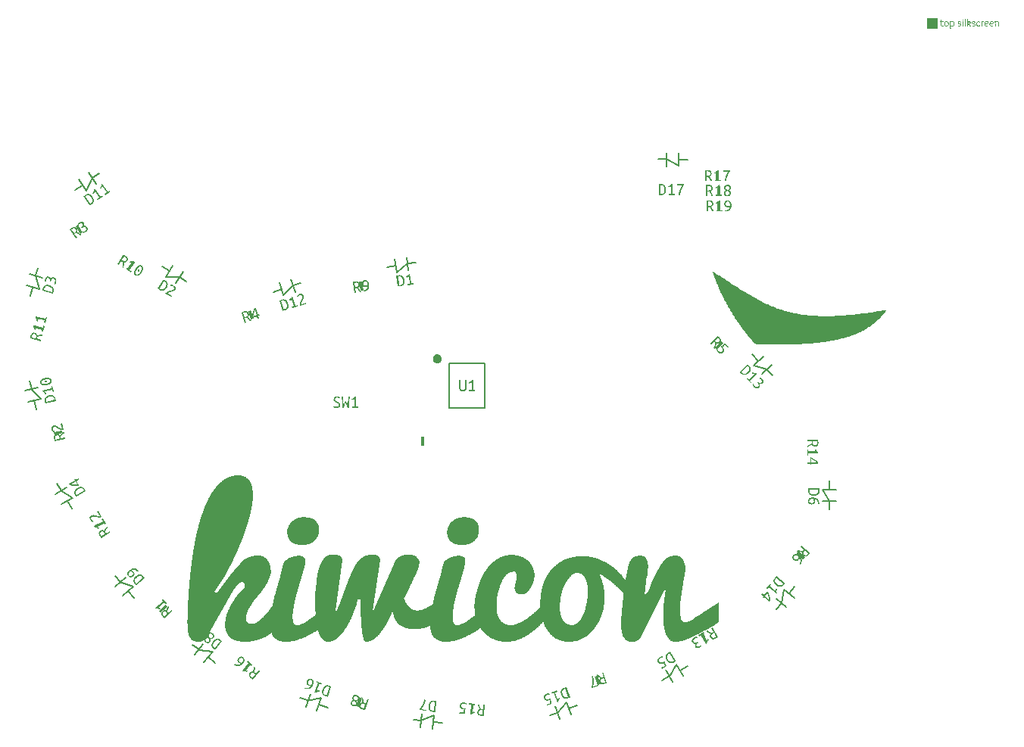
<source format=gto>
G04                                                      *
G04 Greetings!                                           *
G04 This Gerber was generated by PCBmodE, an open source *
G04 PCB design software. Get it here:                    *
G04                                                      *
G04   http://pcbmode.com                                 *
G04                                                      *
G04 Also visit                                           *
G04                                                      *
G04   http://boldport.com                                *
G04                                                      *
G04 and follow @boldport / @pcbmode for updates!         *
G04                                                      *

G04 leading zeros omitted (L); absolute data (A); 6 integer digits and 6 fractional digits *
%FSLAX66Y66*%

G04 mode (MO): millimeters (MM) *
%MOMM*%

G04 Aperture definitions *
%ADD10C,0.001X*%
%ADD11C,0.001X*%
%ADD20C,0.15X*%

%LPD*%
D20*
G01X86553134Y-67758913D02*
G01X85400954Y-66792119D01*
G01X85131228Y-68321820D01*
D20*
G01X85124093Y-68308049D02*
G01X84535767Y-69009188D01*
D20*
G01X85969153Y-67268895D02*
G01X86613116Y-66501449D01*
D20*
G01X85690049Y-68782942D02*
G01X84533904Y-67812821D01*
D20*
G01X61574594Y-80823672D02*
G01X61060174Y-79410314D01*
G01X60061734Y-80600211D01*
D20*
G01X60062441Y-80584717D02*
G01X59202366Y-80897759D01*
D20*
G01X61313861Y-80107313D02*
G01X62255272Y-79764668D01*
D20*
G01X60315126Y-81278965D02*
G01X59798936Y-79860743D01*
D20*
G01X33189700Y-80367343D02*
G01X33704120Y-78953985D01*
G01X32174420Y-79223714D01*
D20*
G01X32184921Y-79212299D02*
G01X31324846Y-78899258D01*
D20*
G01X33450433Y-79650984D02*
G01X34391844Y-79993630D01*
D20*
G01X31932235Y-79906547D02*
G01X32448426Y-78488325D01*
D20*
G01X73612633Y-17937176D02*
G01X73612633Y-19441240D01*
G01X72267438Y-18664590D01*
D20*
G01X72273402Y-18678907D02*
G01X71358129Y-18678907D01*
D20*
G01X73612633Y-18699509D02*
G01X74614462Y-18699509D01*
D20*
G01X72273402Y-17940104D02*
G01X72273402Y-19449344D01*
D20*
G01X0868009Y-45841390D02*
G01X2333524Y-45503049D01*
G01X1274176Y-44367039D01*
D20*
G01X1289468Y-44369629D02*
G01X1083577Y-43477815D01*
D20*
G01X1610804Y-45669902D02*
G01X1836166Y-46646054D01*
D20*
G01X0569601Y-44535824D02*
G01X2040159Y-44196319D01*
D20*
G01X6539006Y-20929153D02*
G01X7380067Y-22176078D01*
G01X8060988Y-20779983D01*
D20*
G01X8064050Y-20795187D02*
G01X8822845Y-20283373D01*
D20*
G01X6965297Y-21561155D02*
G01X6134743Y-22121371D01*
D20*
G01X7650916Y-20182691D02*
G01X8494873Y-21433908D01*
D20*
G01X29026719Y-32476289D02*
G01X29466465Y-33914632D01*
G01X30525811Y-32778621D01*
D20*
G01X30524294Y-32794056D02*
G01X31399574Y-32526456D01*
D20*
G01X29249604Y-33205311D02*
G01X28291550Y-33498217D01*
D20*
G01X30308289Y-32087535D02*
G01X30749548Y-33530828D01*
D20*
G01X83092798Y-40694782D02*
G01X82010865Y-41739592D01*
G01X83503991Y-42167738D01*
D20*
G01X83489550Y-42173394D02*
G01X84125352Y-42831786D01*
D20*
G01X82544422Y-41224343D02*
G01X81848493Y-40503687D01*
D20*
G01X84021000Y-41660179D02*
G01X82935344Y-42708585D01*
D20*
G01X47992783Y-41496967D02*
G01X51992783Y-41496967D01*
G01X51992783Y-46496967D01*
G01X47992783Y-46496967D01*
G01X47992783Y-41496967D01*
G36*
G01X46657783Y-41496967D02*
G01X46657783Y-41496967D01*
G01X46714946Y-41493736D01*
G01X46770218Y-41484275D01*
G01X46823247Y-41468940D01*
G01X46873679Y-41448083D01*
G01X46921162Y-41422056D01*
G01X46965342Y-41391214D01*
G01X47005867Y-41355908D01*
G01X47042382Y-41316493D01*
G01X47074536Y-41273322D01*
G01X47101974Y-41226746D01*
G01X47124345Y-41177121D01*
G01X47141294Y-41124798D01*
G01X47152469Y-41070130D01*
G01X47157516Y-41013472D01*
G01X47157783Y-40996967D01*
G01X47157783Y-40996967D01*
G01X47154551Y-40939805D01*
G01X47145091Y-40884533D01*
G01X47129756Y-40831504D01*
G01X47108898Y-40781072D01*
G01X47082872Y-40733589D01*
G01X47052029Y-40689409D01*
G01X47016724Y-40648884D01*
G01X46977309Y-40612369D01*
G01X46934137Y-40580215D01*
G01X46887562Y-40552777D01*
G01X46837936Y-40530406D01*
G01X46785613Y-40513457D01*
G01X46730946Y-40502282D01*
G01X46674288Y-40497235D01*
G01X46657783Y-40496967D01*
G01X46657783Y-40496967D01*
G01X46600621Y-40500199D01*
G01X46545349Y-40509660D01*
G01X46492320Y-40524995D01*
G01X46441887Y-40545852D01*
G01X46394405Y-40571879D01*
G01X46350224Y-40602721D01*
G01X46309700Y-40638027D01*
G01X46273185Y-40677442D01*
G01X46241031Y-40720613D01*
G01X46213592Y-40767189D01*
G01X46191222Y-40816814D01*
G01X46174273Y-40869137D01*
G01X46163098Y-40923805D01*
G01X46158051Y-40980463D01*
G01X46157783Y-40996967D01*
G01X46157783Y-40996967D01*
G01X46161015Y-41054130D01*
G01X46170475Y-41109402D01*
G01X46185811Y-41162431D01*
G01X46206668Y-41212863D01*
G01X46232695Y-41260346D01*
G01X46263537Y-41304526D01*
G01X46298843Y-41345051D01*
G01X46338258Y-41381566D01*
G01X46381429Y-41413720D01*
G01X46428005Y-41441158D01*
G01X46477630Y-41463529D01*
G01X46529953Y-41480478D01*
G01X46584620Y-41491653D01*
G01X46641279Y-41496700D01*
G01X46657783Y-41496967D01*
G37*
G36*
G01X25145832Y-76003456D02*
G01X24912689Y-75814659D01*
G01X25542009Y-75037513D01*
G01X25775153Y-75226310D01*
G01X25145832Y-76003456D01*
G37*
G36*
G01X77818429Y-20008856D02*
G01X78118429Y-20008856D01*
G01X78118429Y-21008856D01*
G01X77818429Y-21008856D01*
G01X77818429Y-20008856D01*
G37*
G36*
G01X89129259Y-51314258D02*
G01X89129259Y-51614258D01*
G01X88129259Y-51614258D01*
G01X88129259Y-51314258D01*
G01X89129259Y-51314258D01*
G37*
G36*
G01X50615540Y-80689839D02*
G01X50317183Y-80658481D01*
G01X50421711Y-79663959D01*
G01X50720068Y-79695318D01*
G01X50615540Y-80689839D01*
G37*
G36*
G01X8532628Y-59911991D02*
G01X8382628Y-59652183D01*
G01X9248654Y-59152183D01*
G01X9398654Y-59411991D01*
G01X8532628Y-59911991D01*
G37*
G36*
G01X76873825Y-72628992D02*
G01X76611439Y-72774435D01*
G01X76126630Y-71899816D01*
G01X76389016Y-71754373D01*
G01X76873825Y-72628992D01*
G37*
G36*
G01X12553111Y-30085497D02*
G01X12807526Y-30244473D01*
G01X12277606Y-31092521D01*
G01X12023192Y-30933546D01*
G01X12553111Y-30085497D01*
G37*
G36*
G01X1544710Y-37542914D02*
G01X1622356Y-37253136D01*
G01X2588282Y-37511955D01*
G01X2510636Y-37801733D01*
G01X1544710Y-37542914D01*
G37*
G36*
G01X77944951Y-21657145D02*
G01X78244951Y-21657145D01*
G01X78244951Y-22657145D01*
G01X77944951Y-22657145D01*
G01X77944951Y-21657145D01*
G37*
G36*
G01X77989059Y-23387847D02*
G01X78289059Y-23387847D01*
G01X78289059Y-24387847D01*
G01X77989059Y-24387847D01*
G01X77989059Y-23387847D01*
G37*
G36*
G01X25531167Y-35672567D02*
G01X25818059Y-35584855D01*
G01X26110430Y-36541160D01*
G01X25823539Y-36628871D01*
G01X25531167Y-35672567D01*
G37*
G36*
G01X78427714Y-39025510D02*
G01X78636112Y-39241312D01*
G01X77916772Y-39935971D01*
G01X77708374Y-39720169D01*
G01X78427714Y-39025510D01*
G37*
G36*
G01X87738243Y-63180484D02*
G01X87545407Y-63410298D01*
G01X86779363Y-62767510D01*
G01X86972199Y-62537697D01*
G01X87738243Y-63180484D01*
G37*
G36*
G01X64878198Y-77381281D02*
G01X64596291Y-77483887D01*
G01X64254270Y-76544194D01*
G01X64536178Y-76441588D01*
G01X64878198Y-77381281D01*
G37*
G36*
G01X15754542Y-69383039D02*
G01X15561706Y-69153226D01*
G01X16327750Y-68510439D01*
G01X16520587Y-68740252D01*
G01X15754542Y-69383039D01*
G37*
G36*
G01X3834193Y-49530122D02*
G01X3766708Y-49237811D01*
G01X4741078Y-49012860D01*
G01X4808563Y-49305171D01*
G01X3834193Y-49530122D01*
G37*
G36*
G01X6219929Y-26192894D02*
G01X6468641Y-26025137D01*
G01X7027833Y-26854174D01*
G01X6779122Y-27021932D01*
G01X6219929Y-26192894D01*
G37*
G36*
G01X37878012Y-79915111D02*
G01X37596105Y-79812505D01*
G01X37938125Y-78872813D01*
G01X38220032Y-78975419D01*
G01X37878012Y-79915111D01*
G37*
G36*
G01X37940085Y-32396763D02*
G01X38237166Y-32355011D01*
G01X38376339Y-33345279D01*
G01X38079258Y-33387031D01*
G01X37940085Y-32396763D01*
G37*
G36*
G01X44877305Y-49744513D02*
G01X45177305Y-49744513D01*
G01X45177305Y-50744513D01*
G01X44877305Y-50744513D01*
G01X44877305Y-49744513D01*
G37*
G36*
G01X77437040Y-31198722D02*
G01X77437040Y-31198722D01*
G01X77477480Y-31331901D01*
G01X77519137Y-31464605D01*
G01X77561979Y-31596817D01*
G01X77605974Y-31728519D01*
G01X77651087Y-31859694D01*
G01X77697286Y-31990324D01*
G01X77744539Y-32120392D01*
G01X77792812Y-32249880D01*
G01X77842071Y-32378770D01*
G01X77892285Y-32507045D01*
G01X77943420Y-32634688D01*
G01X77995443Y-32761681D01*
G01X78048322Y-32888006D01*
G01X78102022Y-33013646D01*
G01X78156512Y-33138583D01*
G01X78211758Y-33262801D01*
G01X78267727Y-33386280D01*
G01X78324386Y-33509004D01*
G01X78381703Y-33630955D01*
G01X78439644Y-33752116D01*
G01X78498176Y-33872468D01*
G01X78557267Y-33991996D01*
G01X78616883Y-34110680D01*
G01X78676991Y-34228504D01*
G01X78737559Y-34345450D01*
G01X78798553Y-34461500D01*
G01X78859940Y-34576637D01*
G01X78921688Y-34690843D01*
G01X78983764Y-34804101D01*
G01X79046134Y-34916393D01*
G01X79108765Y-35027702D01*
G01X79171625Y-35138010D01*
G01X79234680Y-35247300D01*
G01X79297898Y-35355553D01*
G01X79361245Y-35462753D01*
G01X79424689Y-35568883D01*
G01X79488196Y-35673923D01*
G01X79551734Y-35777858D01*
G01X79615270Y-35880669D01*
G01X79678770Y-35982338D01*
G01X79742202Y-36082849D01*
G01X79805533Y-36182184D01*
G01X79868729Y-36280325D01*
G01X79931758Y-36377255D01*
G01X79994587Y-36472955D01*
G01X80057182Y-36567410D01*
G01X80119511Y-36660600D01*
G01X80181541Y-36752509D01*
G01X80243239Y-36843119D01*
G01X80304571Y-36932412D01*
G01X80365506Y-37020372D01*
G01X80426009Y-37106979D01*
G01X80486048Y-37192218D01*
G01X80545589Y-37276069D01*
G01X80604601Y-37358517D01*
G01X80663050Y-37439542D01*
G01X80720902Y-37519129D01*
G01X80778125Y-37597258D01*
G01X80834687Y-37673913D01*
G01X80890553Y-37749076D01*
G01X80945691Y-37822730D01*
G01X81000069Y-37894856D01*
G01X81053652Y-37965438D01*
G01X81106408Y-38034458D01*
G01X81158304Y-38101898D01*
G01X81209308Y-38167741D01*
G01X81259385Y-38231969D01*
G01X81308504Y-38294565D01*
G01X81356630Y-38355511D01*
G01X81403732Y-38414790D01*
G01X81449776Y-38472384D01*
G01X81494729Y-38528276D01*
G01X81538558Y-38582447D01*
G01X81581231Y-38634881D01*
G01X81622713Y-38685560D01*
G01X81662973Y-38734467D01*
G01X81701977Y-38781583D01*
G01X81739692Y-38826891D01*
G01X81776086Y-38870375D01*
G01X81811125Y-38912015D01*
G01X81844776Y-38951796D01*
G01X81877007Y-38989698D01*
G01X81907784Y-39025706D01*
G01X81937074Y-39059800D01*
G01X81964844Y-39091964D01*
G01X81991062Y-39122180D01*
G01X82015695Y-39150430D01*
G01X82038709Y-39176697D01*
G01X82060071Y-39200964D01*
G01X82079748Y-39223213D01*
G01X82097709Y-39243426D01*
G01X82113918Y-39261585D01*
G01X82128345Y-39277674D01*
G01X82140954Y-39291675D01*
G01X82151714Y-39303570D01*
G01X82160592Y-39313341D01*
G01X82167555Y-39320972D01*
G01X82172569Y-39326444D01*
G01X82175601Y-39329740D01*
G01X82176619Y-39330843D01*
G01X82176619Y-39330843D01*
G01X82176619Y-39330843D01*
G01X82439969Y-39340885D01*
G01X82700199Y-39350056D01*
G01X82957332Y-39358352D01*
G01X83211391Y-39365771D01*
G01X83462401Y-39372310D01*
G01X83710384Y-39377965D01*
G01X83955364Y-39382734D01*
G01X84197364Y-39386614D01*
G01X84436407Y-39389602D01*
G01X84672517Y-39391694D01*
G01X84905718Y-39392888D01*
G01X85136032Y-39393180D01*
G01X85363482Y-39392569D01*
G01X85588093Y-39391050D01*
G01X85809888Y-39388621D01*
G01X86028890Y-39385279D01*
G01X86245122Y-39381021D01*
G01X86458607Y-39375843D01*
G01X86669370Y-39369744D01*
G01X86877433Y-39362719D01*
G01X87082820Y-39354766D01*
G01X87285554Y-39345883D01*
G01X87485658Y-39336065D01*
G01X87683156Y-39325310D01*
G01X87878072Y-39313615D01*
G01X88070428Y-39300977D01*
G01X88260247Y-39287393D01*
G01X88447554Y-39272860D01*
G01X88632372Y-39257375D01*
G01X88814724Y-39240935D01*
G01X88994633Y-39223537D01*
G01X89172123Y-39205179D01*
G01X89347216Y-39185856D01*
G01X89519938Y-39165567D01*
G01X89690310Y-39144307D01*
G01X89858356Y-39122075D01*
G01X90024099Y-39098867D01*
G01X90187564Y-39074680D01*
G01X90348772Y-39049512D01*
G01X90507749Y-39023358D01*
G01X90664516Y-38996217D01*
G01X90819097Y-38968085D01*
G01X90971516Y-38938960D01*
G01X91121796Y-38908837D01*
G01X91269961Y-38877715D01*
G01X91416033Y-38845591D01*
G01X91560036Y-38812460D01*
G01X91701994Y-38778321D01*
G01X91841929Y-38743171D01*
G01X91979865Y-38707005D01*
G01X92115827Y-38669823D01*
G01X92249835Y-38631619D01*
G01X92381916Y-38592392D01*
G01X92512090Y-38552139D01*
G01X92640383Y-38510856D01*
G01X92766817Y-38468540D01*
G01X92891415Y-38425189D01*
G01X93014202Y-38380799D01*
G01X93135200Y-38335368D01*
G01X93254432Y-38288893D01*
G01X93371923Y-38241370D01*
G01X93487695Y-38192797D01*
G01X93601772Y-38143170D01*
G01X93714178Y-38092487D01*
G01X93824934Y-38040745D01*
G01X93934066Y-37987940D01*
G01X94041596Y-37934070D01*
G01X94147547Y-37879131D01*
G01X94251943Y-37823121D01*
G01X94354808Y-37766037D01*
G01X94456164Y-37707876D01*
G01X94556036Y-37648635D01*
G01X94654445Y-37588310D01*
G01X94751417Y-37526899D01*
G01X94846973Y-37464399D01*
G01X94941138Y-37400806D01*
G01X95033935Y-37336119D01*
G01X95125387Y-37270333D01*
G01X95215518Y-37203446D01*
G01X95304350Y-37135456D01*
G01X95391908Y-37066358D01*
G01X95478214Y-36996149D01*
G01X95563292Y-36924828D01*
G01X95647166Y-36852391D01*
G01X95729858Y-36778835D01*
G01X95811392Y-36704157D01*
G01X95891792Y-36628353D01*
G01X95971081Y-36551422D01*
G01X96049281Y-36473360D01*
G01X96126417Y-36394164D01*
G01X96202512Y-36313831D01*
G01X96277589Y-36232358D01*
G01X96351672Y-36149742D01*
G01X96424783Y-36065980D01*
G01X96496947Y-35981069D01*
G01X96568186Y-35895007D01*
G01X96638525Y-35807790D01*
G01X96707986Y-35719414D01*
G01X96776592Y-35629878D01*
G01X96844367Y-35539179D01*
G01X96844367Y-35539179D01*
G01X96844368Y-35539179D01*
G01X96514764Y-35594814D01*
G01X96190441Y-35647979D01*
G01X95871321Y-35698688D01*
G01X95557325Y-35746955D01*
G01X95248376Y-35792796D01*
G01X94944397Y-35836224D01*
G01X94645308Y-35877254D01*
G01X94351033Y-35915899D01*
G01X94061494Y-35952175D01*
G01X93776612Y-35986096D01*
G01X93496311Y-36017676D01*
G01X93220511Y-36046930D01*
G01X92949136Y-36073871D01*
G01X92682107Y-36098515D01*
G01X92419347Y-36120875D01*
G01X92160777Y-36140966D01*
G01X91906321Y-36158803D01*
G01X91655899Y-36174399D01*
G01X91409435Y-36187769D01*
G01X91166850Y-36198928D01*
G01X90928067Y-36207890D01*
G01X90693008Y-36214669D01*
G01X90461595Y-36219279D01*
G01X90233750Y-36221736D01*
G01X90009395Y-36222052D01*
G01X89788453Y-36220244D01*
G01X89570846Y-36216324D01*
G01X89356495Y-36210308D01*
G01X89145323Y-36202209D01*
G01X88937253Y-36192043D01*
G01X88732206Y-36179823D01*
G01X88530104Y-36165565D01*
G01X88330870Y-36149281D01*
G01X88134426Y-36130987D01*
G01X87940694Y-36110697D01*
G01X87749596Y-36088425D01*
G01X87561055Y-36064186D01*
G01X87374992Y-36037995D01*
G01X87191330Y-36009864D01*
G01X87009990Y-35979810D01*
G01X86830896Y-35947845D01*
G01X86653969Y-35913986D01*
G01X86479132Y-35878245D01*
G01X86306306Y-35840637D01*
G01X86135414Y-35801177D01*
G01X85966377Y-35759880D01*
G01X85799119Y-35716758D01*
G01X85633561Y-35671828D01*
G01X85469626Y-35625102D01*
G01X85307235Y-35576596D01*
G01X85146311Y-35526324D01*
G01X84986775Y-35474300D01*
G01X84828551Y-35420539D01*
G01X84671561Y-35365055D01*
G01X84515725Y-35307862D01*
G01X84360967Y-35248975D01*
G01X84207210Y-35188408D01*
G01X84054374Y-35126175D01*
G01X83902382Y-35062291D01*
G01X83751156Y-34996771D01*
G01X83600619Y-34929628D01*
G01X83450693Y-34860877D01*
G01X83301300Y-34790532D01*
G01X83152361Y-34718608D01*
G01X83003800Y-34645119D01*
G01X82855538Y-34570079D01*
G01X82707497Y-34493504D01*
G01X82559601Y-34415406D01*
G01X82411770Y-34335801D01*
G01X82263927Y-34254702D01*
G01X82115994Y-34172125D01*
G01X81967894Y-34088084D01*
G01X81819548Y-34002593D01*
G01X81670879Y-33915665D01*
G01X81521809Y-33827317D01*
G01X81372260Y-33737562D01*
G01X81222154Y-33646414D01*
G01X81071413Y-33553888D01*
G01X80919960Y-33459998D01*
G01X80767717Y-33364759D01*
G01X80614606Y-33268185D01*
G01X80460548Y-33170290D01*
G01X80305467Y-33071089D01*
G01X80149285Y-32970595D01*
G01X79991923Y-32868825D01*
G01X79833303Y-32765790D01*
G01X79673349Y-32661508D01*
G01X79511982Y-32555990D01*
G01X79349124Y-32449253D01*
G01X79184698Y-32341309D01*
G01X79018625Y-32232175D01*
G01X78850828Y-32121863D01*
G01X78681229Y-32010389D01*
G01X78509750Y-31897766D01*
G01X78336313Y-31784010D01*
G01X78160841Y-31669134D01*
G01X77983255Y-31553153D01*
G01X77803479Y-31436081D01*
G01X77621433Y-31317932D01*
G01X77437040Y-31198722D01*
G01X77437040Y-31198722D01*
G37*
D20*
G01X20581405Y-74958631D02*
G01X21527943Y-73789754D01*
G01X19993768Y-73546765D01*
D20*
G01X20007413Y-73539392D02*
G01X19296112Y-72963392D01*
D20*
G01X21061156Y-74366187D02*
G01X21839724Y-74996658D01*
D20*
G01X19542469Y-74113549D02*
G01X20492264Y-72940650D01*
D20*
G01X11494918Y-67472178D02*
G01X12647097Y-66505385D01*
G01X11187474Y-65974126D01*
D20*
G01X11202275Y-65969492D02*
G01X10613949Y-65268352D01*
D20*
G01X12078898Y-66982160D02*
G01X12722862Y-67749605D01*
D20*
G01X10636319Y-66444385D02*
G01X11792464Y-65474264D01*
D20*
G01X91227419Y-55599618D02*
G01X89723356Y-55599618D01*
G01X90500006Y-56944814D01*
D20*
G01X90485688Y-56938850D02*
G01X90485688Y-57854123D01*
D20*
G01X90465086Y-55599618D02*
G01X90465086Y-54597789D01*
D20*
G01X91224491Y-56938850D02*
G01X89715251Y-56938850D01*
D20*
G01X46122136Y-82358849D02*
G01X46279354Y-80863024D01*
G01X44860346Y-81494809D01*
D20*
G01X44867773Y-81481193D02*
G01X43957514Y-81385521D01*
D20*
G01X46201822Y-81600692D02*
G01X47198163Y-81705412D01*
D20*
G01X44790547Y-82215949D02*
G01X44948306Y-80714977D01*
D20*
G01X4618569Y-57283970D02*
G01X5921127Y-56531938D01*
G01X4575930Y-55755290D01*
D20*
G01X4591311Y-55753296D02*
G01X4133675Y-54960646D01*
D20*
G01X5278769Y-56902804D02*
G01X5779683Y-57770413D01*
D20*
G01X3951489Y-56122697D02*
G01X5258529Y-55368077D01*
D20*
G01X74128817Y-76500863D02*
G01X73399632Y-75185379D01*
G01X72599625Y-76516817D01*
D20*
G01X72597900Y-76501403D02*
G01X71797384Y-76945136D01*
D20*
G01X73759231Y-75834112D02*
G01X74635450Y-75348416D01*
D20*
G01X72956079Y-77147575D02*
G01X72224385Y-75827564D01*
D20*
G01X17112083Y-30535838D02*
G01X16315051Y-31811356D01*
G01X17867403Y-31865564D01*
D20*
G01X17854759Y-31874546D02*
G01X18630954Y-32359566D01*
D20*
G01X16708109Y-31182333D02*
G01X15858509Y-30651444D01*
D20*
G01X18246265Y-31248005D02*
G01X17446489Y-32527913D01*
D20*
G01X0696790Y-32804415D02*
G01X2149604Y-33193696D01*
G01X1747580Y-31693325D01*
D20*
G01X1759866Y-31702791D02*
G01X1996756Y-30818705D01*
D20*
G01X1433147Y-33001722D02*
G01X1173855Y-33969414D01*
D20*
G01X1046237Y-31511575D02*
G01X2504051Y-31902195D01*
D20*
G01X41905524Y-29815474D02*
G01X42114849Y-31304900D01*
G01X43338864Y-30348593D01*
D20*
G01X43334951Y-30363601D02*
G01X44241317Y-30236220D01*
D20*
G01X42011620Y-30570388D02*
G01X41019541Y-30709815D01*
D20*
G01X43232130Y-29631988D02*
G01X43442175Y-31126540D01*
G36*
G01X84575184Y-65300606D02*
G01X85494587Y-66072076D01*
G01X85494587Y-66072076D01*
G01X85458097Y-66138547D01*
G01X85421222Y-66196434D01*
G01X85388841Y-66242182D01*
G01X85365834Y-66272238D01*
G01X85357081Y-66283047D01*
G01X85357081Y-66283047D01*
G01X85357081Y-66283047D01*
G01X85302746Y-66340656D01*
G01X85251496Y-66385475D01*
G01X85211141Y-66415959D01*
G01X85189491Y-66430565D01*
G01X85187777Y-66431641D01*
G01X85187777Y-66431641D01*
G01X85120679Y-66464683D01*
G01X85058664Y-66484473D01*
G01X85011730Y-66494220D01*
G01X84989874Y-66497129D01*
G01X84989372Y-66497175D01*
G01X84989372Y-66497175D01*
G01X84918687Y-66496392D01*
G01X84852628Y-66486377D01*
G01X84799689Y-66473363D01*
G01X84768364Y-66463580D01*
G01X84763425Y-66461835D01*
G01X84763425Y-66461835D01*
G01X84702189Y-66434472D01*
G01X84643275Y-66400983D01*
G01X84590829Y-66366503D01*
G01X84549000Y-66336165D01*
G01X84521934Y-66315103D01*
G01X84513623Y-66308318D01*
G01X84513623Y-66308318D01*
G01X84452292Y-66252543D01*
G01X84402541Y-66200066D01*
G01X84364285Y-66154122D01*
G01X84337440Y-66117946D01*
G01X84321920Y-66094776D01*
G01X84317563Y-66087713D01*
G01X84317563Y-66087713D01*
G01X84282579Y-66016721D01*
G01X84260673Y-65953447D01*
G01X84248916Y-65904389D01*
G01X84244379Y-65876050D01*
G01X84243900Y-65871649D01*
G01X84243900Y-65871649D01*
G01X84244566Y-65797617D01*
G01X84254931Y-65733333D01*
G01X84267519Y-65686698D01*
G01X84274859Y-65665609D01*
G01X84275047Y-65665132D01*
G01X84275047Y-65665132D01*
G01X84307302Y-65598207D01*
G01X84342805Y-65540221D01*
G01X84373325Y-65497156D01*
G01X84390632Y-65474995D01*
G01X84392045Y-65473285D01*
G01X84392045Y-65473285D01*
G01X84441417Y-65418602D01*
G01X84490626Y-65371187D01*
G01X84533463Y-65333846D01*
G01X84563719Y-65309383D01*
G01X84575184Y-65300606D01*
G01X84575184Y-65300606D01*
G37*
%LPC*%
G36*
G01X84560246Y-65502239D02*
G01X84560246Y-65502239D01*
G01X84511672Y-65552151D01*
G01X84490474Y-65576274D01*
G01X84490474Y-65576274D01*
G01X84490474Y-65576274D01*
G01X84446135Y-65638671D01*
G01X84419446Y-65689188D01*
G01X84408775Y-65714834D01*
G01X84408414Y-65715849D01*
G01X84408414Y-65715849D01*
G01X84394898Y-65786376D01*
G01X84395660Y-65841163D01*
G01X84398292Y-65861608D01*
G01X84398292Y-65861608D01*
G01X84419451Y-65928118D01*
G01X84447086Y-65983507D01*
G01X84465738Y-66014079D01*
G01X84467287Y-66016387D01*
G01X84467287Y-66016387D01*
G01X84510442Y-66070958D01*
G01X84557256Y-66120343D01*
G01X84597202Y-66158175D01*
G01X84619754Y-66178088D01*
G01X84621591Y-66179646D01*
G01X84621591Y-66179646D01*
G01X84694586Y-66235023D01*
G01X84762033Y-66276226D01*
G01X84822444Y-66305351D01*
G01X84874329Y-66324493D01*
G01X84916199Y-66335746D01*
G01X84946566Y-66341205D01*
G01X84963940Y-66342965D01*
G01X84967575Y-66343118D01*
G01X84967575Y-66343118D01*
G01X85038237Y-66333780D01*
G01X85101881Y-66309087D01*
G01X85156281Y-66276211D01*
G01X85199210Y-66242321D01*
G01X85228442Y-66214589D01*
G01X85241752Y-66200186D01*
G01X85242331Y-66199508D01*
G01X85242331Y-66199508D01*
G01X85274520Y-66159629D01*
G01X85274538Y-66159605D01*
G01X85274538Y-66159605D01*
G01X85298611Y-66121801D01*
G01X84560246Y-65502239D01*
G37*
%LPD*%
G36*
G01X84643022Y-66717752D02*
G01X84643022Y-66717752D01*
G01X84622136Y-66789152D01*
G01X84607061Y-66854547D01*
G01X84597526Y-66905056D01*
G01X84593260Y-66931796D01*
G01X84592961Y-66933896D01*
G01X84592961Y-66933896D01*
G01X84587301Y-67008395D01*
G01X84588367Y-67077508D01*
G01X84592636Y-67132621D01*
G01X84596587Y-67165118D01*
G01X84597348Y-67170230D01*
G01X84523277Y-67258505D01*
G01X83681675Y-66552317D01*
G01X83531022Y-66731859D01*
G01X83424045Y-66642094D01*
G01X83852152Y-66131897D01*
G01X83959129Y-66221661D01*
G01X83787133Y-66426638D01*
G01X84452185Y-66984683D01*
G01X84452185Y-66984683D01*
G01X84454782Y-66924117D01*
G01X84455350Y-66917862D01*
G01X84455350Y-66917862D01*
G01X84464647Y-66853700D01*
G01X84467243Y-66839879D01*
G01X84467243Y-66839879D01*
G01X84482419Y-66774989D01*
G01X84487344Y-66756673D01*
G01X84487344Y-66756673D01*
G01X84508526Y-66693308D01*
G01X84514745Y-66677680D01*
G37*
G36*
G01X83540254Y-66995843D02*
G01X83625537Y-67067403D01*
G01X83625537Y-67067403D01*
G01X83654863Y-67129757D01*
G01X83680992Y-67191221D01*
G01X83699739Y-67238125D01*
G01X83706918Y-67256797D01*
G01X83706918Y-67256797D01*
G01X83706918Y-67256797D01*
G01X83731326Y-67324680D01*
G01X83753079Y-67389602D01*
G01X83770587Y-67444597D01*
G01X83782258Y-67482701D01*
G01X83786502Y-67496950D01*
G01X83786502Y-67496950D01*
G01X83786502Y-67496950D01*
G01X83806750Y-67569706D01*
G01X83824156Y-67637803D01*
G01X83837969Y-67695572D01*
G01X83847435Y-67737346D01*
G01X83851802Y-67757456D01*
G01X83852009Y-67758437D01*
G01X83852009Y-67758437D01*
G01X83866741Y-67835967D01*
G01X83877636Y-67905382D01*
G01X83885017Y-67961446D01*
G01X83889208Y-67998924D01*
G01X83890533Y-68012580D01*
G01X83890533Y-68012580D01*
G01X83787586Y-68135266D01*
G01X83185374Y-67629950D01*
G01X83091843Y-67741415D01*
G01X82987859Y-67654162D01*
G01X83081389Y-67542697D01*
G01X82839008Y-67339315D01*
G01X82941954Y-67216628D01*
G01X83184336Y-67420010D01*
G01X83540254Y-66995843D01*
G37*
%LPC*%
G36*
G01X83541292Y-67205783D02*
G01X83288320Y-67507263D01*
G01X83740167Y-67886407D01*
G01X83740167Y-67886407D01*
G01X83729878Y-67816151D01*
G01X83719249Y-67756554D01*
G01X83712683Y-67723291D01*
G01X83712158Y-67720764D01*
G01X83712158Y-67720764D01*
G01X83695759Y-67648935D01*
G01X83680321Y-67588324D01*
G01X83670128Y-67550835D01*
G01X83668306Y-67544376D01*
G01X83668306Y-67544376D01*
G01X83646140Y-67472212D01*
G01X83625876Y-67412390D01*
G01X83612714Y-67375822D01*
G01X83610382Y-67369565D01*
G01X83610382Y-67369565D01*
G01X83582081Y-67298565D01*
G01X83557652Y-67241827D01*
G01X83543059Y-67209579D01*
G01X83541292Y-67205783D01*
G37*
%LPD*%
G36*
G01X61071146Y-77721714D02*
G01X61481637Y-78849529D01*
G01X61481637Y-78849529D01*
G01X61416800Y-78888849D01*
G01X61355922Y-78920543D01*
G01X61305005Y-78943972D01*
G01X61270053Y-78958498D01*
G01X61257068Y-78963482D01*
G01X61257068Y-78963482D01*
G01X61257068Y-78963482D01*
G01X61181207Y-78986206D01*
G01X61114414Y-78999395D01*
G01X61064224Y-79005617D01*
G01X61038171Y-79007442D01*
G01X61036149Y-79007516D01*
G01X61036149Y-79007516D01*
G01X60961519Y-79002583D01*
G01X60897918Y-78988714D01*
G01X60852399Y-78973688D01*
G01X60832016Y-78965279D01*
G01X60831558Y-78965067D01*
G01X60831558Y-78965067D01*
G01X60770735Y-78929047D01*
G01X60718533Y-78887345D01*
G01X60679194Y-78849604D01*
G01X60656957Y-78825470D01*
G01X60653552Y-78821489D01*
G01X60653552Y-78821489D01*
G01X60614202Y-78767174D01*
G01X60579925Y-78708715D01*
G01X60551746Y-78652631D01*
G01X60530690Y-78605443D01*
G01X60517781Y-78573670D01*
G01X60513976Y-78563638D01*
G01X60513976Y-78563638D01*
G01X60488749Y-78484671D01*
G01X60471902Y-78414349D01*
G01X60461744Y-78355432D01*
G01X60456583Y-78310680D01*
G01X60454727Y-78282854D01*
G01X60454486Y-78274559D01*
G01X60454486Y-78274559D01*
G01X60459684Y-78195586D01*
G01X60472350Y-78129836D01*
G01X60486698Y-78081473D01*
G01X60496938Y-78054662D01*
G01X60498723Y-78050611D01*
G01X60498723Y-78050611D01*
G01X60536317Y-77986830D01*
G01X60577434Y-77936341D01*
G01X60611654Y-77902248D01*
G01X60628555Y-77887654D01*
G01X60628956Y-77887335D01*
G01X60628956Y-77887335D01*
G01X60690352Y-77845503D01*
G01X60750091Y-77813037D01*
G01X60798055Y-77791002D01*
G01X60824124Y-77780464D01*
G01X60826203Y-77779689D01*
G01X60826203Y-77779689D01*
G01X60896301Y-77757019D01*
G01X60962625Y-77740561D01*
G01X61018394Y-77729641D01*
G01X61056828Y-77723584D01*
G01X61071146Y-77721715D01*
G01X61071146Y-77721715D01*
G37*
%LPC*%
G36*
G01X60957392Y-77888865D02*
G01X60957392Y-77888865D01*
G01X60890369Y-77907803D01*
G01X60859950Y-77918095D01*
G01X60859950Y-77918095D01*
G01X60859950Y-77918095D01*
G01X60790353Y-77949963D01*
G01X60741981Y-77980368D01*
G01X60719916Y-77997242D01*
G01X60719097Y-77997941D01*
G01X60719097Y-77997941D01*
G01X60672128Y-78052261D01*
G01X60645394Y-78100088D01*
G01X60637451Y-78119110D01*
G01X60637451Y-78119110D01*
G01X60622520Y-78187290D01*
G01X60618759Y-78249076D01*
G01X60619626Y-78284877D01*
G01X60619813Y-78287651D01*
G01X60619813Y-78287651D01*
G01X60629901Y-78356489D01*
G01X60645750Y-78422664D01*
G01X60661429Y-78475400D01*
G01X60671003Y-78503922D01*
G01X60671815Y-78506189D01*
G01X60671815Y-78506189D01*
G01X60707342Y-78590644D01*
G01X60745151Y-78660051D01*
G01X60782906Y-78715480D01*
G01X60818269Y-78757999D01*
G01X60848903Y-78788680D01*
G01X60872472Y-78808591D01*
G01X60886639Y-78818803D01*
G01X60889710Y-78820752D01*
G01X60889710Y-78820752D01*
G01X60955574Y-78847996D01*
G01X61023038Y-78858434D01*
G01X61086587Y-78857161D01*
G01X61140710Y-78849277D01*
G01X61179892Y-78839876D01*
G01X61198620Y-78834058D01*
G01X61199460Y-78833760D01*
G01X61199460Y-78833760D01*
G01X61247277Y-78815318D01*
G01X61247304Y-78815307D01*
G01X61247304Y-78815307D01*
G01X61287054Y-78794604D01*
G01X60957392Y-77888865D01*
G37*
%LPD*%
G36*
G01X60421321Y-78982918D02*
G01X60421321Y-78982918D01*
G01X60367534Y-79034309D01*
G01X60321781Y-79083406D01*
G01X60288269Y-79122380D01*
G01X60271204Y-79143405D01*
G01X60269896Y-79145074D01*
G01X60269896Y-79145074D01*
G01X60227745Y-79206762D01*
G01X60194111Y-79267149D01*
G01X60170251Y-79317012D01*
G01X60157424Y-79347131D01*
G01X60155528Y-79351939D01*
G01X60047243Y-79391351D01*
G01X59671489Y-78358974D01*
G01X59451248Y-78439135D01*
G01X59403486Y-78307908D01*
G01X60029336Y-78080118D01*
G01X60077098Y-78211344D01*
G01X59825657Y-78302861D01*
G01X60122587Y-79118669D01*
G01X60122587Y-79118669D01*
G01X60155118Y-79067516D01*
G01X60158738Y-79062382D01*
G01X60158738Y-79062382D01*
G01X60198870Y-79011465D01*
G01X60208029Y-79000794D01*
G01X60208029Y-79000794D01*
G01X60253617Y-78952185D01*
G01X60267040Y-78938786D01*
G01X60267040Y-78938786D01*
G01X60317067Y-78894501D01*
G01X60330266Y-78884076D01*
G37*
G36*
G01X59176083Y-78431207D02*
G01X59194230Y-78575291D01*
G01X59194230Y-78575291D01*
G01X59130535Y-78573194D01*
G01X59088559Y-78573852D01*
G01X59088228Y-78573862D01*
G01X59088228Y-78573862D01*
G01X59021376Y-78582831D01*
G01X58960513Y-78598460D01*
G01X58925157Y-78609855D01*
G01X58922415Y-78610830D01*
G01X58922415Y-78610830D01*
G01X58852136Y-78642358D01*
G01X58811239Y-78667297D01*
G01X58802414Y-78673732D01*
G01X58802414Y-78673732D01*
G01X58753146Y-78724855D01*
G01X58737442Y-78749342D01*
G01X58737442Y-78749342D01*
G01X58737442Y-78749342D01*
G01X58718279Y-78813791D01*
G01X58716692Y-78832239D01*
G01X58716692Y-78832239D01*
G01X58725721Y-78898253D01*
G01X58731192Y-78916336D01*
G01X58731192Y-78916336D01*
G01X58764283Y-78982663D01*
G01X58790650Y-79018336D01*
G01X58794174Y-79022278D01*
G01X58794174Y-79022278D01*
G01X58851212Y-79061338D01*
G01X58895124Y-79077237D01*
G01X58899817Y-79078397D01*
G01X58899817Y-79078397D01*
G01X58966852Y-79084454D01*
G01X59029346Y-79081304D01*
G01X59063644Y-79077189D01*
G01X59065056Y-79076972D01*
G01X59065056Y-79076972D01*
G01X59128162Y-79063893D01*
G01X59192572Y-79046448D01*
G01X59249481Y-79028815D01*
G01X59290084Y-79015172D01*
G01X59305575Y-79009695D01*
G01X59305575Y-79009695D01*
G01X59305575Y-79009695D01*
G01X59322827Y-79084999D01*
G01X59336773Y-79142283D01*
G01X59343847Y-79170214D01*
G01X59344127Y-79171294D01*
G01X59344127Y-79171294D01*
G01X59363467Y-79243516D01*
G01X59378382Y-79296949D01*
G01X59383926Y-79316332D01*
G01X59383926Y-79316332D01*
G01X59404835Y-79386549D01*
G01X59420892Y-79438502D01*
G01X59426184Y-79455277D01*
G01X59426184Y-79455277D01*
G01X59447585Y-79522977D01*
G01X59464641Y-79577524D01*
G01X59471858Y-79600749D01*
G01X59471865Y-79600772D01*
G01X58912087Y-79804514D01*
G01X58863991Y-79672370D01*
G01X59287953Y-79518060D01*
G01X59268743Y-79448149D01*
G01X59268743Y-79448149D01*
G01X59249977Y-79382688D01*
G01X59242434Y-79355879D01*
G01X59217043Y-79263275D01*
G01X59217043Y-79263275D01*
G01X59199456Y-79199578D01*
G01X59197165Y-79191529D01*
G01X59197165Y-79191529D01*
G01X59103137Y-79216885D01*
G01X59020209Y-79230502D01*
G01X58949019Y-79235037D01*
G01X58890207Y-79233148D01*
G01X58844409Y-79227494D01*
G01X58812267Y-79220732D01*
G01X58794417Y-79215520D01*
G01X58790768Y-79214217D01*
G01X58790768Y-79214217D01*
G01X58724730Y-79178148D01*
G01X58671731Y-79131851D01*
G01X58631114Y-79082296D01*
G01X58602223Y-79036451D01*
G01X58584402Y-79001285D01*
G01X58576995Y-78983767D01*
G01X58576693Y-78982961D01*
G01X58576693Y-78982961D01*
G01X58557186Y-78910086D01*
G01X58550059Y-78854413D01*
G01X58549074Y-78831435D01*
G01X58549074Y-78831413D01*
G01X58549074Y-78831413D01*
G01X58559199Y-78758895D01*
G01X58576793Y-78707472D01*
G01X58584325Y-78691276D01*
G01X58584325Y-78691276D01*
G01X58623747Y-78634445D01*
G01X58664689Y-78591544D01*
G01X58688295Y-78570736D01*
G01X58689290Y-78569933D01*
G01X58689290Y-78569933D01*
G01X58746909Y-78531538D01*
G01X58805273Y-78501348D01*
G01X58850484Y-78481596D01*
G01X58868643Y-78474516D01*
G01X58868643Y-78474516D01*
G01X58868643Y-78474516D01*
G01X58934310Y-78454863D01*
G01X58960162Y-78449000D01*
G01X58960162Y-78449000D01*
G01X59027983Y-78437572D01*
G01X59049515Y-78434665D01*
G01X59049515Y-78434665D01*
G01X59114990Y-78429365D01*
G01X59126439Y-78429010D01*
G01X59126439Y-78429010D01*
G01X59176083Y-78431207D01*
G37*
G36*
G01X34804818Y-77670000D02*
G01X34394327Y-78797815D01*
G01X34394327Y-78797815D01*
G01X34319385Y-78786260D01*
G01X34252377Y-78771407D01*
G01X34198312Y-78756626D01*
G01X34162200Y-78745287D01*
G01X34149050Y-78740758D01*
G01X34149050Y-78740758D01*
G01X34149050Y-78740758D01*
G01X34076331Y-78709403D01*
G01X34016687Y-78676573D01*
G01X33974239Y-78649078D01*
G01X33953108Y-78633729D01*
G01X33951512Y-78632487D01*
G01X33951512Y-78632487D01*
G01X33897513Y-78580736D01*
G01X33857706Y-78529230D01*
G01X33832495Y-78488460D01*
G01X33822286Y-78468917D01*
G01X33822072Y-78468460D01*
G01X33822072Y-78468460D01*
G01X33798632Y-78401771D01*
G01X33785449Y-78336270D01*
G01X33779572Y-78282072D01*
G01X33778051Y-78249291D01*
G01X33778001Y-78244053D01*
G01X33778001Y-78244053D01*
G01X33782771Y-78177151D01*
G01X33794090Y-78110336D01*
G01X33808554Y-78049260D01*
G01X33822755Y-77999577D01*
G01X33833290Y-77966940D01*
G01X33836823Y-77956809D01*
G01X33836823Y-77956809D01*
G01X33868258Y-77880102D01*
G01X33900554Y-77815403D01*
G01X33930644Y-77763740D01*
G01X33955456Y-77726141D01*
G01X33971921Y-77703632D01*
G01X33977068Y-77697123D01*
G01X33977068Y-77697123D01*
G01X34031813Y-77639967D01*
G01X34083779Y-77597741D01*
G01X34125857Y-77569915D01*
G01X34150935Y-77555959D01*
G01X34154907Y-77554003D01*
G01X34154907Y-77554003D01*
G01X34224703Y-77529309D01*
G01X34288654Y-77517062D01*
G01X34336782Y-77512941D01*
G01X34359110Y-77512625D01*
G01X34359623Y-77512639D01*
G01X34359623Y-77512639D01*
G01X34433543Y-77520059D01*
G01X34500175Y-77533588D01*
G01X34551082Y-77547539D01*
G01X34577825Y-77556223D01*
G01X34579915Y-77556965D01*
G01X34579915Y-77556965D01*
G01X34648186Y-77584657D01*
G01X34709572Y-77614682D01*
G01X34759313Y-77642164D01*
G01X34792649Y-77662229D01*
G01X34804818Y-77670001D01*
G01X34804818Y-77670001D01*
G37*
%LPC*%
G36*
G01X34610235Y-77724926D02*
G01X34610235Y-77724926D01*
G01X34546720Y-77696352D01*
G01X34516802Y-77684683D01*
G01X34516802Y-77684683D01*
G01X34516802Y-77684683D01*
G01X34443003Y-77664359D01*
G01X34386405Y-77656557D01*
G01X34358655Y-77655301D01*
G01X34357578Y-77655310D01*
G01X34357578Y-77655310D01*
G01X34286682Y-77666730D01*
G01X34235460Y-77686184D01*
G01X34217148Y-77695650D01*
G01X34217148Y-77695650D01*
G01X34161885Y-77738281D01*
G01X34119289Y-77783194D01*
G01X34096940Y-77811177D01*
G01X34095300Y-77813422D01*
G01X34095300Y-77813422D01*
G01X34058780Y-77872639D01*
G01X34028385Y-77933520D01*
G01X34006497Y-77983996D01*
G01X33995498Y-78011999D01*
G01X33994662Y-78014258D01*
G01X33994662Y-78014258D01*
G01X33967591Y-78101791D01*
G01X33951941Y-78179263D01*
G01X33945234Y-78245992D01*
G01X33944992Y-78301294D01*
G01X33948738Y-78344488D01*
G01X33953994Y-78374891D01*
G01X33958283Y-78391820D01*
G01X33959383Y-78395288D01*
G01X33959383Y-78395288D01*
G01X33992326Y-78458495D01*
G01X34037297Y-78509855D01*
G01X34086796Y-78549729D01*
G01X34133324Y-78578478D01*
G01X34169382Y-78596463D01*
G01X34187469Y-78604044D01*
G01X34188304Y-78604356D01*
G01X34188304Y-78604356D01*
G01X34236787Y-78620964D01*
G01X34236816Y-78620973D01*
G01X34236816Y-78620973D01*
G01X34280573Y-78630665D01*
G01X34610235Y-77724926D01*
G37*
%LPD*%
G36*
G01X33496338Y-78218439D02*
G01X33496338Y-78218439D01*
G01X33422101Y-78223233D01*
G01X33355493Y-78231434D01*
G01X33304769Y-78239749D01*
G01X33278183Y-78244886D01*
G01X33276108Y-78245323D01*
G01X33276108Y-78245323D01*
G01X33204166Y-78265485D01*
G01X33139585Y-78290124D01*
G01X33089255Y-78312986D01*
G01X33060070Y-78327813D01*
G01X33055526Y-78330277D01*
G01X32947242Y-78290865D01*
G01X33322996Y-77258487D01*
G01X33102756Y-77178326D01*
G01X33150518Y-77047100D01*
G01X33776368Y-77274891D01*
G01X33728606Y-77406117D01*
G01X33477164Y-77314600D01*
G01X33180235Y-78130407D01*
G01X33180235Y-78130407D01*
G01X33238036Y-78112133D01*
G01X33244109Y-78110527D01*
G01X33244109Y-78110527D01*
G01X33307581Y-78097319D01*
G01X33321456Y-78095032D01*
G01X33321456Y-78095032D01*
G01X33387624Y-78087098D01*
G01X33406519Y-78085462D01*
G01X33406519Y-78085462D01*
G01X33473308Y-78083694D01*
G01X33490120Y-78084193D01*
G37*
G36*
G01X32762439Y-77433782D02*
G01X32762439Y-77433782D01*
G01X32730995Y-77510381D01*
G01X32697716Y-77577107D01*
G01X32665687Y-77632505D01*
G01X32637993Y-77675118D01*
G01X32617717Y-77703487D01*
G01X32607944Y-77716157D01*
G01X32607503Y-77716701D01*
G01X32607503Y-77716701D01*
G01X32552598Y-77775543D01*
G01X32498327Y-77822031D01*
G01X32450506Y-77856166D01*
G01X32414951Y-77877947D01*
G01X32397480Y-77887375D01*
G01X32396617Y-77887802D01*
G01X32396617Y-77887802D01*
G01X32328390Y-77914779D01*
G01X32262001Y-77932107D01*
G01X32204115Y-77941915D01*
G01X32161401Y-77946331D01*
G01X32140527Y-77947480D01*
G01X32139499Y-77947507D01*
G01X32139499Y-77947507D01*
G01X32067841Y-77944503D01*
G01X31998676Y-77934942D01*
G01X31936958Y-77922082D01*
G01X31887645Y-77909182D01*
G01X31855693Y-77899502D01*
G01X31845871Y-77896234D01*
G01X31879868Y-77759997D01*
G01X31879868Y-77759997D01*
G01X31954683Y-77782158D01*
G01X32016606Y-77795800D01*
G01X32057480Y-77802556D01*
G01X32069583Y-77804106D01*
G01X32069583Y-77804106D01*
G01X32145308Y-77805872D01*
G01X32204623Y-77799532D01*
G01X32236090Y-77793382D01*
G01X32238413Y-77792809D01*
G01X32238413Y-77792809D01*
G01X32305612Y-77767546D01*
G01X32357405Y-77738584D01*
G01X32384578Y-77719909D01*
G01X32386571Y-77718388D01*
G01X32386571Y-77718388D01*
G01X32437284Y-77670840D01*
G01X32479168Y-77621169D01*
G01X32506771Y-77583448D01*
G01X32514935Y-77571291D01*
G01X32514935Y-77571291D01*
G01X32446229Y-77572397D01*
G01X32405614Y-77569522D01*
G01X32403928Y-77569339D01*
G01X32403928Y-77569339D01*
G01X32334227Y-77555681D01*
G01X32290251Y-77542454D01*
G01X32285920Y-77540937D01*
G01X32285920Y-77540937D01*
G01X32213864Y-77508250D01*
G01X32162755Y-77476196D01*
G01X32135052Y-77454568D01*
G01X32130677Y-77450658D01*
G01X32130677Y-77450658D01*
G01X32081991Y-77392481D01*
G01X32055808Y-77346141D01*
G01X32049156Y-77330574D01*
G01X32049156Y-77330574D01*
G01X32033277Y-77261047D01*
G01X32030222Y-77208196D01*
G01X32030674Y-77192903D01*
G01X32030674Y-77192903D01*
G01X32041503Y-77120692D01*
G01X32055508Y-77067721D01*
G01X32061128Y-77050700D01*
G01X32061128Y-77050700D01*
G01X32091771Y-76985913D01*
G01X32120647Y-76940282D01*
G01X32129830Y-76927614D01*
G01X32129830Y-76927614D01*
G01X32179108Y-76875005D01*
G01X32221697Y-76840496D01*
G01X32238489Y-76828945D01*
G01X32238489Y-76828945D01*
G01X32303199Y-76798470D01*
G01X32357985Y-76783135D01*
G01X32381944Y-76778805D01*
G01X32381967Y-76778802D01*
G01X32381967Y-76778802D01*
G01X32452662Y-76779176D01*
G01X32514676Y-76790539D01*
G01X32552075Y-76801312D01*
G01X32556628Y-76802882D01*
G01X32556628Y-76802882D01*
G01X32634271Y-76840075D01*
G01X32694248Y-76884735D01*
G01X32738528Y-76931622D01*
G01X32769082Y-76975499D01*
G01X32787879Y-77011126D01*
G01X32796890Y-77033265D01*
G01X32798432Y-77037943D01*
G01X32798432Y-77037943D01*
G01X32810987Y-77104858D01*
G01X32812975Y-77174605D01*
G01X32807252Y-77243257D01*
G01X32796672Y-77306888D01*
G01X32784088Y-77361570D01*
G01X32772355Y-77403377D01*
G01X32764327Y-77428380D01*
G01X32762439Y-77433782D01*
G37*
%LPC*%
G36*
G01X32604600Y-77376334D02*
G01X32604600Y-77376334D01*
G01X32627246Y-77305690D01*
G01X32640647Y-77253479D01*
G01X32644773Y-77234551D01*
G01X32644773Y-77234551D01*
G01X32652845Y-77160111D01*
G01X32651817Y-77113686D01*
G01X32651194Y-77106983D01*
G01X32651194Y-77106983D01*
G01X32631269Y-77038595D01*
G01X32612026Y-77004326D01*
G01X32611093Y-77003013D01*
G01X32611093Y-77003013D01*
G01X32560267Y-76958501D01*
G01X32516958Y-76936206D01*
G01X32511035Y-76933859D01*
G01X32511035Y-76933859D01*
G01X32441025Y-76920833D01*
G01X32408678Y-76922981D01*
G01X32408457Y-76923024D01*
G01X32408457Y-76923024D01*
G01X32344639Y-76947177D01*
G01X32324512Y-76959502D01*
G01X32324512Y-76959502D01*
G01X32275918Y-77006328D01*
G01X32260582Y-77026647D01*
G01X32260582Y-77026647D01*
G01X32227794Y-77086693D01*
G01X32219635Y-77106313D01*
G01X32219635Y-77106313D01*
G01X32199827Y-77187780D01*
G01X32198386Y-77250193D01*
G01X32204586Y-77288993D01*
G01X32207855Y-77300000D01*
G01X32207855Y-77300000D01*
G01X32246080Y-77355503D01*
G01X32297076Y-77393918D01*
G01X32338156Y-77415029D01*
G01X32348864Y-77419393D01*
G01X32348864Y-77419393D01*
G01X32419474Y-77439953D01*
G01X32460129Y-77447593D01*
G01X32463159Y-77448003D01*
G01X32463159Y-77448003D01*
G01X32532821Y-77451922D01*
G01X32573685Y-77451010D01*
G01X32575376Y-77450915D01*
G01X32575376Y-77450915D01*
G01X32590572Y-77414876D01*
G01X32604600Y-77376334D01*
G37*
%LPD*%
G36*
G01X71411904Y-22657542D02*
G01X71411904Y-21457347D01*
G01X71411904Y-21457347D01*
G01X71486279Y-21442574D01*
G01X71554326Y-21433613D01*
G01X71610186Y-21429011D01*
G01X71647998Y-21427316D01*
G01X71661904Y-21427074D01*
G01X71661904Y-21427074D01*
G01X71661904Y-21427074D01*
G01X71740962Y-21431666D01*
G01X71808238Y-21442117D01*
G01X71857530Y-21453436D01*
G01X71882635Y-21460632D01*
G01X71884561Y-21461253D01*
G01X71884561Y-21461253D01*
G01X71953002Y-21491415D01*
G01X72008025Y-21526200D01*
G01X72045659Y-21555888D01*
G01X72061937Y-21570761D01*
G01X72062295Y-21571117D01*
G01X72062295Y-21571117D01*
G01X72107130Y-21625768D01*
G01X72141920Y-21682809D01*
G01X72165980Y-21731728D01*
G01X72178621Y-21762013D01*
G01X72180459Y-21766917D01*
G01X72180459Y-21766917D01*
G01X72198859Y-21831416D01*
G01X72211074Y-21898073D01*
G01X72218373Y-21960412D01*
G01X72222020Y-22011957D01*
G01X72223283Y-22046228D01*
G01X72223428Y-22056957D01*
G01X72223428Y-22056957D01*
G01X72220125Y-22139790D01*
G01X72211904Y-22211633D01*
G01X72201299Y-22270471D01*
G01X72190843Y-22314289D01*
G01X72183069Y-22341072D01*
G01X72180459Y-22348949D01*
G01X72180459Y-22348949D01*
G01X72148564Y-22421381D01*
G01X72114174Y-22478834D01*
G01X72084151Y-22519373D01*
G01X72065358Y-22541065D01*
G01X72062295Y-22544261D01*
G01X72062295Y-22544261D01*
G01X72005154Y-22591338D01*
G01X71949248Y-22624719D01*
G01X71905432Y-22645052D01*
G01X71884558Y-22652986D01*
G01X71884072Y-22653148D01*
G01X71884072Y-22653148D01*
G01X71812072Y-22671458D01*
G01X71744831Y-22681534D01*
G01X71692223Y-22685836D01*
G01X71664123Y-22686822D01*
G01X71661904Y-22686839D01*
G01X71661904Y-22686839D01*
G01X71588279Y-22684167D01*
G01X71520326Y-22676949D01*
G01X71464186Y-22668136D01*
G01X71425998Y-22660683D01*
G01X71411904Y-22657542D01*
G01X71411904Y-22657542D01*
G37*
%LPC*%
G36*
G01X71575967Y-22539378D02*
G01X71575967Y-22539378D01*
G01X71645425Y-22544505D01*
G01X71677529Y-22545238D01*
G01X71677529Y-22545238D01*
G01X71677529Y-22545238D01*
G01X71753829Y-22539095D01*
G01X71809682Y-22527069D01*
G01X71836188Y-22518759D01*
G01X71837197Y-22518382D01*
G01X71837197Y-22518382D01*
G01X71899912Y-22483402D01*
G01X71941391Y-22447603D01*
G01X71955361Y-22432445D01*
G01X71955361Y-22432445D01*
G01X71992710Y-22373483D01*
G01X72017377Y-22316710D01*
G01X72028807Y-22282772D01*
G01X72029580Y-22280101D01*
G01X72029580Y-22280101D01*
G01X72043644Y-22211965D01*
G01X72051384Y-22144360D01*
G01X72054688Y-22089441D01*
G01X72055446Y-22059365D01*
G01X72055459Y-22056957D01*
G01X72055459Y-22056957D01*
G01X72050960Y-21965444D01*
G01X72039169Y-21887291D01*
G01X72022649Y-21822292D01*
G01X72003962Y-21770242D01*
G01X71985668Y-21730935D01*
G01X71970331Y-21704163D01*
G01X71960511Y-21689722D01*
G01X71958291Y-21686839D01*
G01X71958291Y-21686839D01*
G01X71905717Y-21638712D01*
G01X71845892Y-21605830D01*
G01X71785740Y-21585290D01*
G01X71732185Y-21574188D01*
G01X71692150Y-21569621D01*
G01X71672561Y-21568683D01*
G01X71671670Y-21568675D01*
G01X71671670Y-21568675D01*
G01X71620430Y-21569651D01*
G01X71620400Y-21569652D01*
G01X71620400Y-21569652D01*
G01X71575967Y-21575511D01*
G01X71575967Y-22539378D01*
G37*
%LPD*%
G36*
G01X72453896Y-21694652D02*
G01X72453896Y-21694652D01*
G01X72522017Y-21664757D01*
G01X72581803Y-21634269D01*
G01X72626624Y-21609107D01*
G01X72649850Y-21595187D01*
G01X72651650Y-21594066D01*
G01X72651650Y-21594066D01*
G01X72712358Y-21550515D01*
G01X72764617Y-21505273D01*
G01X72804092Y-21466577D01*
G01X72826447Y-21442662D01*
G01X72829873Y-21438792D01*
G01X72945107Y-21438792D01*
G01X72945107Y-22537425D01*
G01X73179482Y-22537425D01*
G01X73179482Y-22677074D01*
G01X72513467Y-22677074D01*
G01X72513467Y-22537425D01*
G01X72781045Y-22537425D01*
G01X72781045Y-21669261D01*
G01X72781045Y-21669261D01*
G01X72732980Y-21706203D01*
G01X72727822Y-21709789D01*
G01X72727822Y-21709789D01*
G01X72672696Y-21743909D01*
G01X72660439Y-21750804D01*
G01X72660439Y-21750804D01*
G01X72600976Y-21780890D01*
G01X72583779Y-21788890D01*
G01X72583779Y-21788890D01*
G01X72521623Y-21813394D01*
G01X72505654Y-21818675D01*
G37*
G36*
G01X73429482Y-21583324D02*
G01X73429482Y-21438792D01*
G01X74213662Y-21438792D01*
G01X74213662Y-21577464D01*
G01X74213662Y-21577464D01*
G01X74173649Y-21628990D01*
G01X74135695Y-21683727D01*
G01X74104978Y-21731129D01*
G01X74086677Y-21760654D01*
G01X74083779Y-21765453D01*
G01X74083779Y-21765453D01*
G01X74048828Y-21827141D01*
G01X74016788Y-21888714D01*
G01X73989300Y-21944975D01*
G01X73968005Y-21990727D01*
G01X73954542Y-22020775D01*
G01X73950479Y-22030101D01*
G01X73950479Y-22030101D01*
G01X73921675Y-22101419D01*
G01X73896204Y-22171217D01*
G01X73874774Y-22234897D01*
G01X73858093Y-22287865D01*
G01X73846869Y-22325523D01*
G01X73841810Y-22343276D01*
G01X73841592Y-22344066D01*
G01X73841592Y-22344066D01*
G01X73823169Y-22418589D01*
G01X73808905Y-22489639D01*
G01X73798346Y-22553873D01*
G01X73791037Y-22607949D01*
G01X73786523Y-22648525D01*
G01X73784349Y-22672258D01*
G01X73783975Y-22677074D01*
G01X73613076Y-22677074D01*
G01X73613076Y-22677074D01*
G01X73620449Y-22604201D01*
G01X73631165Y-22533491D01*
G01X73643067Y-22470154D01*
G01X73653996Y-22419400D01*
G01X73661791Y-22386441D01*
G01X73664346Y-22376292D01*
G01X73664346Y-22376292D01*
G01X73685203Y-22301242D01*
G01X73706723Y-22231174D01*
G01X73727095Y-22169497D01*
G01X73744505Y-22119619D01*
G01X73757143Y-22084949D01*
G01X73763195Y-22068893D01*
G01X73763467Y-22068187D01*
G01X73763467Y-22068187D01*
G01X73793544Y-21994656D01*
G01X73823377Y-21928029D01*
G01X73850516Y-21871402D01*
G01X73872516Y-21827868D01*
G01X73886931Y-21800523D01*
G01X73891396Y-21792308D01*
G01X73891396Y-21792308D01*
G01X73932717Y-21721824D01*
G01X73970240Y-21663902D01*
G01X74000873Y-21620324D01*
G01X74021521Y-21592871D01*
G01X74029092Y-21583324D01*
G01X74029092Y-21583324D01*
G01X73429482Y-21583324D01*
G37*
G36*
G01X4018558Y-45729864D02*
G01X2849124Y-45999849D01*
G01X2849124Y-45999849D01*
G01X2817998Y-45930704D01*
G01X2793960Y-45866417D01*
G01X2776911Y-45813024D01*
G01X2766753Y-45776562D01*
G01X2763389Y-45763067D01*
G01X2763389Y-45763067D01*
G01X2763389Y-45763067D01*
G01X2750079Y-45685002D01*
G01X2745129Y-45617100D01*
G01X2745069Y-45566525D01*
G01X2746433Y-45540444D01*
G01X2746606Y-45538429D01*
G01X2746606Y-45538429D01*
G01X2760598Y-45464956D01*
G01X2782114Y-45403519D01*
G01X2802576Y-45360170D01*
G01X2813405Y-45340964D01*
G01X2813671Y-45340536D01*
G01X2813671Y-45340536D01*
G01X2856836Y-45284556D01*
G01X2904589Y-45237826D01*
G01X2946843Y-45203379D01*
G01X2973507Y-45184248D01*
G01X2977873Y-45181354D01*
G01X2977873Y-45181354D01*
G01X3036579Y-45148917D01*
G01X3098780Y-45122020D01*
G01X3157880Y-45100886D01*
G01X3207282Y-45085737D01*
G01X3240392Y-45076797D01*
G01X3250812Y-45074242D01*
G01X3250812Y-45074242D01*
G01X3332265Y-45058828D01*
G01X3404116Y-45050676D01*
G01X3463832Y-45047774D01*
G01X3508879Y-45048105D01*
G01X3536724Y-45049654D01*
G01X3544987Y-45050426D01*
G01X3544987Y-45050426D01*
G01X3622737Y-45065210D01*
G01X3686454Y-45085795D01*
G01X3732708Y-45105929D01*
G01X3758071Y-45119360D01*
G01X3761874Y-45121626D01*
G01X3761874Y-45121626D01*
G01X3820598Y-45166712D01*
G01X3865700Y-45213676D01*
G01X3895369Y-45251796D01*
G01X3907794Y-45270349D01*
G01X3908062Y-45270786D01*
G01X3908062Y-45270786D01*
G01X3942099Y-45336822D01*
G01X3967043Y-45400073D01*
G01X3983068Y-45450365D01*
G01X3990351Y-45477524D01*
G01X3990867Y-45479681D01*
G01X3990867Y-45479681D01*
G01X4004825Y-45552020D01*
G01X4013078Y-45619856D01*
G01X4017120Y-45676540D01*
G01X4018448Y-45715425D01*
G01X4018558Y-45729864D01*
G01X4018558Y-45729864D01*
G37*
%LPC*%
G36*
G01X3866517Y-45596588D02*
G01X3866517Y-45596588D01*
G01X3855888Y-45527757D01*
G01X3849379Y-45496310D01*
G01X3849379Y-45496310D01*
G01X3849379Y-45496310D01*
G01X3826231Y-45423348D01*
G01X3801948Y-45371631D01*
G01X3787888Y-45347674D01*
G01X3787295Y-45346776D01*
G01X3787295Y-45346776D01*
G01X3739104Y-45293537D01*
G01X3694891Y-45261174D01*
G01X3676979Y-45250972D01*
G01X3676979Y-45250972D01*
G01X3611127Y-45227843D01*
G01X3550260Y-45216580D01*
G01X3514620Y-45213078D01*
G01X3511844Y-45212925D01*
G01X3511844Y-45212925D01*
G01X3442290Y-45214549D01*
G01X3374677Y-45222215D01*
G01X3320423Y-45231350D01*
G01X3290947Y-45237377D01*
G01X3288597Y-45237906D01*
G01X3288597Y-45237906D01*
G01X3200442Y-45262876D01*
G01X3126944Y-45291945D01*
G01X3067328Y-45322663D01*
G01X3020816Y-45352580D01*
G01X2986631Y-45379247D01*
G01X2963995Y-45400214D01*
G01X2952134Y-45413031D01*
G01X2949824Y-45415842D01*
G01X2949824Y-45415842D01*
G01X2914756Y-45477895D01*
G01X2896175Y-45543584D01*
G01X2889693Y-45606814D01*
G01X2890923Y-45661494D01*
G01X2895478Y-45701530D01*
G01X2898971Y-45720828D01*
G01X2899164Y-45721698D01*
G01X2899164Y-45721698D01*
G01X2911641Y-45771405D01*
G01X2911649Y-45771434D01*
G01X2911649Y-45771434D01*
G01X2927353Y-45813411D01*
G01X3866517Y-45596588D01*
G37*
%LPD*%
G36*
G01X2845949Y-44931181D02*
G01X2845949Y-44931181D01*
G01X2801496Y-44871532D01*
G01X2758341Y-44820136D01*
G01X2723742Y-44782124D01*
G01X2704954Y-44762625D01*
G01X2703456Y-44761123D01*
G01X2703456Y-44761123D01*
G01X2647365Y-44711768D01*
G01X2591527Y-44671025D01*
G01X2544943Y-44641267D01*
G01X2516612Y-44624865D01*
G01X2512071Y-44622397D01*
G01X2486149Y-44510116D01*
G01X3556624Y-44262977D01*
G01X3503901Y-44034609D01*
G01X3639970Y-44003195D01*
G01X3789791Y-44652141D01*
G01X3653722Y-44683555D01*
G01X3593530Y-44422835D01*
G01X2747617Y-44618129D01*
G01X2747617Y-44618129D01*
G01X2794424Y-44656653D01*
G01X2799078Y-44660871D01*
G01X2799078Y-44660871D01*
G01X2844725Y-44706909D01*
G01X2854200Y-44717301D01*
G01X2854200Y-44717301D01*
G01X2896891Y-44768472D01*
G01X2908555Y-44783428D01*
G01X2908555Y-44783428D01*
G01X2946413Y-44838479D01*
G01X2955151Y-44852851D01*
G37*
G36*
G01X2987674Y-43932293D02*
G01X2987674Y-43932293D01*
G01X2891697Y-43950759D01*
G01X2804788Y-43960917D01*
G01X2727502Y-43964392D01*
G01X2660393Y-43962808D01*
G01X2604018Y-43957790D01*
G01X2558930Y-43950963D01*
G01X2525686Y-43943951D01*
G01X2504840Y-43938379D01*
G01X2496948Y-43935872D01*
G01X2496892Y-43935852D01*
G01X2496892Y-43935852D01*
G01X2426588Y-43901509D01*
G01X2371472Y-43857870D01*
G01X2329908Y-43810075D01*
G01X2300261Y-43763262D01*
G01X2280894Y-43722569D01*
G01X2270173Y-43693133D01*
G01X2266462Y-43680094D01*
G01X2266409Y-43679869D01*
G01X2266409Y-43679869D01*
G01X2257742Y-43602755D01*
G01X2265301Y-43533062D01*
G01X2283784Y-43472277D01*
G01X2307892Y-43421888D01*
G01X2332325Y-43383383D01*
G01X2351783Y-43358248D01*
G01X2360966Y-43347973D01*
G01X2361130Y-43347805D01*
G01X2361130Y-43347805D01*
G01X2412330Y-43303901D01*
G01X2471771Y-43265122D01*
G01X2535709Y-43231462D01*
G01X2600396Y-43202919D01*
G01X2662085Y-43179489D01*
G01X2717029Y-43161169D01*
G01X2761483Y-43147955D01*
G01X2791699Y-43139844D01*
G01X2803931Y-43136832D01*
G01X2804022Y-43136811D01*
G01X2804022Y-43136811D01*
G01X2899991Y-43118313D01*
G01X2986880Y-43108069D01*
G01X3064138Y-43104469D01*
G01X3131212Y-43105905D01*
G01X3187552Y-43110767D01*
G01X3232605Y-43117445D01*
G01X3265820Y-43124329D01*
G01X3286645Y-43129811D01*
G01X3294528Y-43132280D01*
G01X3294584Y-43132300D01*
G01X3294584Y-43132300D01*
G01X3364831Y-43166399D01*
G01X3419950Y-43210049D01*
G01X3461558Y-43258036D01*
G01X3491273Y-43305141D01*
G01X3510713Y-43346149D01*
G01X3521494Y-43375843D01*
G01X3525233Y-43389007D01*
G01X3525287Y-43389234D01*
G01X3525287Y-43389234D01*
G01X3533805Y-43465706D01*
G01X3526162Y-43535031D01*
G01X3507642Y-43595657D01*
G01X3483531Y-43646035D01*
G01X3459115Y-43684615D01*
G01X3439680Y-43709846D01*
G01X3430510Y-43720178D01*
G01X3430346Y-43720347D01*
G01X3430346Y-43720347D01*
G01X3379211Y-43764531D01*
G01X3319820Y-43803530D01*
G01X3255921Y-43837355D01*
G01X3191261Y-43866017D01*
G01X3129591Y-43889528D01*
G01X3074658Y-43907897D01*
G01X3030210Y-43921137D01*
G01X2999996Y-43929258D01*
G01X2987764Y-43932272D01*
G01X2987674Y-43932293D01*
G37*
%LPC*%
G36*
G01X2949889Y-43768629D02*
G01X2949889Y-43768629D01*
G01X3023406Y-43749556D01*
G01X3083772Y-43731080D01*
G01X3123387Y-43717598D01*
G01X3135071Y-43713348D01*
G01X3135071Y-43713348D01*
G01X3206342Y-43681948D01*
G01X3256617Y-43654121D01*
G01X3279820Y-43639243D01*
G01X3280688Y-43638638D01*
G01X3280688Y-43638638D01*
G01X3335569Y-43588974D01*
G01X3364255Y-43550907D01*
G01X3369247Y-43542522D01*
G01X3369247Y-43542522D01*
G01X3386407Y-43475419D01*
G01X3383705Y-43428197D01*
G01X3382557Y-43422186D01*
G01X3382557Y-43422186D01*
G01X3352258Y-43356170D01*
G01X3322152Y-43323307D01*
G01X3317842Y-43319864D01*
G01X3317842Y-43319864D01*
G01X3256847Y-43288827D01*
G01X3207302Y-43274511D01*
G01X3196112Y-43272297D01*
G01X3196112Y-43272297D01*
G01X3126633Y-43266292D01*
G01X3065965Y-43266871D01*
G01X3033784Y-43268867D01*
G01X3032481Y-43268982D01*
G01X3032481Y-43268982D01*
G01X2961544Y-43277908D01*
G01X2898633Y-43288741D01*
G01X2855099Y-43297539D01*
G01X2841807Y-43300475D01*
G01X2841807Y-43300475D01*
G01X2768210Y-43319566D01*
G01X2707672Y-43338082D01*
G01X2667891Y-43351602D01*
G01X2656149Y-43355865D01*
G01X2656149Y-43355865D01*
G01X2584558Y-43387339D01*
G01X2534153Y-43415196D01*
G01X2510925Y-43430081D01*
G01X2510056Y-43430686D01*
G01X2510056Y-43430686D01*
G01X2455175Y-43480349D01*
G01X2426489Y-43518416D01*
G01X2421497Y-43526801D01*
G01X2421497Y-43526801D01*
G01X2404337Y-43593904D01*
G01X2407039Y-43641126D01*
G01X2408187Y-43647137D01*
G01X2408187Y-43647137D01*
G01X2438487Y-43713153D01*
G01X2468592Y-43746016D01*
G01X2472902Y-43749460D01*
G01X2472902Y-43749460D01*
G01X2533897Y-43780496D01*
G01X2583443Y-43794812D01*
G01X2594632Y-43797026D01*
G01X2594632Y-43797026D01*
G01X2664220Y-43803006D01*
G01X2725101Y-43802377D01*
G01X2757429Y-43800348D01*
G01X2758739Y-43800231D01*
G01X2758739Y-43800231D01*
G01X2829959Y-43791240D01*
G01X2893010Y-43780375D01*
G01X2936592Y-43771565D01*
G01X2949889Y-43768629D01*
G37*
%LPD*%
G36*
G01X2899226Y-43649031D02*
G01X2899226Y-43649031D01*
G01X2830483Y-43647868D01*
G01X2802056Y-43638390D01*
G01X2802056Y-43638390D01*
G01X2754252Y-43590839D01*
G01X2744151Y-43565565D01*
G01X2744151Y-43565565D01*
G01X2751944Y-43499670D01*
G01X2764931Y-43477581D01*
G01X2764931Y-43477581D01*
G01X2819368Y-43436714D01*
G01X2847821Y-43426372D01*
G01X2847821Y-43426372D01*
G01X2916491Y-43427516D01*
G01X2942867Y-43436501D01*
G01X2942867Y-43436501D01*
G01X2989424Y-43484280D01*
G01X2998210Y-43506910D01*
G01X2998210Y-43506910D01*
G01X2992372Y-43573886D01*
G01X2979993Y-43597310D01*
G01X2979993Y-43597310D01*
G01X2926455Y-43639087D01*
G01X2899226Y-43649031D01*
G37*
G36*
G01X7785804Y-23821861D02*
G01X7114664Y-22826854D01*
G01X7114664Y-22826854D01*
G01X7168062Y-22773017D01*
G01X7219465Y-22727537D01*
G01X7263201Y-22692485D01*
G01X7293601Y-22669936D01*
G01X7304994Y-22661958D01*
G01X7304994Y-22661958D01*
G01X7304994Y-22661958D01*
G01X7373104Y-22621557D01*
G01X7434722Y-22592601D01*
G01X7481917Y-22574421D01*
G01X7506754Y-22566348D01*
G01X7508698Y-22565787D01*
G01X7508698Y-22565787D01*
G01X7582304Y-22552520D01*
G01X7647372Y-22550589D01*
G01X7695174Y-22554158D01*
G01X7716985Y-22557385D01*
G01X7717481Y-22557480D01*
G01X7717481Y-22557480D01*
G01X7785211Y-22577716D01*
G01X7845951Y-22605551D01*
G01X7893252Y-22632653D01*
G01X7920668Y-22650691D01*
G01X7924934Y-22653730D01*
G01X7924934Y-22653730D01*
G01X7976255Y-22696912D01*
G01X8023656Y-22745343D01*
G01X8064567Y-22792943D01*
G01X8096413Y-22833636D01*
G01X8116625Y-22861342D01*
G01X8122744Y-22870155D01*
G01X8122744Y-22870155D01*
G01X8166325Y-22940674D01*
G01X8199684Y-23004831D01*
G01X8223794Y-23059541D01*
G01X8239629Y-23101714D01*
G01X8248161Y-23128265D01*
G01X8250402Y-23136255D01*
G01X8250402Y-23136255D01*
G01X8264463Y-23214140D01*
G01X8268079Y-23281001D01*
G01X8265859Y-23331399D01*
G01X8262408Y-23359891D01*
G01X8261656Y-23364253D01*
G01X8261656Y-23364253D01*
G01X8240609Y-23435235D01*
G01X8212928Y-23494171D01*
G01X8187973Y-23535530D01*
G01X8175104Y-23553779D01*
G01X8174792Y-23554185D01*
G01X8174792Y-23554185D01*
G01X8125340Y-23609627D01*
G01X8075229Y-23655581D01*
G01X8034021Y-23688565D01*
G01X8011276Y-23705097D01*
G01X8009446Y-23706351D01*
G01X8009446Y-23706351D01*
G01X7946914Y-23745307D01*
G01X7886542Y-23777321D01*
G01X7835071Y-23801409D01*
G01X7799245Y-23816584D01*
G01X7785804Y-23821861D01*
G01X7785804Y-23821861D01*
G37*
%LPC*%
G36*
G01X7855742Y-23632156D02*
G01X7855742Y-23632156D01*
G01X7916192Y-23597566D01*
G01X7943217Y-23580221D01*
G01X7943217Y-23580221D01*
G01X7943217Y-23580221D01*
G01X8003038Y-23532463D01*
G01X8042617Y-23491259D01*
G01X8059944Y-23469548D01*
G01X8060571Y-23468672D01*
G01X8060571Y-23468672D01*
G01X8093003Y-23404603D01*
G01X8107372Y-23351728D01*
G01X8110478Y-23331350D01*
G01X8110478Y-23331350D01*
G01X8108471Y-23261583D01*
G01X8097173Y-23200723D01*
G01X8087671Y-23166195D01*
G01X8086818Y-23163548D01*
G01X8086818Y-23163548D01*
G01X8060377Y-23099196D01*
G01X8028989Y-23038821D01*
G01X8001018Y-22991444D01*
G01X7984828Y-22966086D01*
G01X7983492Y-22964082D01*
G01X7983492Y-22964082D01*
G01X7928588Y-22890730D01*
G01X7875111Y-22832532D01*
G01X7825069Y-22787884D01*
G01X7780470Y-22755182D01*
G01X7743323Y-22732824D01*
G01X7715638Y-22719206D01*
G01X7699421Y-22712725D01*
G01X7695969Y-22711577D01*
G01X7695969Y-22711577D01*
G01X7625470Y-22701076D01*
G01X7557486Y-22707270D01*
G01X7496132Y-22723878D01*
G01X7445525Y-22744622D01*
G01X7409781Y-22763222D01*
G01X7393016Y-22773398D01*
G01X7392273Y-22773891D01*
G01X7392273Y-22773891D01*
G01X7350339Y-22803352D01*
G01X7350315Y-22803370D01*
G01X7350315Y-22803370D01*
G01X7316754Y-22833074D01*
G01X7855742Y-23632156D01*
G37*
%LPD*%
G36*
G01X8111213Y-22440914D02*
G01X8111213Y-22440914D01*
G01X8150971Y-22378037D01*
G01X8183487Y-22319330D01*
G01X8206575Y-22273406D01*
G01X8218046Y-22248878D01*
G01X8218912Y-22246942D01*
G01X8218912Y-22246942D01*
G01X8244887Y-22176889D01*
G01X8262913Y-22110159D01*
G01X8274001Y-22056005D01*
G01X8279160Y-22023678D01*
G01X8279837Y-22018554D01*
G01X8375371Y-21954116D01*
G01X8989719Y-22864924D01*
G01X9184024Y-22733863D01*
G01X9262115Y-22849636D01*
G01X8709963Y-23222068D01*
G01X8631872Y-23106294D01*
G01X8853705Y-22956666D01*
G01X8368233Y-22236925D01*
G01X8368233Y-22236925D01*
G01X8349043Y-22294429D01*
G01X8346772Y-22300286D01*
G01X8346772Y-22300286D01*
G01X8320150Y-22359399D01*
G01X8313845Y-22371969D01*
G01X8313845Y-22371969D01*
G01X8281371Y-22430163D01*
G01X8271588Y-22446412D01*
G01X8271588Y-22446412D01*
G01X8233761Y-22501484D01*
G01X8223476Y-22514792D01*
G37*
G36*
G01X8940251Y-21881721D02*
G01X8940251Y-21881721D01*
G01X8980008Y-21818844D01*
G01X9012525Y-21760137D01*
G01X9035612Y-21714213D01*
G01X9047084Y-21689685D01*
G01X9047949Y-21687749D01*
G01X9047949Y-21687749D01*
G01X9073925Y-21617696D01*
G01X9091951Y-21550967D01*
G01X9103039Y-21496812D01*
G01X9108198Y-21464485D01*
G01X9108875Y-21459361D01*
G01X9204409Y-21394923D01*
G01X9818756Y-22305731D01*
G01X10013062Y-22174670D01*
G01X10091152Y-22290444D01*
G01X9539000Y-22662875D01*
G01X9460910Y-22547101D01*
G01X9682742Y-22397473D01*
G01X9197271Y-21677733D01*
G01X9197271Y-21677733D01*
G01X9178081Y-21735236D01*
G01X9175810Y-21741093D01*
G01X9175810Y-21741093D01*
G01X9149188Y-21800207D01*
G01X9142883Y-21812776D01*
G01X9142883Y-21812776D01*
G01X9110409Y-21870970D01*
G01X9100626Y-21887219D01*
G01X9100626Y-21887219D01*
G01X9062799Y-21942291D01*
G01X9052513Y-21955599D01*
G37*
G36*
G01X29369039Y-35616598D02*
G01X29018136Y-34468846D01*
G01X29018136Y-34468846D01*
G01X29084942Y-34432973D01*
G01X29147396Y-34404508D01*
G01X29199469Y-34383776D01*
G01X29235133Y-34371100D01*
G01X29248361Y-34366802D01*
G01X29248361Y-34366802D01*
G01X29248361Y-34366802D01*
G01X29325307Y-34348080D01*
G01X29392699Y-34338405D01*
G01X29443146Y-34334817D01*
G01X29469259Y-34334359D01*
G01X29471282Y-34334390D01*
G01X29471282Y-34334390D01*
G01X29545551Y-34343223D01*
G01X29608340Y-34360401D01*
G01X29653010Y-34377789D01*
G01X29672925Y-34387253D01*
G01X29673371Y-34387488D01*
G01X29673371Y-34387488D01*
G01X29732225Y-34426643D01*
G01X29782173Y-34471020D01*
G01X29819483Y-34510768D01*
G01X29840427Y-34536033D01*
G01X29843618Y-34540186D01*
G01X29843618Y-34540186D01*
G01X29880072Y-34596486D01*
G01X29911242Y-34656659D01*
G01X29936448Y-34714141D01*
G01X29955005Y-34762367D01*
G01X29966233Y-34794772D01*
G01X29969509Y-34804989D01*
G01X29969509Y-34804989D01*
G01X29990568Y-34885168D01*
G01X30003711Y-34956275D01*
G01X30010772Y-35015643D01*
G01X30013584Y-35060603D01*
G01X30013981Y-35088489D01*
G01X30013788Y-35096785D01*
G01X30013788Y-35096785D01*
G01X30004464Y-35175378D01*
G01X29988374Y-35240375D01*
G01X29971515Y-35287921D01*
G01X29959885Y-35314159D01*
G01X29957891Y-35318111D01*
G01X29957891Y-35318111D01*
G01X29917010Y-35379837D01*
G01X29873307Y-35428105D01*
G01X29837350Y-35460360D01*
G01X29819708Y-35474050D01*
G01X29819291Y-35474347D01*
G01X29819291Y-35474347D01*
G01X29755790Y-35512908D01*
G01X29694433Y-35542203D01*
G01X29645382Y-35561698D01*
G01X29618797Y-35570857D01*
G01X29616681Y-35571522D01*
G01X29616681Y-35571522D01*
G01X29545492Y-35590493D01*
G01X29478397Y-35603457D01*
G01X29422133Y-35611444D01*
G01X29383435Y-35615481D01*
G01X29369039Y-35616598D01*
G01X29369039Y-35616598D01*
G37*
%LPC*%
G36*
G01X29491385Y-35455630D02*
G01X29491385Y-35455630D01*
G01X29559307Y-35440226D01*
G01X29590223Y-35431540D01*
G01X29590223Y-35431540D01*
G01X29590223Y-35431540D01*
G01X29661393Y-35403358D01*
G01X29711290Y-35375527D01*
G01X29734207Y-35359830D01*
G01X29735062Y-35359175D01*
G01X29735062Y-35359175D01*
G01X29784809Y-35307388D01*
G01X29814010Y-35261025D01*
G01X29822938Y-35242445D01*
G01X29822938Y-35242445D01*
G01X29841416Y-35175140D01*
G01X29848406Y-35113636D01*
G01X29849414Y-35077838D01*
G01X29849372Y-35075058D01*
G01X29849372Y-35075058D01*
G01X29842901Y-35005787D01*
G01X29830537Y-34938873D01*
G01X29817640Y-34885389D01*
G01X29809571Y-34856405D01*
G01X29808879Y-34854098D01*
G01X29808879Y-34854098D01*
G01X29777821Y-34767899D01*
G01X29743696Y-34696609D01*
G01X29708894Y-34639280D01*
G01X29675805Y-34594968D01*
G01X29646818Y-34562726D01*
G01X29624324Y-34541609D01*
G01X29610711Y-34530670D01*
G01X29607745Y-34528562D01*
G01X29607745Y-34528562D01*
G01X29543397Y-34497909D01*
G01X29476573Y-34483955D01*
G01X29413044Y-34481899D01*
G01X29358583Y-34486941D01*
G01X29318962Y-34494277D01*
G01X29299955Y-34499108D01*
G01X29299100Y-34499361D01*
G01X29299100Y-34499361D01*
G01X29250385Y-34515275D01*
G01X29250357Y-34515285D01*
G01X29250357Y-34515285D01*
G01X29209578Y-34533879D01*
G01X29491385Y-35455630D01*
G37*
%LPD*%
G36*
G01X30083979Y-34391132D02*
G01X30083979Y-34391132D01*
G01X30140383Y-34342627D01*
G01X30188643Y-34295992D01*
G01X30224149Y-34258825D01*
G01X30242290Y-34238722D01*
G01X30243684Y-34237124D01*
G01X30243684Y-34237124D01*
G01X30289006Y-34177726D01*
G01X30325754Y-34119183D01*
G01X30352191Y-34070636D01*
G01X30366576Y-34041230D01*
G01X30368722Y-34036528D01*
G01X30478921Y-34002837D01*
G01X30800130Y-35053464D01*
G01X31024264Y-34984940D01*
G01X31065093Y-35118486D01*
G01X30428179Y-35313210D01*
G01X30387350Y-35179664D01*
G01X30643236Y-35101432D01*
G01X30389410Y-34271202D01*
G01X30389410Y-34271202D01*
G01X30354245Y-34320583D01*
G01X30350361Y-34325520D01*
G01X30350361Y-34325520D01*
G01X30307620Y-34374267D01*
G01X30297915Y-34384444D01*
G01X30297915Y-34384444D01*
G01X30249846Y-34430600D01*
G01X30235740Y-34443279D01*
G01X30235740Y-34443279D01*
G01X30183464Y-34484885D01*
G01X30169737Y-34494604D01*
G37*
G36*
G01X30966043Y-33979514D02*
G01X30966043Y-33979514D01*
G01X30995731Y-33928413D01*
G01X30998955Y-33923498D01*
G01X30998955Y-33923498D01*
G01X31040793Y-33871855D01*
G01X31058314Y-33853781D01*
G01X31058314Y-33853781D01*
G01X31111524Y-33809653D01*
G01X31143177Y-33787674D01*
G01X31143694Y-33787341D01*
G01X31143694Y-33787341D01*
G01X31206368Y-33755029D01*
G01X31249161Y-33738824D01*
G01X31253527Y-33737423D01*
G01X31253527Y-33737423D01*
G01X31341926Y-33717540D01*
G01X31416704Y-33712457D01*
G01X31476578Y-33717087D01*
G01X31520264Y-33726343D01*
G01X31546478Y-33735141D01*
G01X31554073Y-33738464D01*
G01X31554073Y-33738464D01*
G01X31612409Y-33780591D01*
G01X31657139Y-33833887D01*
G01X31688988Y-33887665D01*
G01X31708683Y-33931241D01*
G01X31716947Y-33953927D01*
G01X31717314Y-33955085D01*
G01X31717314Y-33955085D01*
G01X31729836Y-34026024D01*
G01X31730275Y-34073795D01*
G01X31729760Y-34080970D01*
G01X31729760Y-34080970D01*
G01X31717695Y-34151758D01*
G01X31704444Y-34202082D01*
G01X31701128Y-34212777D01*
G01X31701128Y-34212777D01*
G01X31675639Y-34281044D01*
G01X31653447Y-34332109D01*
G01X31645671Y-34348699D01*
G01X31576141Y-34485351D01*
G01X31530963Y-34574731D01*
G01X31530963Y-34574731D01*
G01X31500610Y-34639070D01*
G01X31484153Y-34677004D01*
G01X31483245Y-34679184D01*
G01X31483245Y-34679184D01*
G01X31459608Y-34746541D01*
G01X31450987Y-34778702D01*
G01X31450936Y-34778925D01*
G01X31450936Y-34778925D01*
G01X31447227Y-34845411D01*
G01X31449184Y-34855029D01*
G01X31993643Y-34688571D01*
G01X32034472Y-34822117D01*
G01X31317244Y-35041396D01*
G01X31317244Y-35041396D01*
G01X31309095Y-35021422D01*
G01X31303099Y-35001810D01*
G01X31303099Y-35001810D01*
G01X31287738Y-34928160D01*
G01X31283985Y-34871050D01*
G01X31284614Y-34844939D01*
G01X31284641Y-34844574D01*
G01X31284641Y-34844574D01*
G01X31294812Y-34771807D01*
G01X31307463Y-34716167D01*
G01X31313912Y-34693190D01*
G01X31313919Y-34693168D01*
G01X31313919Y-34693168D01*
G01X31338448Y-34625149D01*
G01X31361196Y-34572733D01*
G01X31372669Y-34548860D01*
G01X31372838Y-34548528D01*
G01X31444884Y-34410086D01*
G01X31501007Y-34303063D01*
G01X31501007Y-34303063D01*
G01X31531254Y-34237493D01*
G01X31544768Y-34202683D01*
G01X31545094Y-34201763D01*
G01X31545094Y-34201763D01*
G01X31562630Y-34134493D01*
G01X31567311Y-34104085D01*
G01X31567311Y-34104085D01*
G01X31567311Y-34104085D01*
G01X31564237Y-34035660D01*
G01X31558397Y-34009798D01*
G01X31558397Y-34009798D01*
G01X31528838Y-33945839D01*
G01X31515216Y-33927009D01*
G01X31515216Y-33927009D01*
G01X31464481Y-33886206D01*
G01X31452907Y-33880192D01*
G01X31452907Y-33880192D01*
G01X31390846Y-33865074D01*
G01X31378085Y-33864262D01*
G01X31378085Y-33864262D01*
G01X31312632Y-33872266D01*
G01X31296070Y-33876572D01*
G01X31296070Y-33876572D01*
G01X31231576Y-33904359D01*
G01X31209622Y-33917809D01*
G01X31209622Y-33917809D01*
G01X31158253Y-33960939D01*
G01X31146772Y-33972766D01*
G01X31146772Y-33972766D01*
G01X31107174Y-34021736D01*
G01X31103560Y-34026824D01*
G01X31103560Y-34026824D01*
G01X31078467Y-34066663D01*
G37*
G36*
G01X80458170Y-42421811D02*
G01X81321519Y-41588086D01*
G01X81321519Y-41588086D01*
G01X81383811Y-41631324D01*
G01X81437526Y-41674048D01*
G01X81479639Y-41711033D01*
G01X81507126Y-41737056D01*
G01X81516960Y-41746891D01*
G01X81516960Y-41746891D01*
G01X81516960Y-41746891D01*
G01X81568574Y-41806950D01*
G01X81607790Y-41862604D01*
G01X81633889Y-41905925D01*
G01X81646153Y-41928983D01*
G01X81647043Y-41930800D01*
G01X81647043Y-41930800D01*
G01X81672891Y-42000984D01*
G01X81686090Y-42064728D01*
G01X81690877Y-42112423D01*
G01X81691486Y-42134464D01*
G01X81691479Y-42134968D01*
G01X81691479Y-42134968D01*
G01X81683312Y-42205184D01*
G01X81666447Y-42269834D01*
G01X81647970Y-42321123D01*
G01X81634967Y-42351254D01*
G01X81632715Y-42355983D01*
G01X81632715Y-42355983D01*
G01X81599101Y-42414023D01*
G01X81559637Y-42469115D01*
G01X81519864Y-42517669D01*
G01X81485319Y-42556098D01*
G01X81461544Y-42580814D01*
G01X81453927Y-42588370D01*
G01X81453927Y-42588370D01*
G01X81392048Y-42643535D01*
G01X81334657Y-42687528D01*
G01X81284966Y-42720772D01*
G01X81246183Y-42743689D01*
G01X81221517Y-42756702D01*
G01X81214037Y-42760296D01*
G01X81214037Y-42760296D01*
G01X81139778Y-42787669D01*
G01X81074560Y-42802840D01*
G01X81024542Y-42809405D01*
G01X80995884Y-42810954D01*
G01X80991457Y-42810971D01*
G01X80991457Y-42810971D01*
G01X80917900Y-42802570D01*
G01X80855052Y-42785543D01*
G01X80809988Y-42768149D01*
G01X80789781Y-42758645D01*
G01X80789327Y-42758408D01*
G01X80789327Y-42758408D01*
G01X80726140Y-42719334D01*
G01X80672182Y-42677965D01*
G01X80632544Y-42643110D01*
G01X80612314Y-42623581D01*
G01X80610760Y-42621998D01*
G01X80610760Y-42621998D01*
G01X80561538Y-42567180D01*
G01X80519527Y-42513284D01*
G01X80486867Y-42466778D01*
G01X80465701Y-42434131D01*
G01X80458170Y-42421811D01*
G01X80458170Y-42421811D01*
G37*
%LPC*%
G36*
G01X80657138Y-42457744D02*
G01X80657138Y-42457744D01*
G01X80701699Y-42511270D01*
G01X80723474Y-42534873D01*
G01X80723474Y-42534873D01*
G01X80723474Y-42534873D01*
G01X80780895Y-42585491D01*
G01X80828345Y-42617314D01*
G01X80852735Y-42630608D01*
G01X80853707Y-42631073D01*
G01X80853707Y-42631073D01*
G01X80922435Y-42651887D01*
G01X80977001Y-42656856D01*
G01X80997609Y-42656376D01*
G01X80997609Y-42656376D01*
G01X81065967Y-42642284D01*
G01X81123941Y-42620590D01*
G01X81156295Y-42605236D01*
G01X81158753Y-42603937D01*
G01X81158753Y-42603937D01*
G01X81217536Y-42566723D01*
G01X81271543Y-42525328D01*
G01X81313343Y-42489555D01*
G01X81335505Y-42469207D01*
G01X81337246Y-42467544D01*
G01X81337246Y-42467544D01*
G01X81399950Y-42400737D01*
G01X81447978Y-42337966D01*
G01X81483258Y-42280931D01*
G01X81507718Y-42231331D01*
G01X81523286Y-42190867D01*
G01X81531889Y-42161237D01*
G01X81535456Y-42144141D01*
G01X81535988Y-42140542D01*
G01X81535988Y-42140542D01*
G01X81534087Y-42069291D01*
G01X81516182Y-42003415D01*
G01X81489172Y-41945877D01*
G01X81459955Y-41899641D01*
G01X81435431Y-41867670D01*
G01X81422498Y-41852927D01*
G01X81421884Y-41852280D01*
G01X81421884Y-41852280D01*
G01X81385588Y-41816099D01*
G01X81385567Y-41816079D01*
G01X81385567Y-41816079D01*
G01X81350486Y-41788186D01*
G01X80657138Y-42457744D01*
G37*
%LPD*%
G36*
G01X81874644Y-42502478D02*
G01X81874644Y-42502478D01*
G01X81943470Y-42530713D01*
G01X82006932Y-42552541D01*
G01X82056167Y-42567303D01*
G01X82082314Y-42574341D01*
G01X82084371Y-42574857D01*
G01X82084371Y-42574857D01*
G01X82157870Y-42588273D01*
G01X82226717Y-42594438D01*
G01X82281974Y-42595954D01*
G01X82314706Y-42595421D01*
G01X82319870Y-42595198D01*
G01X82399918Y-42678091D01*
G01X81609628Y-43441265D01*
G01X81772438Y-43609860D01*
G01X81671984Y-43706868D01*
G01X81209330Y-43227777D01*
G01X81309785Y-43130769D01*
G01X81495660Y-43323248D01*
G01X82120165Y-42720171D01*
G01X82120165Y-42720171D01*
G01X82060203Y-42711257D01*
G01X82054041Y-42710038D01*
G01X82054041Y-42710038D01*
G01X81991203Y-42694086D01*
G01X81977729Y-42690059D01*
G01X81977729Y-42690059D01*
G01X81914780Y-42668184D01*
G01X81897079Y-42661371D01*
G01X81897079Y-42661371D01*
G01X81836275Y-42633681D01*
G01X81821383Y-42625863D01*
G37*
G36*
G01X81867618Y-43854627D02*
G01X81991864Y-43779444D01*
G01X81991864Y-43779444D01*
G01X82015647Y-43836945D01*
G01X82035109Y-43877763D01*
G01X82035709Y-43878970D01*
G01X82035709Y-43878970D01*
G01X82071063Y-43935890D01*
G01X82109654Y-43984830D01*
G01X82135620Y-44013992D01*
G01X82138958Y-44017519D01*
G01X82138958Y-44017519D01*
G01X82208075Y-44077857D01*
G01X82267225Y-44113127D01*
G01X82311701Y-44130042D01*
G01X82336797Y-44135316D01*
G01X82340634Y-44135686D01*
G01X82340634Y-44135686D01*
G01X82410315Y-44125213D01*
G01X82465956Y-44098606D01*
G01X82500476Y-44073685D01*
G01X82508281Y-44066785D01*
G01X82508281Y-44066785D01*
G01X82553762Y-44007555D01*
G01X82570273Y-43970292D01*
G01X82571137Y-43967395D01*
G01X82571137Y-43967395D01*
G01X82577486Y-43898023D01*
G01X82573361Y-43863050D01*
G01X82573308Y-43862801D01*
G01X82573308Y-43862801D01*
G01X82550155Y-43798291D01*
G01X82529849Y-43760900D01*
G01X82528506Y-43758768D01*
G01X82528506Y-43758768D01*
G01X82486169Y-43701701D01*
G01X82454150Y-43665035D01*
G01X82449086Y-43659656D01*
G01X82419916Y-43629450D01*
G01X82516156Y-43536512D01*
G01X82556858Y-43578661D01*
G01X82556858Y-43578661D01*
G01X82607154Y-43623068D01*
G01X82626621Y-43637547D01*
G01X82626621Y-43637547D01*
G01X82687365Y-43669323D01*
G01X82709500Y-43676979D01*
G01X82709500Y-43676979D01*
G01X82776205Y-43681849D01*
G01X82798565Y-43678533D01*
G01X82798565Y-43678533D01*
G01X82858402Y-43649334D01*
G01X82888034Y-43625393D01*
G01X82888244Y-43625193D01*
G01X82888244Y-43625193D01*
G01X82934443Y-43560551D01*
G01X82948839Y-43507435D01*
G01X82948957Y-43480226D01*
G01X82948807Y-43479144D01*
G01X82948807Y-43479144D01*
G01X82925203Y-43410958D01*
G01X82894109Y-43362403D01*
G01X82877989Y-43343251D01*
G01X82877971Y-43343233D01*
G01X82877971Y-43343233D01*
G01X82819443Y-43292240D01*
G01X82775008Y-43263796D01*
G01X82758640Y-43255511D01*
G01X82758640Y-43255511D01*
G01X82689035Y-43229458D01*
G01X82653596Y-43219441D01*
G01X82652227Y-43219121D01*
G01X82698074Y-43085247D01*
G01X82698074Y-43085247D01*
G01X82760058Y-43103362D01*
G01X82814662Y-43125269D01*
G01X82831573Y-43132814D01*
G01X82831573Y-43132814D01*
G01X82892842Y-43168249D01*
G01X82943465Y-43206795D01*
G01X82976838Y-43236647D01*
G01X82986711Y-43246369D01*
G01X82986711Y-43246369D01*
G01X83038113Y-43307037D01*
G01X83070705Y-43355666D01*
G01X83085228Y-43381865D01*
G01X83086181Y-43383816D01*
G01X83086181Y-43383816D01*
G01X83110143Y-43455326D01*
G01X83117029Y-43503806D01*
G01X83117407Y-43513856D01*
G01X83117407Y-43513856D01*
G01X83107103Y-43584623D01*
G01X83092096Y-43628316D01*
G01X83089764Y-43633545D01*
G01X83089764Y-43633545D01*
G01X83051869Y-43693753D01*
G01X83019122Y-43731984D01*
G01X83012652Y-43738557D01*
G01X83012652Y-43738557D01*
G01X82950290Y-43784274D01*
G01X82895126Y-43807934D01*
G01X82861696Y-43816361D01*
G01X82857615Y-43817001D01*
G01X82857615Y-43817001D01*
G01X82784426Y-43817101D01*
G01X82725804Y-43806322D01*
G01X82694238Y-43796686D01*
G01X82691887Y-43795807D01*
G01X82691887Y-43795807D01*
G01X82717067Y-43863573D01*
G01X82727507Y-43926355D01*
G01X82729301Y-43972540D01*
G01X82728545Y-43990516D01*
G01X82728545Y-43990516D01*
G01X82728545Y-43990516D01*
G01X82711568Y-44057915D01*
G01X82680966Y-44116483D01*
G01X82648523Y-44161045D01*
G01X82626021Y-44186421D01*
G01X82622152Y-44190326D01*
G01X82622152Y-44190326D01*
G01X82564499Y-44236486D01*
G01X82516918Y-44264628D01*
G01X82496389Y-44274451D01*
G01X82496368Y-44274460D01*
G01X82496368Y-44274460D01*
G01X82426019Y-44293704D01*
G01X82371892Y-44298205D01*
G01X82354033Y-44297874D01*
G01X82354033Y-44297874D01*
G01X82285771Y-44284654D01*
G01X82229318Y-44264073D01*
G01X82200288Y-44250536D01*
G01X82199131Y-44249934D01*
G01X82199131Y-44249934D01*
G01X82141718Y-44213353D01*
G01X82090519Y-44172499D01*
G01X82052677Y-44138150D01*
G01X82035338Y-44121087D01*
G01X82034943Y-44120681D01*
G01X82034943Y-44120681D01*
G01X81990757Y-44069179D01*
G01X81974409Y-44047452D01*
G01X81974409Y-44047452D01*
G01X81936542Y-43990065D01*
G01X81924316Y-43969572D01*
G01X81924316Y-43969572D01*
G01X81893315Y-43911338D01*
G01X81887887Y-43900217D01*
G01X81887887Y-43900217D01*
G01X81867618Y-43854627D01*
G37*
G36*
G01X49102646Y-44177143D02*
G01X49102646Y-43364643D01*
G01X49266709Y-43364643D01*
G01X49266709Y-44158589D01*
G01X49266709Y-44158589D01*
G01X49270839Y-44238201D01*
G01X49278749Y-44292685D01*
G01X49283719Y-44315513D01*
G01X49283799Y-44315815D01*
G01X49283799Y-44315815D01*
G01X49311334Y-44384719D01*
G01X49331246Y-44415773D01*
G01X49332138Y-44416890D01*
G01X49332138Y-44416890D01*
G01X49384950Y-44459849D01*
G01X49407334Y-44470601D01*
G01X49407334Y-44470601D01*
G01X49473618Y-44484700D01*
G01X49506943Y-44486714D01*
G01X49506943Y-44486714D01*
G01X49506943Y-44486714D01*
G01X49577622Y-44478657D01*
G01X49606553Y-44470601D01*
G01X49606553Y-44470601D01*
G01X49606553Y-44470601D01*
G01X49663716Y-44435006D01*
G01X49681748Y-44416890D01*
G01X49681748Y-44416890D01*
G01X49715066Y-44358761D01*
G01X49729578Y-44318105D01*
G01X49730088Y-44316304D01*
G01X49730088Y-44316304D01*
G01X49741804Y-44250229D01*
G01X49746380Y-44189518D01*
G01X49747176Y-44159035D01*
G01X49747178Y-44158589D01*
G01X49747178Y-43364643D01*
G01X49911240Y-43364643D01*
G01X49911240Y-44177143D01*
G01X49911240Y-44177143D01*
G01X49907300Y-44255451D01*
G01X49898938Y-44317604D01*
G01X49891346Y-44355990D01*
G01X49889267Y-44364643D01*
G01X49889267Y-44364643D01*
G01X49862522Y-44436262D01*
G01X49834264Y-44485645D01*
G01X49819182Y-44506456D01*
G01X49818955Y-44506733D01*
G01X49818955Y-44506733D01*
G01X49765619Y-44555575D01*
G01X49716414Y-44586139D01*
G01X49693978Y-44597056D01*
G01X49693955Y-44597065D01*
G01X49693955Y-44597065D01*
G01X49627327Y-44616755D01*
G01X49562974Y-44626155D01*
G01X49517906Y-44629071D01*
G01X49506943Y-44629292D01*
G01X49506943Y-44629292D01*
G01X49425772Y-44623513D01*
G01X49364413Y-44611249D01*
G01X49327939Y-44600113D01*
G01X49319931Y-44597065D01*
G01X49319931Y-44597065D01*
G01X49254010Y-44559725D01*
G01X49210909Y-44523583D01*
G01X49194946Y-44506751D01*
G01X49194931Y-44506733D01*
G01X49194931Y-44506733D01*
G01X49156481Y-44446602D01*
G01X49133367Y-44392171D01*
G01X49124725Y-44365040D01*
G01X49124619Y-44364643D01*
G01X49124619Y-44364643D01*
G01X49111194Y-44294767D01*
G01X49104785Y-44230878D01*
G01X49102797Y-44187510D01*
G01X49102646Y-44177143D01*
G37*
G36*
G01X50157334Y-43620503D02*
G01X50157334Y-43620503D01*
G01X50225455Y-43590608D01*
G01X50285240Y-43560120D01*
G01X50330061Y-43534958D01*
G01X50353287Y-43521038D01*
G01X50355088Y-43519917D01*
G01X50355088Y-43519917D01*
G01X50415795Y-43476366D01*
G01X50468055Y-43431124D01*
G01X50507530Y-43392428D01*
G01X50529884Y-43368513D01*
G01X50533310Y-43364643D01*
G01X50648545Y-43364643D01*
G01X50648545Y-44463276D01*
G01X50882920Y-44463276D01*
G01X50882920Y-44602925D01*
G01X50216904Y-44602925D01*
G01X50216904Y-44463276D01*
G01X50484482Y-44463276D01*
G01X50484482Y-43595112D01*
G01X50484482Y-43595112D01*
G01X50436417Y-43632054D01*
G01X50431260Y-43635640D01*
G01X50431260Y-43635640D01*
G01X50376133Y-43669760D01*
G01X50363877Y-43676655D01*
G01X50363877Y-43676655D01*
G01X50304413Y-43706741D01*
G01X50287217Y-43714741D01*
G01X50287217Y-43714741D01*
G01X50225060Y-43739245D01*
G01X50209092Y-43744526D01*
G37*
G36*
G01X26812323Y-75922314D02*
G01X26044725Y-76870219D01*
G01X26044725Y-76870219D01*
G01X25989432Y-76841881D01*
G01X25982309Y-76837896D01*
G01X25982309Y-76837896D01*
G01X25926770Y-76803280D01*
G01X25914617Y-76795019D01*
G01X25914617Y-76795019D01*
G01X25860866Y-76756755D01*
G01X25848553Y-76747804D01*
G01X25848553Y-76747804D01*
G01X25797446Y-76708864D01*
G01X25791163Y-76703844D01*
G01X25791163Y-76703844D01*
G01X25722504Y-76640572D01*
G01X25671305Y-76579506D01*
G01X25635111Y-76523771D01*
G01X25611466Y-76476493D01*
G01X25597916Y-76440800D01*
G01X25592005Y-76419817D01*
G01X25591096Y-76415544D01*
G01X25591096Y-76415544D01*
G01X25588744Y-76345133D01*
G01X25602492Y-76278065D01*
G01X25625712Y-76218101D01*
G01X25651778Y-76169000D01*
G01X25674064Y-76134521D01*
G01X25685942Y-76118424D01*
G01X25686509Y-76117713D01*
G01X25686509Y-76117713D01*
G01X25741564Y-76063579D01*
G01X25795950Y-76027421D01*
G01X25838815Y-76006809D01*
G01X25859307Y-75999314D01*
G01X25859785Y-75999169D01*
G01X25859785Y-75999169D01*
G01X25932595Y-75986448D01*
G01X25998511Y-75986454D01*
G01X26047728Y-75992185D01*
G01X26070438Y-75996637D01*
G01X26070958Y-75996762D01*
G01X26087424Y-75869357D01*
G01X26110724Y-75721097D01*
G01X26142013Y-75562971D01*
G01X26142013Y-75562971D01*
G01X26158518Y-75490163D01*
G01X26172093Y-75434625D01*
G01X26178524Y-75409496D01*
G01X26178615Y-75409147D01*
G01X26315223Y-75519770D01*
G01X26315223Y-75519770D01*
G01X26294219Y-75594950D01*
G01X26276364Y-75665581D01*
G01X26262004Y-75727350D01*
G01X26251483Y-75775943D01*
G01X26245146Y-75807045D01*
G01X26243304Y-75816520D01*
G01X26243304Y-75816520D01*
G01X26229621Y-75899510D01*
G01X26221179Y-75969250D01*
G01X26216713Y-76022759D01*
G01X26214960Y-76057052D01*
G01X26214656Y-76069146D01*
G01X26214656Y-76069146D01*
G01X26214656Y-76069146D01*
G01X26243207Y-76089752D01*
G01X26267492Y-76109419D01*
G01X26376020Y-76197302D01*
G01X26683305Y-75817836D01*
G01X26812323Y-75922313D01*
G37*
%LPC*%
G36*
G01X26290594Y-76302794D02*
G01X26208630Y-76236420D01*
G01X26208630Y-76236420D01*
G01X26148150Y-76191687D01*
G01X26108786Y-76166577D01*
G01X26101925Y-76162579D01*
G01X26101925Y-76162579D01*
G01X26035419Y-76136060D01*
G01X26002532Y-76129677D01*
G01X26002299Y-76129654D01*
G01X26002299Y-76129654D01*
G01X25935004Y-76137268D01*
G01X25906641Y-76147693D01*
G01X25906641Y-76147693D01*
G01X25853252Y-76186249D01*
G01X25817487Y-76223153D01*
G01X25812129Y-76229490D01*
G01X25812129Y-76229490D01*
G01X25771025Y-76293553D01*
G01X25755838Y-76331523D01*
G01X25754842Y-76335149D01*
G01X25754842Y-76335149D01*
G01X25750442Y-76404245D01*
G01X25754213Y-76428256D01*
G01X25754213Y-76428256D01*
G01X25781593Y-76489712D01*
G01X25796271Y-76511322D01*
G01X25796271Y-76511322D01*
G01X25842784Y-76561407D01*
G01X25869450Y-76585031D01*
G01X25869651Y-76585195D01*
G01X25869651Y-76585195D01*
G01X25923036Y-76627666D01*
G01X25939328Y-76640362D01*
G01X25939328Y-76640362D01*
G01X25988616Y-76673224D01*
G01X25990069Y-76673911D01*
G01X26290594Y-76302794D01*
G37*
%LPD*%
G36*
G01X25385803Y-76031281D02*
G01X25385803Y-76031281D01*
G01X25314050Y-76011644D01*
G01X25248401Y-75997713D01*
G01X25197733Y-75989061D01*
G01X25170923Y-75985262D01*
G01X25168819Y-75985000D01*
G01X25168819Y-75985000D01*
G01X25094232Y-75980641D01*
G01X25025148Y-75982913D01*
G01X24970118Y-75988143D01*
G01X24937695Y-75992660D01*
G01X24932597Y-75993511D01*
G01X24843043Y-75920992D01*
G01X25534435Y-75067194D01*
G01X25352291Y-74919697D01*
G01X25440175Y-74811170D01*
G01X25957766Y-75230307D01*
G01X25869883Y-75338834D01*
G01X25661935Y-75170442D01*
G01X25115582Y-75845132D01*
G01X25115582Y-75845132D01*
G01X25176184Y-75846671D01*
G01X25182449Y-75847130D01*
G01X25182449Y-75847130D01*
G01X25246763Y-75855306D01*
G01X25260627Y-75857661D01*
G01X25260627Y-75857661D01*
G01X25325772Y-75871701D01*
G01X25344171Y-75876306D01*
G01X25344171Y-75876306D01*
G01X25407896Y-75896379D01*
G01X25423630Y-75902324D01*
G37*
G36*
G01X24947347Y-75050439D02*
G01X24947347Y-75050439D01*
G01X24892678Y-75112627D01*
G01X24839488Y-75164884D01*
G01X24791169Y-75206836D01*
G01X24751110Y-75238110D01*
G01X24722702Y-75258333D01*
G01X24709337Y-75267131D01*
G01X24708743Y-75267502D01*
G01X24708743Y-75267502D01*
G01X24637673Y-75305262D01*
G01X24571223Y-75331549D01*
G01X24514894Y-75348255D01*
G01X24474185Y-75357274D01*
G01X24454596Y-75360500D01*
G01X24453641Y-75360623D01*
G01X24453641Y-75360623D01*
G01X24380349Y-75363918D01*
G01X24311935Y-75358688D01*
G01X24254010Y-75349116D01*
G01X24212186Y-75339384D01*
G01X24192074Y-75333675D01*
G01X24191094Y-75333365D01*
G01X24191094Y-75333365D01*
G01X24124318Y-75307196D01*
G01X24062033Y-75275638D01*
G01X24007865Y-75243385D01*
G01X23965438Y-75215134D01*
G01X23938378Y-75195578D01*
G01X23930155Y-75189290D01*
G01X24006655Y-75071544D01*
G01X24006655Y-75071544D01*
G01X24070179Y-75116855D01*
G01X24124287Y-75149913D01*
G01X24160735Y-75169609D01*
G01X24171673Y-75175015D01*
G01X24171673Y-75175015D01*
G01X24242698Y-75201338D01*
G01X24300845Y-75214655D01*
G01X24332600Y-75219085D01*
G01X24334984Y-75219299D01*
G01X24334984Y-75219299D01*
G01X24406746Y-75217290D01*
G01X24465147Y-75206768D01*
G01X24496919Y-75197958D01*
G01X24499299Y-75197168D01*
G01X24499299Y-75197168D01*
G01X24562729Y-75168721D01*
G01X24618502Y-75135392D01*
G01X24656882Y-75108713D01*
G01X24668559Y-75099877D01*
G01X24668559Y-75099877D01*
G01X24603237Y-75078554D01*
G01X24565770Y-75062613D01*
G01X24564235Y-75061891D01*
G01X24564235Y-75061891D01*
G01X24502779Y-75026284D01*
G01X24465505Y-74999461D01*
G01X24461903Y-74996616D01*
G01X24461903Y-74996616D01*
G01X24404415Y-74942251D01*
G01X24366527Y-74895304D01*
G01X24347374Y-74865835D01*
G01X24344510Y-74860714D01*
G01X24344510Y-74860714D01*
G01X24317418Y-74789855D01*
G01X24307748Y-74737516D01*
G01X24306526Y-74720631D01*
G01X24306526Y-74720631D01*
G01X24314148Y-74649722D01*
G01X24328466Y-74598756D01*
G01X24333873Y-74584444D01*
G01X24333873Y-74584444D01*
G01X24367621Y-74519693D01*
G01X24398109Y-74474167D01*
G01X24408964Y-74459903D01*
G01X24408964Y-74459903D01*
G01X24459030Y-74408622D01*
G01X24501189Y-74374878D01*
G01X24513996Y-74365890D01*
G01X24513996Y-74365890D01*
G01X24577717Y-74332190D01*
G01X24629221Y-74313428D01*
G01X24648859Y-74307972D01*
G01X24648859Y-74307972D01*
G01X24719965Y-74300226D01*
G01X24776758Y-74303563D01*
G01X24800822Y-74307268D01*
G01X24800845Y-74307273D01*
G01X24800845Y-74307273D01*
G01X24867566Y-74330643D01*
G01X24922503Y-74361576D01*
G01X24954357Y-74383938D01*
G01X24958150Y-74386906D01*
G01X24958150Y-74386906D01*
G01X25019454Y-74447350D01*
G01X25061624Y-74509103D01*
G01X25088227Y-74567853D01*
G01X25102831Y-74619286D01*
G01X25109005Y-74659092D01*
G01X25110317Y-74682958D01*
G01X25110252Y-74687884D01*
G01X25110252Y-74687884D01*
G01X25100337Y-74755240D01*
G01X25079510Y-74821835D01*
G01X25051748Y-74884884D01*
G01X25021028Y-74941603D01*
G01X24991327Y-74989210D01*
G01X24966622Y-75024918D01*
G01X24950891Y-75045946D01*
G01X24947347Y-75050439D01*
G37*
%LPC*%
G36*
G01X24816811Y-74944733D02*
G01X24816811Y-74944733D01*
G01X24861223Y-74885311D01*
G01X24890892Y-74840307D01*
G01X24900956Y-74823753D01*
G01X24900956Y-74823753D01*
G01X24932823Y-74755997D01*
G01X24946966Y-74711767D01*
G01X24948558Y-74705226D01*
G01X24948558Y-74705226D01*
G01X24951984Y-74634077D01*
G01X24944946Y-74595410D01*
G01X24944491Y-74593865D01*
G01X24944491Y-74593865D01*
G01X24910926Y-74535231D01*
G01X24877235Y-74500050D01*
G01X24872399Y-74495903D01*
G01X24872399Y-74495903D01*
G01X24810444Y-74460794D01*
G01X24779160Y-74452293D01*
G01X24778937Y-74452262D01*
G01X24778937Y-74452262D01*
G01X24710733Y-74454322D01*
G01X24687690Y-74459423D01*
G01X24687690Y-74459423D01*
G01X24626498Y-74487877D01*
G01X24605383Y-74502096D01*
G01X24605383Y-74502096D01*
G01X24554832Y-74548196D01*
G01X24540729Y-74564091D01*
G01X24540729Y-74564091D01*
G01X24495478Y-74634670D01*
G01X24473795Y-74693214D01*
G01X24467026Y-74731919D01*
G01X24466533Y-74743391D01*
G01X24466533Y-74743391D01*
G01X24484606Y-74808314D01*
G01X24520316Y-74861240D01*
G01X24552286Y-74894575D01*
G01X24560989Y-74902187D01*
G01X24560989Y-74902187D01*
G01X24621058Y-74944615D01*
G01X24657011Y-74965074D01*
G01X24659743Y-74966449D01*
G01X24659743Y-74966449D01*
G01X24724334Y-74992834D01*
G01X24763268Y-75005276D01*
G01X24764898Y-75005736D01*
G01X24764898Y-75005736D01*
G01X24790999Y-74976608D01*
G01X24816811Y-74944733D01*
G37*
%LPD*%
G36*
G01X76568527Y-21133856D02*
G01X76568527Y-19914130D01*
G01X76568527Y-19914130D01*
G01X76629331Y-19901356D01*
G01X76637375Y-19899970D01*
G01X76637375Y-19899970D01*
G01X76702321Y-19891920D01*
G01X76716965Y-19890692D01*
G01X76716965Y-19890692D01*
G01X76782818Y-19886602D01*
G01X76798019Y-19885810D01*
G01X76798019Y-19885810D01*
G01X76862243Y-19883909D01*
G01X76870285Y-19883856D01*
G01X76870285Y-19883856D01*
G01X76963461Y-19889819D01*
G01X77041681Y-19905056D01*
G01X77104884Y-19925592D01*
G01X77153012Y-19947454D01*
G01X77186005Y-19966666D01*
G01X77203804Y-19979253D01*
G01X77207199Y-19982001D01*
G01X77207199Y-19982001D01*
G01X77253338Y-20035241D01*
G01X77284861Y-20096014D01*
G01X77304552Y-20157228D01*
G01X77315195Y-20211791D01*
G01X77319574Y-20252610D01*
G01X77320473Y-20272595D01*
G01X77320480Y-20273505D01*
G01X77320480Y-20273505D01*
G01X77311763Y-20350222D01*
G01X77292252Y-20412548D01*
G01X77271911Y-20455542D01*
G01X77260702Y-20474263D01*
G01X77260422Y-20474677D01*
G01X77260422Y-20474677D01*
G01X77211844Y-20530383D01*
G01X77160613Y-20571861D01*
G01X77118758Y-20598381D01*
G01X77098307Y-20609213D01*
G01X77097824Y-20609442D01*
G01X77165207Y-20718817D01*
G01X77240402Y-20848700D01*
G01X77315598Y-20991278D01*
G01X77315598Y-20991278D01*
G01X77348591Y-21058247D01*
G01X77372992Y-21109951D01*
G01X77383809Y-21133528D01*
G01X77383957Y-21133856D01*
G01X77208176Y-21133856D01*
G01X77208176Y-21133856D01*
G01X77177187Y-21062212D01*
G01X77146612Y-20996085D01*
G01X77118900Y-20939044D01*
G01X77096496Y-20894660D01*
G01X77081848Y-20866501D01*
G01X77077316Y-20857978D01*
G01X77077316Y-20857978D01*
G01X77035723Y-20784872D01*
G01X76998394Y-20725360D01*
G01X76968191Y-20680966D01*
G01X76947973Y-20653212D01*
G01X76940598Y-20643622D01*
G01X76940598Y-20643622D01*
G01X76940598Y-20643622D01*
G01X76905441Y-20645575D01*
G01X76874191Y-20645575D01*
G01X76734543Y-20645575D01*
G01X76734543Y-21133856D01*
G01X76568527Y-21133856D01*
G37*
%LPC*%
G36*
G01X76734543Y-20509833D02*
G01X76840012Y-20509833D01*
G01X76840012Y-20509833D01*
G01X76915165Y-20506536D01*
G01X76961558Y-20501277D01*
G01X76969406Y-20500067D01*
G01X76969406Y-20500067D01*
G01X77037780Y-20478823D01*
G01X77067355Y-20463086D01*
G01X77067551Y-20462958D01*
G01X77067551Y-20462958D01*
G01X77115057Y-20414691D01*
G01X77130539Y-20388739D01*
G01X77130539Y-20388739D01*
G01X77147766Y-20325177D01*
G01X77152336Y-20273989D01*
G01X77152512Y-20265692D01*
G01X77152512Y-20265692D01*
G01X77144140Y-20190038D01*
G01X77132047Y-20150973D01*
G01X77130539Y-20147528D01*
G01X77130539Y-20147528D01*
G01X77090475Y-20091062D01*
G01X77072434Y-20074774D01*
G01X77072434Y-20074774D01*
G01X77012480Y-20044245D01*
G01X76987473Y-20036689D01*
G01X76987473Y-20036689D01*
G01X76919806Y-20027037D01*
G01X76884216Y-20025459D01*
G01X76883957Y-20025458D01*
G01X76883957Y-20025458D01*
G01X76815741Y-20026048D01*
G01X76795090Y-20026435D01*
G01X76795090Y-20026435D01*
G01X76736105Y-20031914D01*
G01X76734543Y-20032294D01*
G01X76734543Y-20509833D01*
G37*
%LPD*%
G36*
G01X77608566Y-20151435D02*
G01X77608566Y-20151435D01*
G01X77676687Y-20121539D01*
G01X77736473Y-20091052D01*
G01X77781294Y-20065890D01*
G01X77804520Y-20051970D01*
G01X77806320Y-20050849D01*
G01X77806320Y-20050849D01*
G01X77867028Y-20007297D01*
G01X77919287Y-19962056D01*
G01X77958762Y-19923360D01*
G01X77981116Y-19899445D01*
G01X77984543Y-19895575D01*
G01X78099777Y-19895575D01*
G01X78099777Y-20994208D01*
G01X78334152Y-20994208D01*
G01X78334152Y-21133856D01*
G01X77668137Y-21133856D01*
G01X77668137Y-20994208D01*
G01X77935715Y-20994208D01*
G01X77935715Y-20126044D01*
G01X77935715Y-20126044D01*
G01X77887650Y-20162986D01*
G01X77882492Y-20166571D01*
G01X77882492Y-20166571D01*
G01X77827366Y-20200692D01*
G01X77815109Y-20207587D01*
G01X77815109Y-20207587D01*
G01X77755646Y-20237673D01*
G01X77738449Y-20245673D01*
G01X77738449Y-20245673D01*
G01X77676293Y-20270177D01*
G01X77660324Y-20275458D01*
G37*
G36*
G01X78584152Y-20040106D02*
G01X78584152Y-19895575D01*
G01X79368332Y-19895575D01*
G01X79368332Y-20034247D01*
G01X79368332Y-20034247D01*
G01X79328319Y-20085773D01*
G01X79290365Y-20140510D01*
G01X79259648Y-20187912D01*
G01X79241347Y-20217437D01*
G01X79238449Y-20222235D01*
G01X79238449Y-20222235D01*
G01X79203498Y-20283924D01*
G01X79171458Y-20345497D01*
G01X79143970Y-20401757D01*
G01X79122674Y-20447510D01*
G01X79109212Y-20477558D01*
G01X79105148Y-20486884D01*
G01X79105148Y-20486884D01*
G01X79076345Y-20558202D01*
G01X79050874Y-20628000D01*
G01X79029444Y-20691680D01*
G01X79012763Y-20744647D01*
G01X79001539Y-20782306D01*
G01X78996480Y-20800059D01*
G01X78996262Y-20800849D01*
G01X78996262Y-20800849D01*
G01X78977839Y-20875372D01*
G01X78963575Y-20946422D01*
G01X78953016Y-21010656D01*
G01X78945707Y-21064731D01*
G01X78941193Y-21105307D01*
G01X78939019Y-21129041D01*
G01X78938644Y-21133856D01*
G01X78767746Y-21133856D01*
G01X78767746Y-21133856D01*
G01X78775118Y-21060984D01*
G01X78785835Y-20990274D01*
G01X78797737Y-20926937D01*
G01X78808666Y-20876183D01*
G01X78816461Y-20843223D01*
G01X78819016Y-20833075D01*
G01X78819016Y-20833075D01*
G01X78839873Y-20758024D01*
G01X78861393Y-20687957D01*
G01X78881765Y-20626280D01*
G01X78899175Y-20576402D01*
G01X78911812Y-20541731D01*
G01X78917865Y-20525676D01*
G01X78918137Y-20524970D01*
G01X78918137Y-20524970D01*
G01X78948214Y-20451438D01*
G01X78978046Y-20384812D01*
G01X79005186Y-20328184D01*
G01X79027186Y-20284651D01*
G01X79041600Y-20257306D01*
G01X79046066Y-20249091D01*
G01X79046066Y-20249091D01*
G01X79087387Y-20178606D01*
G01X79124910Y-20120685D01*
G01X79155543Y-20077106D01*
G01X79176191Y-20049653D01*
G01X79183762Y-20040106D01*
G01X79183762Y-20040106D01*
G01X78584152Y-20040106D01*
G37*
G36*
G01X88004259Y-50053613D02*
G01X89223986Y-50053613D01*
G01X89223986Y-50053613D01*
G01X89236760Y-50114417D01*
G01X89238146Y-50122461D01*
G01X89238146Y-50122461D01*
G01X89246195Y-50187407D01*
G01X89247423Y-50202051D01*
G01X89247423Y-50202051D01*
G01X89251514Y-50267904D01*
G01X89252306Y-50283106D01*
G01X89252306Y-50283106D01*
G01X89254207Y-50347329D01*
G01X89254259Y-50355371D01*
G01X89254259Y-50355371D01*
G01X89248297Y-50448547D01*
G01X89233060Y-50526767D01*
G01X89212523Y-50589970D01*
G01X89190662Y-50638098D01*
G01X89171450Y-50671091D01*
G01X89158863Y-50688890D01*
G01X89156115Y-50692285D01*
G01X89156115Y-50692285D01*
G01X89102875Y-50738424D01*
G01X89042102Y-50769947D01*
G01X88980888Y-50789638D01*
G01X88926325Y-50800281D01*
G01X88885505Y-50804660D01*
G01X88865521Y-50805559D01*
G01X88864611Y-50805567D01*
G01X88864611Y-50805567D01*
G01X88787894Y-50796849D01*
G01X88725568Y-50777338D01*
G01X88682573Y-50756997D01*
G01X88663852Y-50745789D01*
G01X88663439Y-50745508D01*
G01X88663439Y-50745508D01*
G01X88607732Y-50696930D01*
G01X88566255Y-50645699D01*
G01X88539735Y-50603844D01*
G01X88528902Y-50583393D01*
G01X88528673Y-50582910D01*
G01X88419298Y-50650293D01*
G01X88289416Y-50725488D01*
G01X88146837Y-50800684D01*
G01X88146837Y-50800684D01*
G01X88079869Y-50833677D01*
G01X88028164Y-50858078D01*
G01X88004588Y-50868895D01*
G01X88004259Y-50869043D01*
G01X88004259Y-50693262D01*
G01X88004259Y-50693262D01*
G01X88075904Y-50662273D01*
G01X88142031Y-50631699D01*
G01X88199072Y-50603986D01*
G01X88243456Y-50581582D01*
G01X88271615Y-50566934D01*
G01X88280138Y-50562402D01*
G01X88280138Y-50562402D01*
G01X88353244Y-50520809D01*
G01X88412755Y-50483481D01*
G01X88457150Y-50453277D01*
G01X88484904Y-50433059D01*
G01X88494494Y-50425684D01*
G01X88494494Y-50425684D01*
G01X88494494Y-50425684D01*
G01X88492541Y-50390527D01*
G01X88492541Y-50359277D01*
G01X88492541Y-50219629D01*
G01X88004259Y-50219629D01*
G01X88004259Y-50053613D01*
G37*
%LPC*%
G36*
G01X88628283Y-50219629D02*
G01X88628283Y-50325098D01*
G01X88628283Y-50325098D01*
G01X88631580Y-50400251D01*
G01X88636838Y-50446644D01*
G01X88638048Y-50454492D01*
G01X88638048Y-50454492D01*
G01X88659293Y-50522866D01*
G01X88675029Y-50552442D01*
G01X88675158Y-50552637D01*
G01X88675158Y-50552637D01*
G01X88723425Y-50600143D01*
G01X88749376Y-50615625D01*
G01X88749376Y-50615625D01*
G01X88812939Y-50632852D01*
G01X88864126Y-50637422D01*
G01X88872423Y-50637598D01*
G01X88872423Y-50637598D01*
G01X88948078Y-50629226D01*
G01X88987142Y-50617133D01*
G01X88990587Y-50615625D01*
G01X88990587Y-50615625D01*
G01X89047054Y-50575561D01*
G01X89063341Y-50557520D01*
G01X89063341Y-50557520D01*
G01X89093870Y-50497566D01*
G01X89101427Y-50472559D01*
G01X89101427Y-50472559D01*
G01X89111079Y-50404892D01*
G01X89112657Y-50369302D01*
G01X89112658Y-50369043D01*
G01X89112658Y-50369043D01*
G01X89112068Y-50300827D01*
G01X89111681Y-50280176D01*
G01X89111681Y-50280176D01*
G01X89106202Y-50221191D01*
G01X89105822Y-50219629D01*
G01X88628283Y-50219629D01*
G37*
%LPD*%
G36*
G01X88986681Y-51093652D02*
G01X88986681Y-51093652D01*
G01X89016577Y-51161773D01*
G01X89047064Y-51221559D01*
G01X89072226Y-51266380D01*
G01X89086146Y-51289606D01*
G01X89087267Y-51291406D01*
G01X89087267Y-51291406D01*
G01X89130818Y-51352114D01*
G01X89176060Y-51404373D01*
G01X89214756Y-51443848D01*
G01X89238671Y-51466203D01*
G01X89242541Y-51469629D01*
G01X89242541Y-51584863D01*
G01X88143908Y-51584863D01*
G01X88143908Y-51819238D01*
G01X88004259Y-51819238D01*
G01X88004259Y-51153223D01*
G01X88143908Y-51153223D01*
G01X88143908Y-51420801D01*
G01X89012072Y-51420801D01*
G01X89012072Y-51420801D01*
G01X88975130Y-51372736D01*
G01X88971544Y-51367578D01*
G01X88971544Y-51367578D01*
G01X88937424Y-51312452D01*
G01X88930529Y-51300195D01*
G01X88930529Y-51300195D01*
G01X88900443Y-51240732D01*
G01X88892443Y-51223535D01*
G01X88892443Y-51223535D01*
G01X88867939Y-51161379D01*
G01X88862658Y-51145410D01*
G37*
G36*
G01X88320666Y-52015527D02*
G01X88431994Y-52015527D01*
G01X88431994Y-52015527D01*
G01X88494539Y-52044443D01*
G01X88554064Y-52074732D01*
G01X88598574Y-52098612D01*
G01X88616076Y-52108301D01*
G01X88616076Y-52108301D01*
G01X88616076Y-52108301D01*
G01X88678408Y-52144613D01*
G01X88736802Y-52180363D01*
G01X88785564Y-52211238D01*
G01X88818998Y-52232926D01*
G01X88831408Y-52241113D01*
G01X88831408Y-52241113D01*
G01X88831408Y-52241113D01*
G01X88893686Y-52283833D01*
G01X88950792Y-52324809D01*
G01X88998506Y-52360184D01*
G01X89032609Y-52386100D01*
G01X89048880Y-52398698D01*
G01X89049669Y-52399317D01*
G01X89049669Y-52399317D01*
G01X89110791Y-52449238D01*
G01X89163755Y-52495410D01*
G01X89205447Y-52533613D01*
G01X89232748Y-52559629D01*
G01X89242541Y-52569238D01*
G01X89242541Y-52569238D01*
G01X89242541Y-52729395D01*
G01X88456408Y-52729395D01*
G01X88456408Y-52874902D01*
G01X88320666Y-52874902D01*
G01X88320666Y-52729395D01*
G01X88004259Y-52729395D01*
G01X88004259Y-52569238D01*
G01X88320666Y-52569238D01*
G01X88320666Y-52015527D01*
G37*
%LPC*%
G36*
G01X88456408Y-52175684D02*
G01X88456408Y-52569238D01*
G01X89046251Y-52569238D01*
G01X89046251Y-52569238D01*
G01X88993209Y-52522032D01*
G01X88946759Y-52483211D01*
G01X88920348Y-52461950D01*
G01X88918322Y-52460352D01*
G01X88918322Y-52460352D01*
G01X88859589Y-52415869D01*
G01X88808802Y-52379361D01*
G01X88776897Y-52357195D01*
G01X88771349Y-52353418D01*
G01X88771349Y-52353418D01*
G01X88707984Y-52312385D01*
G01X88654008Y-52279585D01*
G01X88620419Y-52260032D01*
G01X88614611Y-52256738D01*
G01X88614611Y-52256738D01*
G01X88547293Y-52220541D01*
G01X88492108Y-52192779D01*
G01X88460201Y-52177456D01*
G01X88456408Y-52175684D01*
G37*
%LPD*%
G36*
G01X51961700Y-79713386D02*
G01X51834203Y-80926431D01*
G01X51834203Y-80926431D01*
G01X51772397Y-80932780D01*
G01X51764253Y-80933317D01*
G01X51764253Y-80933317D01*
G01X51698821Y-80934534D01*
G01X51684129Y-80934224D01*
G01X51684129Y-80934224D01*
G01X51618209Y-80931409D01*
G01X51603008Y-80930608D01*
G01X51603008Y-80930608D01*
G01X51538938Y-80925785D01*
G01X51530934Y-80924997D01*
G01X51530934Y-80924997D01*
G01X51438892Y-80909327D01*
G01X51362694Y-80885998D01*
G01X51301983Y-80858967D01*
G01X51256404Y-80832194D01*
G01X51225600Y-80809639D01*
G01X51209214Y-80795261D01*
G01X51206125Y-80792173D01*
G01X51206125Y-80792173D01*
G01X51165804Y-80734402D01*
G01X51140806Y-80670667D01*
G01X51127621Y-80607730D01*
G01X51122740Y-80552353D01*
G01X51122652Y-80511299D01*
G01X51123847Y-80491330D01*
G01X51123935Y-80490424D01*
G01X51123935Y-80490424D01*
G01X51140624Y-80415039D01*
G01X51166542Y-80355094D01*
G01X51191266Y-80314461D01*
G01X51204370Y-80297014D01*
G01X51204692Y-80296632D01*
G01X51204692Y-80296632D01*
G01X51258827Y-80246309D01*
G01X51314113Y-80210413D01*
G01X51358511Y-80188414D01*
G01X51379982Y-80179779D01*
G01X51380486Y-80179601D01*
G01X51324905Y-80063782D01*
G01X51263698Y-79926751D01*
G01X51203818Y-79777093D01*
G01X51203818Y-79777093D01*
G01X51178006Y-79707043D01*
G01X51159143Y-79653071D01*
G01X51150850Y-79628493D01*
G01X51150737Y-79628151D01*
G01X51325555Y-79646525D01*
G01X51325555Y-79646525D01*
G01X51348886Y-79721016D01*
G01X51372380Y-79789977D01*
G01X51393978Y-79849602D01*
G01X51411620Y-79896085D01*
G01X51423244Y-79925621D01*
G01X51426861Y-79934571D01*
G01X51426861Y-79934571D01*
G01X51460585Y-80011624D01*
G01X51491488Y-80074711D01*
G01X51516885Y-80122020D01*
G01X51534092Y-80151735D01*
G01X51540424Y-80162043D01*
G01X51540424Y-80162043D01*
G01X51540424Y-80162043D01*
G01X51575592Y-80163776D01*
G01X51606671Y-80167042D01*
G01X51745554Y-80181640D01*
G01X51796593Y-79696033D01*
G01X51961700Y-79713387D01*
G37*
%LPC*%
G36*
G01X51731365Y-80316638D02*
G01X51626474Y-80305614D01*
G01X51626474Y-80305614D01*
G01X51551388Y-80301037D01*
G01X51504699Y-80301417D01*
G01X51496768Y-80301800D01*
G01X51496768Y-80301800D01*
G01X51426548Y-80315781D01*
G01X51395490Y-80328340D01*
G01X51395282Y-80328448D01*
G01X51395282Y-80328448D01*
G01X51342991Y-80371485D01*
G01X51324881Y-80395676D01*
G01X51324881Y-80395676D01*
G01X51301104Y-80457089D01*
G01X51291209Y-80507519D01*
G01X51290166Y-80515752D01*
G01X51290166Y-80515752D01*
G01X51290585Y-80591867D01*
G01X51298528Y-80631981D01*
G01X51299667Y-80635565D01*
G01X51299667Y-80635565D01*
G01X51333609Y-80695910D01*
G01X51349850Y-80713994D01*
G01X51349850Y-80713994D01*
G01X51406283Y-80750623D01*
G01X51430364Y-80760752D01*
G01X51430364Y-80760752D01*
G01X51496651Y-80777424D01*
G01X51531882Y-80782714D01*
G01X51532139Y-80782742D01*
G01X51532139Y-80782742D01*
G01X51600042Y-80789285D01*
G01X51620621Y-80791060D01*
G01X51620621Y-80791060D01*
G01X51679855Y-80791776D01*
G01X51681449Y-80791561D01*
G01X51731365Y-80316638D01*
G37*
%LPD*%
G36*
G01X50824667Y-80581713D02*
G01X50824667Y-80581713D01*
G01X50753794Y-80604324D01*
G01X50691149Y-80628395D01*
G01X50643944Y-80648734D01*
G01X50619390Y-80660150D01*
G01X50617482Y-80661077D01*
G01X50617482Y-80661077D01*
G01X50552555Y-80698044D01*
G01X50495853Y-80737575D01*
G01X50452549Y-80771933D01*
G01X50427818Y-80793380D01*
G01X50424005Y-80796870D01*
G01X50309402Y-80784825D01*
G01X50424241Y-79692211D01*
G01X50191150Y-79667712D01*
G01X50205747Y-79528828D01*
G01X50868114Y-79598446D01*
G01X50853517Y-79737329D01*
G01X50587404Y-79709360D01*
G01X50496657Y-80572768D01*
G01X50496657Y-80572768D01*
G01X50548320Y-80541053D01*
G01X50553824Y-80538026D01*
G01X50553824Y-80538026D01*
G01X50612215Y-80509855D01*
G01X50625125Y-80504279D01*
G01X50625125Y-80504279D01*
G01X50687408Y-80480573D01*
G01X50705346Y-80474414D01*
G01X50705346Y-80474414D01*
G01X50769723Y-80456542D01*
G01X50786157Y-80452959D01*
G37*
G36*
G01X49947308Y-79539961D02*
G01X49900457Y-79677418D01*
G01X49900457Y-79677418D01*
G01X49844127Y-79647612D01*
G01X49806111Y-79629802D01*
G01X49805809Y-79629666D01*
G01X49805809Y-79629666D01*
G01X49741791Y-79608422D01*
G01X49680236Y-79595788D01*
G01X49643464Y-79590531D01*
G01X49640571Y-79590205D01*
G01X49640571Y-79590205D01*
G01X49563584Y-79587734D01*
G01X49515894Y-79592221D01*
G01X49505141Y-79594137D01*
G01X49505141Y-79594137D01*
G01X49438448Y-79618488D01*
G01X49413599Y-79633612D01*
G01X49413599Y-79633612D01*
G01X49413599Y-79633612D01*
G01X49368123Y-79683138D01*
G01X49358609Y-79699023D01*
G01X49358609Y-79699023D01*
G01X49337786Y-79762314D01*
G01X49334776Y-79780965D01*
G01X49334776Y-79780965D01*
G01X49335442Y-79855086D01*
G01X49343503Y-79898707D01*
G01X49344942Y-79903795D01*
G01X49344942Y-79903795D01*
G01X49379085Y-79963905D01*
G01X49411583Y-79997446D01*
G01X49415292Y-80000545D01*
G01X49415292Y-80000545D01*
G01X49472888Y-80035375D01*
G01X49530438Y-80059940D01*
G01X49563068Y-80071276D01*
G01X49564433Y-80071700D01*
G01X49564433Y-80071700D01*
G01X49626886Y-80087609D01*
G01X49692425Y-80100165D01*
G01X49751304Y-80109264D01*
G01X49793778Y-80114800D01*
G01X49810102Y-80116669D01*
G01X49810102Y-80116669D01*
G01X49810102Y-80116669D01*
G01X49792597Y-80191915D01*
G01X49780020Y-80249515D01*
G01X49774134Y-80277719D01*
G01X49773912Y-80278814D01*
G01X49773912Y-80278814D01*
G01X49759635Y-80352204D01*
G01X49749617Y-80406767D01*
G01X49746103Y-80426619D01*
G01X49746103Y-80426619D01*
G01X49734115Y-80498896D01*
G01X49725772Y-80552630D01*
G01X49723175Y-80570027D01*
G01X49723175Y-80570027D01*
G01X49712732Y-80640257D01*
G01X49704150Y-80696760D01*
G01X49700456Y-80720798D01*
G01X49700452Y-80720822D01*
G01X49108012Y-80658554D01*
G01X49122711Y-80518699D01*
G01X49571412Y-80565860D01*
G01X49584793Y-80494602D01*
G01X49584793Y-80494602D01*
G01X49596622Y-80427540D01*
G01X49601595Y-80400138D01*
G01X49619368Y-80305776D01*
G01X49619368Y-80305776D01*
G01X49631484Y-80240816D01*
G01X49632954Y-80232576D01*
G01X49632954Y-80232576D01*
G01X49537326Y-80214148D01*
G01X49456822Y-80190033D01*
G01X49390849Y-80162901D01*
G01X49338816Y-80135422D01*
G01X49300133Y-80110263D01*
G01X49274207Y-80090095D01*
G01X49260449Y-80077586D01*
G01X49257740Y-80074816D01*
G01X49257740Y-80074816D01*
G01X49214198Y-80013448D01*
G01X49186857Y-79948603D01*
G01X49172074Y-79886258D01*
G01X49166204Y-79832388D01*
G01X49165603Y-79792969D01*
G01X49166625Y-79773976D01*
G01X49166707Y-79773120D01*
G01X49166707Y-79773120D01*
G01X49181121Y-79699069D01*
G01X49199120Y-79645906D01*
G01X49208307Y-79624821D01*
G01X49208317Y-79624801D01*
G01X49208317Y-79624801D01*
G01X49249208Y-79564062D01*
G01X49287563Y-79525555D01*
G01X49301433Y-79514300D01*
G01X49301433Y-79514300D01*
G01X49361778Y-79480502D01*
G01X49417383Y-79459891D01*
G01X49447722Y-79451537D01*
G01X49448968Y-79451252D01*
G01X49448968Y-79451252D01*
G01X49517587Y-79442001D01*
G01X49583279Y-79440452D01*
G01X49632573Y-79442518D01*
G01X49651998Y-79444115D01*
G01X49651998Y-79444115D01*
G01X49651998Y-79444115D01*
G01X49719634Y-79455237D01*
G01X49745440Y-79461300D01*
G01X49745440Y-79461300D01*
G01X49811407Y-79480760D01*
G01X49832034Y-79487586D01*
G01X49832034Y-79487586D01*
G01X49893205Y-79511524D01*
G01X49903652Y-79516225D01*
G01X49903652Y-79516225D01*
G01X49947308Y-79539961D01*
G37*
G36*
G01X10133497Y-60419151D02*
G01X9077183Y-61029015D01*
G01X9077183Y-61029015D01*
G01X9035718Y-60982744D01*
G01X9030496Y-60976471D01*
G01X9030496Y-60976471D01*
G01X8991052Y-60924251D01*
G01X8982667Y-60912183D01*
G01X8982667Y-60912183D01*
G01X8946198Y-60857197D01*
G01X8937911Y-60844429D01*
G01X8937911Y-60844429D01*
G01X8904153Y-60789760D01*
G01X8900087Y-60782822D01*
G01X8900087Y-60782822D01*
G01X8858662Y-60699148D01*
G01X8832748Y-60623789D01*
G01X8818932Y-60558785D01*
G01X8813801Y-60506174D01*
G01X8813942Y-60467996D01*
G01X8815943Y-60446288D01*
G01X8816625Y-60441973D01*
G01X8816625Y-60441973D01*
G01X8839663Y-60375396D01*
G01X8876532Y-60317710D01*
G01X8919699Y-60270050D01*
G01X8961631Y-60233551D01*
G01X8994792Y-60209349D01*
G01X9011650Y-60198578D01*
G01X9012434Y-60198117D01*
G01X9012434Y-60198117D01*
G01X9083232Y-60167308D01*
G01X9146964Y-60153042D01*
G01X9194368Y-60149161D01*
G01X9216185Y-60149507D01*
G01X9216684Y-60149543D01*
G01X9216684Y-60149543D01*
G01X9289216Y-60163760D01*
G01X9350752Y-60187388D01*
G01X9394646Y-60210376D01*
G01X9414253Y-60222670D01*
G01X9414693Y-60222974D01*
G01X9475723Y-60109931D01*
G01X9550607Y-59979869D01*
G01X9636486Y-59843459D01*
G01X9636486Y-59843459D01*
G01X9677986Y-59781402D01*
G01X9710563Y-59734418D01*
G01X9725572Y-59713261D01*
G01X9725782Y-59712969D01*
G01X9813673Y-59865200D01*
G01X9813673Y-59865200D01*
G01X9767122Y-59927859D01*
G01X9725141Y-59987401D01*
G01X9689598Y-60039921D01*
G01X9662362Y-60081515D01*
G01X9645300Y-60108280D01*
G01X9640185Y-60116467D01*
G01X9640185Y-60116467D01*
G01X9597670Y-60189041D01*
G01X9564796Y-60251124D01*
G01X9541450Y-60299478D01*
G01X9527524Y-60330864D01*
G01X9522907Y-60342046D01*
G01X9522907Y-60342046D01*
G01X9522907Y-60342046D01*
G01X9542176Y-60371516D01*
G01X9557801Y-60398579D01*
G01X9627626Y-60519518D01*
G01X10050489Y-60275378D01*
G01X10133497Y-60419152D01*
G37*
%LPC*%
G36*
G01X9510069Y-60587389D02*
G01X9457335Y-60496051D01*
G01X9457335Y-60496051D01*
G01X9416903Y-60432615D01*
G01X9389152Y-60395066D01*
G01X9384180Y-60388875D01*
G01X9384180Y-60388875D01*
G01X9331595Y-60340283D01*
G01X9303179Y-60322539D01*
G01X9302970Y-60322434D01*
G01X9302970Y-60322434D01*
G01X9237417Y-60305426D01*
G01X9207201Y-60304994D01*
G01X9207201Y-60304994D01*
G01X9143541Y-60321856D01*
G01X9096926Y-60343492D01*
G01X9089653Y-60347488D01*
G01X9089653Y-60347488D01*
G01X9028321Y-60392566D01*
G01X9000536Y-60422571D01*
G01X8998306Y-60425599D01*
G01X8998306Y-60425599D01*
G01X8969437Y-60488529D01*
G01X8964352Y-60512297D01*
G01X8964352Y-60512297D01*
G01X8967890Y-60579483D01*
G01X8973849Y-60604918D01*
G01X8973849Y-60604918D01*
G01X8999324Y-60668345D01*
G01X9015753Y-60699956D01*
G01X9015881Y-60700181D01*
G01X9015881Y-60700181D01*
G01X9050500Y-60758962D01*
G01X9061161Y-60776654D01*
G01X9061161Y-60776654D01*
G01X9095398Y-60824996D01*
G01X9096508Y-60826159D01*
G01X9510069Y-60587389D01*
G37*
%LPD*%
G36*
G01X8762675Y-60009662D02*
G01X8762675Y-60009662D01*
G01X8702725Y-59965616D01*
G01X8646429Y-59929083D01*
G01X8602228Y-59902848D01*
G01X8578560Y-59889694D01*
G01X8576689Y-59888695D01*
G01X8576689Y-59888695D01*
G01X8508618Y-59857897D01*
G01X8443308Y-59835259D01*
G01X8390059Y-59820421D01*
G01X8358171Y-59813019D01*
G01X8353106Y-59811987D01*
G01X8295489Y-59712191D01*
G01X9246933Y-59162874D01*
G01X9129746Y-58959900D01*
G01X9250685Y-58890075D01*
G01X9583693Y-59466862D01*
G01X9462754Y-59536686D01*
G01X9328964Y-59304957D01*
G01X8577112Y-59739039D01*
G01X8577112Y-59739039D01*
G01X8633137Y-59762194D01*
G01X8638821Y-59764867D01*
G01X8638821Y-59764867D01*
G01X8695934Y-59795548D01*
G01X8708033Y-59802715D01*
G01X8708033Y-59802715D01*
G01X8763820Y-59839169D01*
G01X8779347Y-59850061D01*
G01X8779347Y-59850061D01*
G01X8831646Y-59891638D01*
G01X8844204Y-59902827D01*
G37*
G36*
G01X8163186Y-59242800D02*
G01X8163186Y-59242800D01*
G01X8106716Y-59225368D01*
G01X8101202Y-59223332D01*
G01X8101202Y-59223332D01*
G01X8041471Y-59194183D01*
G01X8019919Y-59181177D01*
G01X8019919Y-59181177D01*
G01X7964952Y-59139258D01*
G01X7936416Y-59113361D01*
G01X7935975Y-59112932D01*
G01X7935975Y-59112932D01*
G01X7890393Y-59059133D01*
G01X7864977Y-59021081D01*
G01X7862629Y-59017143D01*
G01X7862629Y-59017143D01*
G01X7823371Y-58935482D01*
G01X7801596Y-58863764D01*
G01X7792639Y-58804383D01*
G01X7791831Y-58759734D01*
G01X7794506Y-58732213D01*
G01X7796036Y-58724065D01*
G01X7796036Y-58724065D01*
G01X7823960Y-58657748D01*
G01X7865828Y-58602176D01*
G01X7911064Y-58559045D01*
G01X7949092Y-58530053D01*
G01X7969338Y-58516897D01*
G01X7970384Y-58516279D01*
G01X7970384Y-58516279D01*
G01X8036688Y-58488121D01*
G01X8083136Y-58476946D01*
G01X8090243Y-58475834D01*
G01X8090243Y-58475834D01*
G01X8161931Y-58471666D01*
G01X8213946Y-58473257D01*
G01X8225112Y-58474083D01*
G01X8225112Y-58474083D01*
G01X8297363Y-58483561D01*
G01X8352111Y-58493697D01*
G01X8370026Y-58497542D01*
G01X8518816Y-58534550D01*
G01X8616068Y-58558464D01*
G01X8616068Y-58558464D01*
G01X8685586Y-58573566D01*
G01X8726250Y-58581068D01*
G01X8728578Y-58581462D01*
G01X8728578Y-58581462D01*
G01X8799526Y-58589342D01*
G01X8832802Y-58590507D01*
G01X8833031Y-58590506D01*
G01X8833031Y-58590506D01*
G01X8898647Y-58579164D01*
G01X8907578Y-58575093D01*
G01X8622910Y-58082034D01*
G01X8743849Y-58012210D01*
G01X9118849Y-58661729D01*
G01X9118849Y-58661729D01*
G01X9101219Y-58674162D01*
G01X9083459Y-58684416D01*
G01X9083459Y-58684416D01*
G01X9015152Y-58715951D01*
G01X8960351Y-58732454D01*
G01X8934767Y-58737715D01*
G01X8934405Y-58737771D01*
G01X8934405Y-58737771D01*
G01X8861216Y-58744230D01*
G01X8804156Y-58744420D01*
G01X8780317Y-58743304D01*
G01X8780294Y-58743303D01*
G01X8780294Y-58743303D01*
G01X8708501Y-58734703D01*
G01X8652310Y-58724329D01*
G01X8626469Y-58718520D01*
G01X8626107Y-58718431D01*
G01X8475006Y-58679373D01*
G01X8358102Y-58648764D01*
G01X8358102Y-58648764D01*
G01X8287408Y-58634042D01*
G01X8250450Y-58628705D01*
G01X8249481Y-58628595D01*
G01X8249481Y-58628595D01*
G01X8179989Y-58626641D01*
G01X8149308Y-58628920D01*
G01X8149308Y-58628920D01*
G01X8149308Y-58628920D01*
G01X8083328Y-58647308D01*
G01X8059443Y-58658815D01*
G01X8059443Y-58658815D01*
G01X8003773Y-58702004D01*
G01X7988489Y-58719514D01*
G01X7988489Y-58719514D01*
G01X7960145Y-58778127D01*
G01X7956889Y-58790757D01*
G01X7956889Y-58790757D01*
G01X7956119Y-58854628D01*
G01X7958199Y-58867244D01*
G01X7958199Y-58867244D01*
G01X7980721Y-58929219D01*
G01X7988643Y-58944389D01*
G01X7988643Y-58944389D01*
G01X8030225Y-59000979D01*
G01X8048269Y-59019344D01*
G01X8048269Y-59019344D01*
G01X8101849Y-59059694D01*
G01X8115955Y-59068221D01*
G01X8115955Y-59068221D01*
G01X8172578Y-59095788D01*
G01X8178349Y-59098165D01*
G01X8178349Y-59098165D01*
G01X8222812Y-59113653D01*
G37*
G36*
G01X77412676Y-71050170D02*
G01X78004011Y-72116967D01*
G01X78004011Y-72116967D01*
G01X77957024Y-72157618D01*
G01X77950661Y-72162730D01*
G01X77950661Y-72162730D01*
G01X77897760Y-72201257D01*
G01X77885548Y-72209430D01*
G01X77885548Y-72209430D01*
G01X77829934Y-72244934D01*
G01X77817023Y-72252997D01*
G01X77817023Y-72252997D01*
G01X77761773Y-72285795D01*
G01X77754765Y-72289740D01*
G01X77754765Y-72289740D01*
G01X77670381Y-72329698D01*
G01X77594582Y-72354293D01*
G01X77529346Y-72366973D01*
G01X77476654Y-72371185D01*
G01X77438484Y-72370377D01*
G01X77416814Y-72367998D01*
G01X77412512Y-72367240D01*
G01X77412512Y-72367240D01*
G01X77346347Y-72343044D01*
G01X77289313Y-72305174D01*
G01X77242413Y-72261181D01*
G01X77206652Y-72218619D01*
G01X77183032Y-72185040D01*
G01X77172557Y-72167997D01*
G01X77172110Y-72167205D01*
G01X77172110Y-72167205D01*
G01X77142541Y-72095880D01*
G01X77129390Y-72031910D01*
G01X77126336Y-71984445D01*
G01X77127063Y-71962637D01*
G01X77127108Y-71962139D01*
G01X77127108Y-71962139D01*
G01X77142589Y-71889866D01*
G01X77167287Y-71828752D01*
G01X77191038Y-71785265D01*
G01X77203673Y-71765876D01*
G01X77203984Y-71765442D01*
G01X77092023Y-71702448D01*
G01X76963288Y-71625305D01*
G01X76828397Y-71537059D01*
G01X76828397Y-71537059D01*
G01X76767074Y-71494482D01*
G01X76720665Y-71461090D01*
G01X76699775Y-71445714D01*
G01X76699485Y-71445499D01*
G01X76853227Y-71360278D01*
G01X76853227Y-71360278D01*
G01X76915065Y-71407916D01*
G01X76973865Y-71450930D01*
G01X77025756Y-71487383D01*
G01X77066869Y-71515341D01*
G01X77093332Y-71532868D01*
G01X77101428Y-71538125D01*
G01X77101428Y-71538125D01*
G01X77173249Y-71581900D01*
G01X77234749Y-71615853D01*
G01X77282688Y-71640039D01*
G01X77313827Y-71654510D01*
G01X77324927Y-71659322D01*
G01X77324927Y-71659322D01*
G01X77324927Y-71659322D01*
G01X77354728Y-71640570D01*
G01X77382060Y-71625420D01*
G01X77504199Y-71557717D01*
G01X77267476Y-71130656D01*
G01X77412676Y-71050170D01*
G37*
%LPC*%
G36*
G01X77570008Y-71676440D02*
G01X77477763Y-71727572D01*
G01X77477763Y-71727572D01*
G01X77413632Y-71766891D01*
G01X77375604Y-71793982D01*
G01X77369327Y-71798845D01*
G01X77369327Y-71798845D01*
G01X77319825Y-71850574D01*
G01X77301587Y-71878676D01*
G01X77301479Y-71878883D01*
G01X77301479Y-71878883D01*
G01X77283329Y-71944130D01*
G01X77282370Y-71974333D01*
G01X77282370Y-71974333D01*
G01X77298119Y-72038278D01*
G01X77318938Y-72085263D01*
G01X77322806Y-72092605D01*
G01X77322806Y-72092605D01*
G01X77366807Y-72154715D01*
G01X77396322Y-72183019D01*
G01X77399311Y-72185301D01*
G01X77399311Y-72185301D01*
G01X77461727Y-72215265D01*
G01X77485403Y-72220763D01*
G01X77485403Y-72220763D01*
G01X77552640Y-72218399D01*
G01X77578176Y-72212884D01*
G01X77578176Y-72212884D01*
G01X77642038Y-72188520D01*
G01X77673931Y-72172646D01*
G01X77674158Y-72172521D01*
G01X77674158Y-72172521D01*
G01X77733534Y-72138933D01*
G01X77751409Y-72128583D01*
G01X77751409Y-72128583D01*
G01X77800342Y-72095195D01*
G01X77801524Y-72094105D01*
G01X77570008Y-71676440D01*
G37*
%LPD*%
G36*
G01X76979325Y-72413637D02*
G01X76979325Y-72413637D01*
G01X76934239Y-72472810D01*
G01X76896730Y-72528459D01*
G01X76869727Y-72572196D01*
G01X76856162Y-72595631D01*
G01X76855131Y-72597484D01*
G01X76855131Y-72597484D01*
G01X76823149Y-72665007D01*
G01X76799375Y-72729912D01*
G01X76783610Y-72782894D01*
G01X76775653Y-72814648D01*
G01X76774532Y-72819694D01*
G01X76673746Y-72875560D01*
G01X76141118Y-71914675D01*
G01X75936129Y-72028302D01*
G01X75868426Y-71906162D01*
G01X76450936Y-71583272D01*
G01X76518639Y-71705411D01*
G01X76284610Y-71835135D01*
G01X76705504Y-72594449D01*
G01X76705504Y-72594449D01*
G01X76729634Y-72538837D01*
G01X76732406Y-72533200D01*
G01X76732406Y-72533200D01*
G01X76764079Y-72476632D01*
G01X76771455Y-72464659D01*
G01X76771455Y-72464659D01*
G01X76808878Y-72409517D01*
G01X76820040Y-72394183D01*
G01X76820040Y-72394183D01*
G01X76862523Y-72342617D01*
G01X76873929Y-72330256D01*
G37*
G36*
G01X75675068Y-72056888D02*
G01X75715532Y-72196359D01*
G01X75715532Y-72196359D01*
G01X75653835Y-72204450D01*
G01X75609371Y-72212684D01*
G01X75608049Y-72212951D01*
G01X75608049Y-72212951D01*
G01X75543918Y-72232368D01*
G01X75486658Y-72256978D01*
G01X75451769Y-72274511D01*
G01X75447498Y-72276823D01*
G01X75447498Y-72276823D01*
G01X75371328Y-72327968D01*
G01X75321950Y-72375974D01*
G01X75294100Y-72414556D01*
G01X75282511Y-72437432D01*
G01X75281161Y-72441043D01*
G01X75281161Y-72441043D01*
G01X75273241Y-72511060D01*
G01X75284541Y-72571692D01*
G01X75299679Y-72611485D01*
G01X75304323Y-72620810D01*
G01X75304323Y-72620810D01*
G01X75349763Y-72680072D01*
G01X75381484Y-72705664D01*
G01X75384059Y-72707249D01*
G01X75384059Y-72707249D01*
G01X75449423Y-72731336D01*
G01X75484272Y-72736404D01*
G01X75484527Y-72736417D01*
G01X75484527Y-72736417D01*
G01X75552830Y-72730749D01*
G01X75594204Y-72720813D01*
G01X75596610Y-72720067D01*
G01X75596610Y-72720067D01*
G01X75662691Y-72693943D01*
G01X75706394Y-72672504D01*
G01X75712900Y-72669005D01*
G01X75749627Y-72648647D01*
G01X75814490Y-72765662D01*
G01X75763242Y-72794068D01*
G01X75763242Y-72794068D01*
G01X75707331Y-72831157D01*
G01X75688307Y-72846213D01*
G01X75688307Y-72846213D01*
G01X75641891Y-72896663D01*
G01X75628768Y-72916062D01*
G01X75628768Y-72916062D01*
G01X75606799Y-72979234D01*
G01X75604214Y-73001690D01*
G01X75604214Y-73001690D01*
G01X75616932Y-73067045D01*
G01X75632388Y-73101864D01*
G01X75632527Y-73102118D01*
G01X75632527Y-73102118D01*
G01X75683009Y-73163475D01*
G01X75730589Y-73191127D01*
G01X75756840Y-73198283D01*
G01X75757925Y-73198418D01*
G01X75757925Y-73198418D01*
G01X75829896Y-73193267D01*
G01X75884845Y-73175799D01*
G01X75907516Y-73165185D01*
G01X75907538Y-73165173D01*
G01X75907538Y-73165173D01*
G01X75971942Y-73121837D01*
G01X76010917Y-73086278D01*
G01X76023156Y-73072612D01*
G01X76023156Y-73072612D01*
G01X76066337Y-73012122D01*
G01X76085185Y-72980483D01*
G01X76085848Y-72979243D01*
G01X76203294Y-73058177D01*
G01X76203294Y-73058177D01*
G01X76169754Y-73113361D01*
G01X76134461Y-73160434D01*
G01X76122796Y-73174816D01*
G01X76122796Y-73174816D01*
G01X76072711Y-73224826D01*
G01X76022376Y-73263747D01*
G01X75984903Y-73288257D01*
G01X75972957Y-73295277D01*
G01X75972957Y-73295277D01*
G01X75901053Y-73329226D01*
G01X75845645Y-73348121D01*
G01X75816581Y-73355368D01*
G01X75814449Y-73355784D01*
G01X75814449Y-73355784D01*
G01X75739174Y-73360422D01*
G01X75690564Y-73354525D01*
G01X75680758Y-73352290D01*
G01X75680758Y-73352290D01*
G01X75615069Y-73324021D01*
G01X75576749Y-73298217D01*
G01X75572302Y-73294611D01*
G01X75572302Y-73294611D01*
G01X75523954Y-73242424D01*
G01X75495501Y-73200897D01*
G01X75490826Y-73192947D01*
G01X75490826Y-73192947D01*
G01X75462808Y-73120878D01*
G01X75454231Y-73061470D01*
G01X75454744Y-73026997D01*
G01X75455181Y-73022890D01*
G01X75455181Y-73022890D01*
G01X75474028Y-72952169D01*
G01X75499612Y-72898334D01*
G01X75517089Y-72870337D01*
G01X75518548Y-72868294D01*
G01X75518548Y-72868294D01*
G01X75446574Y-72875077D01*
G01X75383229Y-72868912D01*
G01X75338153Y-72858692D01*
G01X75320985Y-72853309D01*
G01X75320985Y-72853309D01*
G01X75320985Y-72853309D01*
G01X75260277Y-72819466D01*
G01X75211624Y-72774748D01*
G01X75176978Y-72731877D01*
G01X75158290Y-72703575D01*
G01X75155520Y-72698827D01*
G01X75155520Y-72698827D01*
G01X75125854Y-72631191D01*
G01X75110986Y-72577947D01*
G01X75106811Y-72555575D01*
G01X75106808Y-72555553D01*
G01X75106808Y-72555553D01*
G01X75106428Y-72482621D01*
G01X75116089Y-72429173D01*
G01X75121030Y-72412008D01*
G01X75121030Y-72412008D01*
G01X75151467Y-72349493D01*
G01X75185959Y-72300291D01*
G01X75206548Y-72275754D01*
G01X75207429Y-72274792D01*
G01X75207429Y-72274792D01*
G01X75257623Y-72228803D01*
G01X75310336Y-72189922D01*
G01X75353309Y-72162260D01*
G01X75374278Y-72149928D01*
G01X75374773Y-72149652D01*
G01X75374773Y-72149652D01*
G01X75435956Y-72120301D01*
G01X75461173Y-72110133D01*
G01X75461173Y-72110133D01*
G01X75526406Y-72088410D01*
G01X75549365Y-72081904D01*
G01X75549365Y-72081904D01*
G01X75613639Y-72067032D01*
G01X75625785Y-72064666D01*
G01X75625785Y-72064666D01*
G01X75675068Y-72056888D01*
G37*
G36*
G01X10900649Y-30373166D02*
G01X11547006Y-29338780D01*
G01X11547006Y-29338780D01*
G01X11605340Y-29360168D01*
G01X11612896Y-29363255D01*
G01X11612896Y-29363255D01*
G01X11672239Y-29390845D01*
G01X11685308Y-29397563D01*
G01X11685308Y-29397563D01*
G01X11743322Y-29428992D01*
G01X11756634Y-29436375D01*
G01X11756634Y-29436375D01*
G01X11812106Y-29468797D01*
G01X11818954Y-29473014D01*
G01X11818954Y-29473014D01*
G01X11894812Y-29527446D01*
G01X11953071Y-29581817D01*
G01X11995788Y-29632726D01*
G01X12025018Y-29676770D01*
G01X12042817Y-29710546D01*
G01X12051241Y-29730652D01*
G01X12052664Y-29734782D01*
G01X12052664Y-29734782D01*
G01X12063579Y-29804382D01*
G01X12058108Y-29872625D01*
G01X12042368Y-29934972D01*
G01X12022480Y-29986884D01*
G01X12004562Y-30023822D01*
G01X11994734Y-30041246D01*
G01X11994259Y-30042021D01*
G01X11994259Y-30042021D01*
G01X11946212Y-30102462D01*
G01X11896638Y-30144978D01*
G01X11856604Y-30170660D01*
G01X11837178Y-30180597D01*
G01X11836721Y-30180799D01*
G01X11836721Y-30180799D01*
G01X11766005Y-30202298D01*
G01X11700579Y-30210325D01*
G01X11651030Y-30210635D01*
G01X11627947Y-30208984D01*
G01X11627416Y-30208923D01*
G01X11626600Y-30337385D01*
G01X11621541Y-30487380D01*
G01X11609756Y-30648140D01*
G01X11609756Y-30648140D01*
G01X11602248Y-30722416D01*
G01X11595542Y-30779195D01*
G01X11592221Y-30804921D01*
G01X11592173Y-30805278D01*
G01X11443102Y-30712129D01*
G01X11443102Y-30712129D01*
G01X11454787Y-30634949D01*
G01X11463901Y-30562668D01*
G01X11470627Y-30499609D01*
G01X11475148Y-30450097D01*
G01X11477647Y-30418455D01*
G01X11478320Y-30408825D01*
G01X11478320Y-30408825D01*
G01X11481787Y-30324787D01*
G01X11481667Y-30254537D01*
G01X11479579Y-30200883D01*
G01X11477140Y-30166632D01*
G01X11475967Y-30154591D01*
G01X11475967Y-30154591D01*
G01X11475967Y-30154591D01*
G01X11445118Y-30137618D01*
G01X11418617Y-30121058D01*
G01X11300188Y-30047055D01*
G01X11041439Y-30461141D01*
G01X10900649Y-30373166D01*
G37*
%LPC*%
G36*
G01X11372121Y-29931939D02*
G01X11461563Y-29987829D01*
G01X11461563Y-29987829D01*
G01X11527044Y-30024858D01*
G01X11569174Y-30044984D01*
G01X11576471Y-30048116D01*
G01X11576471Y-30048116D01*
G01X11645713Y-30066333D01*
G01X11679134Y-30068660D01*
G01X11679367Y-30068654D01*
G01X11679367Y-30068654D01*
G01X11745232Y-30052896D01*
G01X11772114Y-30039092D01*
G01X11772114Y-30039092D01*
G01X11820406Y-29994317D01*
G01X11851407Y-29953329D01*
G01X11855953Y-29946386D01*
G01X11855953Y-29946386D01*
G01X11888944Y-29877791D01*
G01X11899389Y-29838254D01*
G01X11899937Y-29834534D01*
G01X11899937Y-29834534D01*
G01X11895883Y-29765417D01*
G01X11889214Y-29742044D01*
G01X11889214Y-29742044D01*
G01X11854549Y-29684383D01*
G01X11837346Y-29664722D01*
G01X11837346Y-29664722D01*
G01X11785076Y-29620680D01*
G01X11755729Y-29600481D01*
G01X11755511Y-29600344D01*
G01X11755511Y-29600344D01*
G01X11697348Y-29564695D01*
G01X11679629Y-29554079D01*
G01X11679629Y-29554079D01*
G01X11626704Y-29527469D01*
G01X11625178Y-29526963D01*
G01X11372121Y-29931939D01*
G37*
%LPD*%
G36*
G01X12303257Y-30091162D02*
G01X12303257Y-30091162D01*
G01X12376868Y-30101908D01*
G01X12443726Y-30107735D01*
G01X12495070Y-30110148D01*
G01X12522143Y-30110651D01*
G01X12524264Y-30110654D01*
G01X12524264Y-30110654D01*
G01X12598826Y-30105891D01*
G01X12667118Y-30095217D01*
G01X12721101Y-30083319D01*
G01X12752731Y-30074884D01*
G01X12757688Y-30073418D01*
G01X12855412Y-30134483D01*
G01X12273225Y-31066177D01*
G01X12471987Y-31190377D01*
G01X12397984Y-31308805D01*
G01X11833171Y-30955871D01*
G01X11907173Y-30837442D01*
G01X12134092Y-30979237D01*
G01X12594149Y-30242992D01*
G01X12594149Y-30242992D01*
G01X12533812Y-30248850D01*
G01X12527538Y-30249157D01*
G01X12527538Y-30249157D01*
G01X12462707Y-30248881D01*
G01X12448659Y-30248233D01*
G01X12448659Y-30248233D01*
G01X12382288Y-30242236D01*
G01X12363465Y-30239908D01*
G01X12363465Y-30239908D01*
G01X12297768Y-30227751D01*
G01X12281427Y-30223768D01*
G37*
G36*
G01X12909364Y-30897697D02*
G01X12909364Y-30897697D01*
G01X12964171Y-30816774D01*
G01X13018442Y-30748138D01*
G01X13070635Y-30691031D01*
G01X13119208Y-30644698D01*
G01X13162620Y-30608383D01*
G01X13199329Y-30581328D01*
G01X13227795Y-30562779D01*
G01X13246475Y-30551979D01*
G01X13253828Y-30548171D01*
G01X13253882Y-30548145D01*
G01X13253882Y-30548145D01*
G01X13327878Y-30522718D01*
G01X13397708Y-30514602D01*
G01X13460894Y-30519008D01*
G01X13514960Y-30531146D01*
G01X13557429Y-30546226D01*
G01X13585824Y-30559459D01*
G01X13597669Y-30566055D01*
G01X13597865Y-30566176D01*
G01X13597865Y-30566176D01*
G01X13658521Y-30614576D01*
G01X13702457Y-30669201D01*
G01X13732369Y-30725252D01*
G01X13750952Y-30777930D01*
G01X13760903Y-30822434D01*
G01X13764917Y-30853965D01*
G01X13765689Y-30867725D01*
G01X13765692Y-30867960D01*
G01X13765692Y-30867960D01*
G01X13760533Y-30935208D01*
G01X13745922Y-31004661D01*
G01X13724513Y-31073672D01*
G01X13698955Y-31139596D01*
G01X13671902Y-31199784D01*
G01X13646005Y-31251590D01*
G01X13623915Y-31292367D01*
G01X13608284Y-31319469D01*
G01X13601765Y-31330248D01*
G01X13601715Y-31330327D01*
G01X13601715Y-31330327D01*
G01X13546935Y-31411267D01*
G01X13492739Y-31479951D01*
G01X13440655Y-31537125D01*
G01X13392211Y-31583539D01*
G01X13348935Y-31619939D01*
G01X13312356Y-31647075D01*
G01X13284001Y-31665693D01*
G01X13265399Y-31676542D01*
G01X13258079Y-31680371D01*
G01X13258025Y-31680397D01*
G01X13258025Y-31680397D01*
G01X13184242Y-31705957D01*
G01X13114401Y-31714066D01*
G01X13051048Y-31709556D01*
G01X12996728Y-31697259D01*
G01X12953985Y-31682008D01*
G01X12925365Y-31668634D01*
G01X12913412Y-31661970D01*
G01X12913214Y-31661848D01*
G01X12913214Y-31661848D01*
G01X12853117Y-31613797D01*
G01X12809502Y-31559373D01*
G01X12779728Y-31503408D01*
G01X12761154Y-31450736D01*
G01X12751138Y-31406192D01*
G01X12747040Y-31374608D01*
G01X12746219Y-31360818D01*
G01X12746215Y-31360582D01*
G01X12746215Y-31360582D01*
G01X12751130Y-31293182D01*
G01X12765549Y-31223609D01*
G01X12786815Y-31154508D01*
G01X12812269Y-31088519D01*
G01X12839252Y-31028288D01*
G01X12865107Y-30976455D01*
G01X12887174Y-30935663D01*
G01X12902796Y-30908556D01*
G01X12909314Y-30897776D01*
G01X12909364Y-30897697D01*
G37*
%LPC*%
G36*
G01X13051809Y-30986707D02*
G01X13051809Y-30986707D01*
G01X13013311Y-31052178D01*
G01X12983691Y-31107928D01*
G01X12965211Y-31145474D01*
G01X12959955Y-31156740D01*
G01X12959955Y-31156740D01*
G01X12931762Y-31229340D01*
G01X12915888Y-31284566D01*
G01X12910003Y-31311493D01*
G01X12909817Y-31312535D01*
G01X12909817Y-31312535D01*
G01X12906127Y-31386460D01*
G01X12912761Y-31433661D01*
G01X12915160Y-31443120D01*
G01X12915160Y-31443120D01*
G01X12950474Y-31502703D01*
G01X12985777Y-31534184D01*
G01X12990839Y-31537622D01*
G01X12990839Y-31537622D01*
G01X13058944Y-31562877D01*
G01X13103470Y-31564827D01*
G01X13108952Y-31564214D01*
G01X13108952Y-31564214D01*
G01X13174028Y-31543031D01*
G01X13219185Y-31518120D01*
G01X13228663Y-31511773D01*
G01X13228663Y-31511773D01*
G01X13282038Y-31466890D01*
G01X13324527Y-31423581D01*
G01X13345871Y-31399416D01*
G01X13346711Y-31398412D01*
G01X13346711Y-31398412D01*
G01X13390560Y-31341941D01*
G01X13427384Y-31289796D01*
G01X13451946Y-31252791D01*
G01X13459270Y-31241317D01*
G01X13459270Y-31241317D01*
G01X13497811Y-31175777D01*
G01X13527525Y-31119877D01*
G01X13546094Y-31082188D01*
G01X13551382Y-31070870D01*
G01X13551382Y-31070870D01*
G01X13579750Y-30997992D01*
G01X13595694Y-30942653D01*
G01X13601593Y-30915703D01*
G01X13601780Y-30914661D01*
G01X13601780Y-30914661D01*
G01X13605469Y-30840736D01*
G01X13598836Y-30793535D01*
G01X13596436Y-30784076D01*
G01X13596436Y-30784076D01*
G01X13561122Y-30724493D01*
G01X13525820Y-30693012D01*
G01X13520758Y-30689574D01*
G01X13520758Y-30689574D01*
G01X13452653Y-30664319D01*
G01X13408127Y-30662369D01*
G01X13402644Y-30662982D01*
G01X13402644Y-30662982D01*
G01X13337568Y-30684165D01*
G01X13292412Y-30709076D01*
G01X13282934Y-30715423D01*
G01X13282934Y-30715423D01*
G01X13229499Y-30760400D01*
G01X13186894Y-30803895D01*
G01X13165470Y-30828189D01*
G01X13164626Y-30829198D01*
G01X13164626Y-30829198D01*
G01X13120624Y-30885915D01*
G01X13083723Y-30938182D01*
G01X13059135Y-30975229D01*
G01X13051809Y-30986707D01*
G37*
%LPD*%
G36*
G01X13172202Y-31035452D02*
G01X13172202Y-31035452D01*
G01X13221633Y-30987665D01*
G01X13248435Y-30974267D01*
G01X13248435Y-30974267D01*
G01X13315862Y-30974088D01*
G01X13340876Y-30984817D01*
G01X13340876Y-30984817D01*
G01X13381960Y-31036922D01*
G01X13388397Y-31061724D01*
G01X13388397Y-31061724D01*
G01X13378801Y-31129114D01*
G01X13365994Y-31156547D01*
G01X13365994Y-31156547D01*
G01X13316628Y-31204295D01*
G01X13291624Y-31216593D01*
G01X13291624Y-31216593D01*
G01X13224919Y-31215728D01*
G01X13202703Y-31205939D01*
G01X13202703Y-31205939D01*
G01X13159473Y-31154452D01*
G01X13151663Y-31129135D01*
G01X13151663Y-31129135D01*
G01X13159980Y-31061737D01*
G01X13172202Y-31035452D01*
G37*
G36*
G01X2312301Y-39024891D02*
G01X1134136Y-38709203D01*
G01X1134136Y-38709203D01*
G01X1137534Y-38647164D01*
G01X1138277Y-38639036D01*
G01X1138277Y-38639036D01*
G01X1147311Y-38574220D01*
G01X1149915Y-38559757D01*
G01X1149915Y-38559757D01*
G01X1163009Y-38495089D01*
G01X1166178Y-38480200D01*
G01X1166178Y-38480200D01*
G01X1180964Y-38417673D01*
G01X1182995Y-38409892D01*
G01X1182995Y-38409892D01*
G01X1212870Y-38321434D01*
G01X1247832Y-38249823D01*
G01X1284027Y-38194089D01*
G01X1317600Y-38153259D01*
G01X1344697Y-38126363D01*
G01X1361462Y-38112428D01*
G01X1364995Y-38109859D01*
G01X1364995Y-38109859D01*
G01X1428362Y-38079072D01*
G01X1495223Y-38064352D01*
G01X1559448Y-38061176D01*
G01X1614906Y-38065017D01*
G01X1655468Y-38071352D01*
G01X1675005Y-38075656D01*
G01X1675885Y-38075885D01*
G01X1675885Y-38075885D01*
G01X1747732Y-38104161D01*
G01X1802885Y-38139139D01*
G01X1839149Y-38169914D01*
G01X1854331Y-38185586D01*
G01X1854658Y-38185964D01*
G01X1854658Y-38185964D01*
G01X1895894Y-38247305D01*
G01X1922698Y-38307525D01*
G01X1937482Y-38354818D01*
G01X1942652Y-38377376D01*
G01X1942748Y-38377901D01*
G01X2065836Y-38341123D01*
G01X2210756Y-38302106D01*
G01X2367937Y-38266375D01*
G01X2367937Y-38266375D01*
G01X2441163Y-38251839D01*
G01X2497421Y-38241651D01*
G01X2522994Y-38237305D01*
G01X2523350Y-38237247D01*
G01X2477854Y-38407038D01*
G01X2477854Y-38407038D01*
G01X2400631Y-38418428D01*
G01X2328844Y-38430846D01*
G01X2266574Y-38442851D01*
G01X2217903Y-38453004D01*
G01X2186913Y-38459865D01*
G01X2177507Y-38462036D01*
G01X2177507Y-38462036D01*
G01X2096127Y-38483291D01*
G01X2028982Y-38503945D01*
G01X1978283Y-38521629D01*
G01X1946242Y-38533975D01*
G01X1935070Y-38538617D01*
G01X1935070Y-38538617D01*
G01X1935070Y-38538617D01*
G01X1927858Y-38573081D01*
G01X1919770Y-38603266D01*
G01X1883626Y-38738156D01*
G01X2355269Y-38864532D01*
G01X2312301Y-39024891D01*
G37*
%LPC*%
G36*
G01X1752509Y-38703023D02*
G01X1779806Y-38601148D01*
G01X1779806Y-38601148D01*
G01X1796072Y-38527703D01*
G01X1803001Y-38481529D01*
G01X1803863Y-38473635D01*
G01X1803863Y-38473635D01*
G01X1801039Y-38402092D01*
G01X1793493Y-38369452D01*
G01X1793420Y-38369230D01*
G01X1793420Y-38369230D01*
G01X1759093Y-38310850D01*
G01X1738033Y-38289179D01*
G01X1738033Y-38289179D01*
G01X1681095Y-38256088D01*
G01X1632834Y-38238425D01*
G01X1624865Y-38236108D01*
G01X1624865Y-38236108D01*
G01X1549622Y-38224614D01*
G01X1508759Y-38226185D01*
G01X1505041Y-38226749D01*
G01X1505041Y-38226749D01*
G01X1440129Y-38250833D01*
G01X1419727Y-38264045D01*
G01X1419727Y-38264045D01*
G01X1374721Y-38314053D01*
G01X1360949Y-38336253D01*
G01X1360949Y-38336253D01*
G01X1334114Y-38399116D01*
G01X1323377Y-38433085D01*
G01X1323310Y-38433335D01*
G01X1323310Y-38433335D01*
G01X1306224Y-38499379D01*
G01X1301253Y-38519427D01*
G01X1301253Y-38519427D01*
G01X1291279Y-38577820D01*
G01X1291242Y-38579427D01*
G01X1752509Y-38703023D01*
G37*
%LPD*%
G36*
G01X1632537Y-37766021D02*
G01X1632537Y-37766021D01*
G01X1621291Y-37692484D01*
G01X1607316Y-37626845D01*
G01X1594612Y-37577038D01*
G01X1587177Y-37551001D01*
G01X1586560Y-37548972D01*
G01X1586560Y-37548972D01*
G01X1560205Y-37479061D01*
G01X1530031Y-37416873D01*
G01X1502871Y-37368728D01*
G01X1485556Y-37340946D01*
G01X1482705Y-37336634D01*
G01X1512530Y-37225327D01*
G01X2573728Y-37509674D01*
G01X2634389Y-37283285D01*
G01X2769279Y-37319428D01*
G01X2596901Y-37962750D01*
G01X2462011Y-37926606D01*
G01X2531265Y-37668146D01*
G01X1692683Y-37443448D01*
G01X1692683Y-37443448D01*
G01X1715926Y-37499437D01*
G01X1718055Y-37505347D01*
G01X1718055Y-37505347D01*
G01X1736745Y-37567426D01*
G01X1740233Y-37581049D01*
G01X1740233Y-37581049D01*
G01X1753903Y-37646273D01*
G01X1757180Y-37664955D01*
G01X1757180Y-37664955D01*
G01X1764762Y-37731335D01*
G01X1765730Y-37748127D01*
G37*
G36*
G01X1891356Y-36800095D02*
G01X1891356Y-36800095D01*
G01X1880110Y-36726558D01*
G01X1866135Y-36660919D01*
G01X1853431Y-36611113D01*
G01X1845996Y-36585075D01*
G01X1845380Y-36583046D01*
G01X1845380Y-36583046D01*
G01X1819025Y-36513135D01*
G01X1788850Y-36450947D01*
G01X1761690Y-36402802D01*
G01X1744375Y-36375020D01*
G01X1741524Y-36370709D01*
G01X1771349Y-36259401D01*
G01X2832547Y-36543748D01*
G01X2893208Y-36317359D01*
G01X3028098Y-36353503D01*
G01X2855720Y-36996824D01*
G01X2720830Y-36960681D01*
G01X2790084Y-36702220D01*
G01X1951502Y-36477523D01*
G01X1951502Y-36477523D01*
G01X1974745Y-36533511D01*
G01X1976874Y-36539421D01*
G01X1976874Y-36539421D01*
G01X1995564Y-36601500D01*
G01X1999052Y-36615123D01*
G01X1999052Y-36615123D01*
G01X2012722Y-36680348D01*
G01X2015999Y-36699029D01*
G01X2015999Y-36699029D01*
G01X2023581Y-36765409D01*
G01X2024549Y-36782201D01*
G37*
G36*
G01X76700908Y-22776774D02*
G01X76700908Y-21557048D01*
G01X76700908Y-21557048D01*
G01X76761712Y-21544274D01*
G01X76769756Y-21542888D01*
G01X76769756Y-21542888D01*
G01X76834702Y-21534838D01*
G01X76849346Y-21533610D01*
G01X76849346Y-21533610D01*
G01X76915199Y-21529520D01*
G01X76930400Y-21528728D01*
G01X76930400Y-21528728D01*
G01X76994624Y-21526827D01*
G01X77002666Y-21526774D01*
G01X77002666Y-21526774D01*
G01X77095842Y-21532737D01*
G01X77174062Y-21547974D01*
G01X77237265Y-21568510D01*
G01X77285393Y-21590372D01*
G01X77318386Y-21609584D01*
G01X77336185Y-21622171D01*
G01X77339580Y-21624919D01*
G01X77339580Y-21624919D01*
G01X77385719Y-21678159D01*
G01X77417242Y-21738932D01*
G01X77436933Y-21800146D01*
G01X77447576Y-21854709D01*
G01X77451955Y-21895528D01*
G01X77452854Y-21915513D01*
G01X77452861Y-21916423D01*
G01X77452861Y-21916423D01*
G01X77444144Y-21993140D01*
G01X77424633Y-22055466D01*
G01X77404292Y-22098460D01*
G01X77393083Y-22117181D01*
G01X77392803Y-22117595D01*
G01X77392803Y-22117595D01*
G01X77344225Y-22173301D01*
G01X77292994Y-22214779D01*
G01X77251139Y-22241299D01*
G01X77230688Y-22252131D01*
G01X77230205Y-22252360D01*
G01X77297588Y-22361735D01*
G01X77372783Y-22491618D01*
G01X77447979Y-22634196D01*
G01X77447979Y-22634196D01*
G01X77480972Y-22701165D01*
G01X77505373Y-22752869D01*
G01X77516190Y-22776446D01*
G01X77516338Y-22776774D01*
G01X77340557Y-22776774D01*
G01X77340557Y-22776774D01*
G01X77309568Y-22705130D01*
G01X77278993Y-22639003D01*
G01X77251281Y-22581962D01*
G01X77228877Y-22537578D01*
G01X77214229Y-22509419D01*
G01X77209697Y-22500896D01*
G01X77209697Y-22500896D01*
G01X77168104Y-22427790D01*
G01X77130775Y-22368278D01*
G01X77100572Y-22323884D01*
G01X77080354Y-22296130D01*
G01X77072979Y-22286540D01*
G01X77072979Y-22286540D01*
G01X77072979Y-22286540D01*
G01X77037822Y-22288493D01*
G01X77006572Y-22288493D01*
G01X76866924Y-22288493D01*
G01X76866924Y-22776774D01*
G01X76700908Y-22776774D01*
G37*
%LPC*%
G36*
G01X76866924Y-22152751D02*
G01X76972393Y-22152751D01*
G01X76972393Y-22152751D01*
G01X77047546Y-22149454D01*
G01X77093939Y-22144195D01*
G01X77101787Y-22142985D01*
G01X77101787Y-22142985D01*
G01X77170161Y-22121741D01*
G01X77199736Y-22106004D01*
G01X77199932Y-22105876D01*
G01X77199932Y-22105876D01*
G01X77247438Y-22057609D01*
G01X77262920Y-22031657D01*
G01X77262920Y-22031657D01*
G01X77280147Y-21968095D01*
G01X77284717Y-21916907D01*
G01X77284893Y-21908610D01*
G01X77284893Y-21908610D01*
G01X77276521Y-21832956D01*
G01X77264428Y-21793891D01*
G01X77262920Y-21790446D01*
G01X77262920Y-21790446D01*
G01X77222856Y-21733980D01*
G01X77204815Y-21717692D01*
G01X77204815Y-21717692D01*
G01X77144861Y-21687163D01*
G01X77119854Y-21679607D01*
G01X77119854Y-21679607D01*
G01X77052187Y-21669955D01*
G01X77016597Y-21668377D01*
G01X77016338Y-21668376D01*
G01X77016338Y-21668376D01*
G01X76948122Y-21668966D01*
G01X76927471Y-21669353D01*
G01X76927471Y-21669353D01*
G01X76868486Y-21674832D01*
G01X76866924Y-21675212D01*
G01X76866924Y-22152751D01*
G37*
%LPD*%
G36*
G01X77740947Y-21794353D02*
G01X77740947Y-21794353D01*
G01X77809068Y-21764457D01*
G01X77868854Y-21733970D01*
G01X77913675Y-21708808D01*
G01X77936901Y-21694888D01*
G01X77938701Y-21693767D01*
G01X77938701Y-21693767D01*
G01X77999409Y-21650215D01*
G01X78051668Y-21604974D01*
G01X78091143Y-21566278D01*
G01X78113497Y-21542363D01*
G01X78116924Y-21538493D01*
G01X78232158Y-21538493D01*
G01X78232158Y-22637126D01*
G01X78466533Y-22637126D01*
G01X78466533Y-22776774D01*
G01X77800518Y-22776774D01*
G01X77800518Y-22637126D01*
G01X78068096Y-22637126D01*
G01X78068096Y-21768962D01*
G01X78068096Y-21768962D01*
G01X78020031Y-21805904D01*
G01X78014873Y-21809489D01*
G01X78014873Y-21809489D01*
G01X77959747Y-21843610D01*
G01X77947490Y-21850505D01*
G01X77947490Y-21850505D01*
G01X77888027Y-21880591D01*
G01X77870830Y-21888591D01*
G01X77870830Y-21888591D01*
G01X77808674Y-21913095D01*
G01X77792705Y-21918376D01*
G37*
G36*
G01X78692119Y-22465251D02*
G01X78692119Y-22465251D01*
G01X78701861Y-22388188D01*
G01X78722914Y-22327102D01*
G01X78743025Y-22288072D01*
G01X78750225Y-22276774D01*
G01X78750225Y-22276774D01*
G01X78800087Y-22217723D01*
G01X78847508Y-22174844D01*
G01X78880436Y-22150212D01*
G01X78888408Y-22144939D01*
G01X78888408Y-22144939D01*
G01X78822840Y-22095966D01*
G01X78776770Y-22039241D01*
G01X78746757Y-21980856D01*
G01X78729361Y-21926899D01*
G01X78721141Y-21883464D01*
G01X78718656Y-21856640D01*
G01X78718486Y-21850993D01*
G01X78718486Y-21850993D01*
G01X78726857Y-21778868D01*
G01X78740609Y-21730568D01*
G01X78744365Y-21720622D01*
G01X78744365Y-21720622D01*
G01X78779712Y-21658543D01*
G01X78811210Y-21620231D01*
G01X78818584Y-21612712D01*
G01X78818584Y-21612712D01*
G01X78874596Y-21570622D01*
G01X78921540Y-21545313D01*
G01X78935772Y-21538982D01*
G01X78935772Y-21538982D01*
G01X79003739Y-21519901D01*
G01X79061951Y-21512448D01*
G01X79090151Y-21511151D01*
G01X79090557Y-21511149D01*
G01X79090557Y-21511149D01*
G01X79169024Y-21517211D01*
G01X79226912Y-21529586D01*
G01X79257935Y-21539555D01*
G01X79261455Y-21540935D01*
G01X79261455Y-21540935D01*
G01X79327042Y-21576763D01*
G01X79366718Y-21607974D01*
G01X79376690Y-21617595D01*
G01X79376690Y-21617595D01*
G01X79418946Y-21675778D01*
G01X79438686Y-21716439D01*
G01X79440654Y-21721599D01*
G01X79440654Y-21721599D01*
G01X79457343Y-21792063D01*
G01X79460654Y-21830878D01*
G01X79460674Y-21832439D01*
G01X79460674Y-21832439D01*
G01X79451588Y-21908683D01*
G01X79431949Y-21967999D01*
G01X79413190Y-22005340D01*
G01X79406475Y-22016032D01*
G01X79406475Y-22016032D01*
G01X79357563Y-22074910D01*
G01X79313374Y-22115875D01*
G01X79286269Y-22136784D01*
G01X79282940Y-22139079D01*
G01X79282940Y-22139079D01*
G01X79353307Y-22182513D01*
G01X79405496Y-22233672D01*
G01X79442224Y-22288103D01*
G01X79466206Y-22341352D01*
G01X79480160Y-22388964D01*
G01X79486800Y-22426486D01*
G01X79488844Y-22449463D01*
G01X79488994Y-22454509D01*
G01X79488994Y-22454509D01*
G01X79479619Y-22536819D01*
G01X79456933Y-22604634D01*
G01X79429094Y-22656466D01*
G01X79404261Y-22690828D01*
G01X79390592Y-22706233D01*
G01X79389873Y-22706950D01*
G01X79389873Y-22706950D01*
G01X79335633Y-22746129D01*
G01X79273067Y-22772896D01*
G01X79209676Y-22789616D01*
G01X79152961Y-22798654D01*
G01X79110420Y-22802372D01*
G01X79089554Y-22803136D01*
G01X79088604Y-22803142D01*
G01X79088604Y-22803142D01*
G01X79006796Y-22797903D01*
G01X78945134Y-22786580D01*
G01X78907324Y-22775764D01*
G01X78896709Y-22771892D01*
G01X78896709Y-22771892D01*
G01X78829016Y-22735466D01*
G01X78787467Y-22703204D01*
G01X78775615Y-22691814D01*
G01X78775615Y-22691814D01*
G01X78733311Y-22632392D01*
G01X78713506Y-22589564D01*
G01X78711162Y-22582927D01*
G01X78711162Y-22582927D01*
G01X78695835Y-22512633D01*
G01X78692197Y-22469450D01*
G01X78692119Y-22465251D01*
G37*
%LPC*%
G36*
G01X78852275Y-22467204D02*
G01X78852275Y-22467204D01*
G01X78862436Y-22527720D01*
G01X78864483Y-22534099D01*
G01X78864483Y-22534099D01*
G01X78896577Y-22589201D01*
G01X78904522Y-22598552D01*
G01X78904522Y-22598552D01*
G01X78957878Y-22637477D01*
G01X78978252Y-22647380D01*
G01X78978252Y-22647380D01*
G01X79043345Y-22663079D01*
G01X79087838Y-22666390D01*
G01X79090557Y-22666423D01*
G01X79090557Y-22666423D01*
G01X79163585Y-22658868D01*
G01X79197006Y-22649993D01*
G01X79197490Y-22649821D01*
G01X79197490Y-22649821D01*
G01X79256699Y-22616835D01*
G01X79271709Y-22603923D01*
G01X79271709Y-22603923D01*
G01X79309150Y-22550537D01*
G01X79314678Y-22538493D01*
G01X79314678Y-22538493D01*
G01X79328416Y-22476321D01*
G01X79328838Y-22467204D01*
G01X79328838Y-22467204D01*
G01X79315086Y-22389014D01*
G01X79285363Y-22333235D01*
G01X79256971Y-22300690D01*
G01X79246807Y-22291911D01*
G01X79246807Y-22291911D01*
G01X79188776Y-22257302D01*
G01X79125711Y-22230506D01*
G01X79069116Y-22211712D01*
G01X79030496Y-22201110D01*
G01X79020244Y-22198649D01*
G01X79020244Y-22198649D01*
G01X78958141Y-22241865D01*
G01X78916815Y-22282814D01*
G01X78897531Y-22307098D01*
G01X78896221Y-22309001D01*
G01X78896221Y-22309001D01*
G01X78866712Y-22374588D01*
G01X78854687Y-22433868D01*
G01X78852291Y-22465895D01*
G01X78852275Y-22467204D01*
G37*
G36*
G01X78880596Y-21836345D02*
G01X78880596Y-21836345D01*
G01X78893358Y-21905638D01*
G01X78918881Y-21959321D01*
G01X78938024Y-21987587D01*
G01X78939678Y-21989665D01*
G01X78939678Y-21989665D01*
G01X78990026Y-22032739D01*
G01X79049201Y-22063913D01*
G01X79101695Y-22083686D01*
G01X79132005Y-22092558D01*
G01X79134502Y-22093181D01*
G01X79134502Y-22093181D01*
G01X79197579Y-22048539D01*
G01X79238768Y-22008974D01*
G01X79255381Y-21989460D01*
G01X79255596Y-21989177D01*
G01X79255596Y-21989177D01*
G01X79285760Y-21926736D01*
G01X79298053Y-21867006D01*
G01X79300502Y-21833814D01*
G01X79300518Y-21832439D01*
G01X79300518Y-21832439D01*
G01X79289249Y-21776001D01*
G01X79288311Y-21773357D01*
G01X79288311Y-21773357D01*
G01X79256567Y-21720050D01*
G01X79251201Y-21713786D01*
G01X79251201Y-21713786D01*
G01X79199909Y-21675140D01*
G01X79186260Y-21667888D01*
G01X79186260Y-21667888D01*
G01X79122264Y-21651085D01*
G01X79090557Y-21648845D01*
G01X79090557Y-21648845D01*
G01X79019601Y-21658149D01*
G01X78993877Y-21666911D01*
G01X78993877Y-21666911D01*
G01X78938584Y-21702609D01*
G01X78928447Y-21711833D01*
G01X78928447Y-21711833D01*
G01X78894167Y-21764090D01*
G01X78891338Y-21771403D01*
G01X78891338Y-21771403D01*
G01X78880744Y-21831215D01*
G01X78880596Y-21836345D01*
G37*
%LPD*%
G36*
G01X76747457Y-24518706D02*
G01X76747457Y-23298980D01*
G01X76747457Y-23298980D01*
G01X76808261Y-23286206D01*
G01X76816305Y-23284820D01*
G01X76816305Y-23284820D01*
G01X76881251Y-23276770D01*
G01X76895895Y-23275542D01*
G01X76895895Y-23275542D01*
G01X76961748Y-23271452D01*
G01X76976949Y-23270660D01*
G01X76976949Y-23270660D01*
G01X77041173Y-23268759D01*
G01X77049215Y-23268706D01*
G01X77049215Y-23268706D01*
G01X77142391Y-23274669D01*
G01X77220611Y-23289906D01*
G01X77283814Y-23310442D01*
G01X77331942Y-23332304D01*
G01X77364935Y-23351516D01*
G01X77382734Y-23364103D01*
G01X77386129Y-23366851D01*
G01X77386129Y-23366851D01*
G01X77432268Y-23420091D01*
G01X77463791Y-23480864D01*
G01X77483482Y-23542078D01*
G01X77494125Y-23596641D01*
G01X77498504Y-23637460D01*
G01X77499403Y-23657445D01*
G01X77499410Y-23658355D01*
G01X77499410Y-23658355D01*
G01X77490693Y-23735072D01*
G01X77471182Y-23797398D01*
G01X77450841Y-23840392D01*
G01X77439632Y-23859113D01*
G01X77439352Y-23859527D01*
G01X77439352Y-23859527D01*
G01X77390774Y-23915233D01*
G01X77339543Y-23956711D01*
G01X77297688Y-23983231D01*
G01X77277237Y-23994063D01*
G01X77276754Y-23994292D01*
G01X77344137Y-24103667D01*
G01X77419332Y-24233550D01*
G01X77494528Y-24376128D01*
G01X77494528Y-24376128D01*
G01X77527521Y-24443097D01*
G01X77551922Y-24494801D01*
G01X77562739Y-24518378D01*
G01X77562887Y-24518706D01*
G01X77387106Y-24518706D01*
G01X77387106Y-24518706D01*
G01X77356117Y-24447062D01*
G01X77325542Y-24380935D01*
G01X77297830Y-24323894D01*
G01X77275426Y-24279510D01*
G01X77260778Y-24251351D01*
G01X77256246Y-24242828D01*
G01X77256246Y-24242828D01*
G01X77214653Y-24169722D01*
G01X77177324Y-24110210D01*
G01X77147121Y-24065816D01*
G01X77126903Y-24038062D01*
G01X77119528Y-24028472D01*
G01X77119528Y-24028472D01*
G01X77119528Y-24028472D01*
G01X77084371Y-24030425D01*
G01X77053121Y-24030425D01*
G01X76913473Y-24030425D01*
G01X76913473Y-24518706D01*
G01X76747457Y-24518706D01*
G37*
%LPC*%
G36*
G01X76913473Y-23894683D02*
G01X77018942Y-23894683D01*
G01X77018942Y-23894683D01*
G01X77094095Y-23891386D01*
G01X77140488Y-23886127D01*
G01X77148336Y-23884917D01*
G01X77148336Y-23884917D01*
G01X77216710Y-23863673D01*
G01X77246285Y-23847936D01*
G01X77246481Y-23847808D01*
G01X77246481Y-23847808D01*
G01X77293987Y-23799541D01*
G01X77309469Y-23773589D01*
G01X77309469Y-23773589D01*
G01X77326696Y-23710027D01*
G01X77331266Y-23658839D01*
G01X77331442Y-23650542D01*
G01X77331442Y-23650542D01*
G01X77323070Y-23574888D01*
G01X77310977Y-23535823D01*
G01X77309469Y-23532378D01*
G01X77309469Y-23532378D01*
G01X77269405Y-23475912D01*
G01X77251364Y-23459624D01*
G01X77251364Y-23459624D01*
G01X77191410Y-23429095D01*
G01X77166403Y-23421539D01*
G01X77166403Y-23421539D01*
G01X77098736Y-23411887D01*
G01X77063146Y-23410309D01*
G01X77062887Y-23410308D01*
G01X77062887Y-23410308D01*
G01X76994671Y-23410898D01*
G01X76974020Y-23411285D01*
G01X76974020Y-23411285D01*
G01X76915035Y-23416764D01*
G01X76913473Y-23417144D01*
G01X76913473Y-23894683D01*
G37*
%LPD*%
G36*
G01X77787496Y-23536285D02*
G01X77787496Y-23536285D01*
G01X77855617Y-23506389D01*
G01X77915403Y-23475902D01*
G01X77960224Y-23450740D01*
G01X77983450Y-23436820D01*
G01X77985250Y-23435699D01*
G01X77985250Y-23435699D01*
G01X78045958Y-23392147D01*
G01X78098217Y-23346906D01*
G01X78137692Y-23308210D01*
G01X78160046Y-23284295D01*
G01X78163473Y-23280425D01*
G01X78278707Y-23280425D01*
G01X78278707Y-24379058D01*
G01X78513082Y-24379058D01*
G01X78513082Y-24518706D01*
G01X77847067Y-24518706D01*
G01X77847067Y-24379058D01*
G01X78114645Y-24379058D01*
G01X78114645Y-23510894D01*
G01X78114645Y-23510894D01*
G01X78066580Y-23547836D01*
G01X78061422Y-23551421D01*
G01X78061422Y-23551421D01*
G01X78006296Y-23585542D01*
G01X77994039Y-23592437D01*
G01X77994039Y-23592437D01*
G01X77934576Y-23622523D01*
G01X77917379Y-23630523D01*
G01X77917379Y-23630523D01*
G01X77855223Y-23655027D01*
G01X77839254Y-23660308D01*
G37*
G36*
G01X78738668Y-23654449D02*
G01X78738668Y-23654449D01*
G01X78745305Y-23583089D01*
G01X78756832Y-23530333D01*
G01X78761129Y-23515289D01*
G01X78761129Y-23515289D01*
G01X78790354Y-23447560D01*
G01X78818968Y-23400845D01*
G01X78829489Y-23386382D01*
G01X78829489Y-23386382D01*
G01X78879873Y-23336172D01*
G01X78926110Y-23303046D01*
G01X78947143Y-23290690D01*
G01X78947164Y-23290679D01*
G01X78947164Y-23290679D01*
G01X79013723Y-23266538D01*
G01X79075884Y-23255867D01*
G01X79114712Y-23253164D01*
G01X79119528Y-23253081D01*
G01X79119528Y-23253081D01*
G01X79204574Y-23261565D01*
G01X79275982Y-23283246D01*
G01X79333692Y-23312467D01*
G01X79377645Y-23343574D01*
G01X79407781Y-23370910D01*
G01X79424042Y-23388820D01*
G01X79427145Y-23392730D01*
G01X79427145Y-23392730D01*
G01X79462495Y-23451725D01*
G01X79488713Y-23516719D01*
G01X79507164Y-23583118D01*
G01X79519212Y-23646325D01*
G01X79526222Y-23701745D01*
G01X79529558Y-23744782D01*
G01X79530585Y-23770841D01*
G01X79530660Y-23776519D01*
G01X79530660Y-23776519D01*
G01X79526556Y-23871998D01*
G01X79515291Y-23958562D01*
G01X79498436Y-24036192D01*
G01X79477565Y-24104872D01*
G01X79454248Y-24164585D01*
G01X79430058Y-24215313D01*
G01X79406567Y-24257040D01*
G01X79385346Y-24289748D01*
G01X79367968Y-24313421D01*
G01X79356004Y-24328041D01*
G01X79351026Y-24333592D01*
G01X79350973Y-24333648D01*
G01X79350973Y-24333648D01*
G01X79298417Y-24379778D01*
G01X79239369Y-24417714D01*
G01X79176213Y-24448259D01*
G01X79111333Y-24472213D01*
G01X79047111Y-24490376D01*
G01X78985931Y-24503550D01*
G01X78930177Y-24512536D01*
G01X78882233Y-24518134D01*
G01X78844481Y-24521145D01*
G01X78819305Y-24522371D01*
G01X78809089Y-24522612D01*
G01X78808981Y-24522613D01*
G01X78803121Y-24382964D01*
G01X78803121Y-24382964D01*
G01X78891826Y-24378201D01*
G01X78969531Y-24365871D01*
G01X79035400Y-24348918D01*
G01X79088597Y-24330283D01*
G01X79128286Y-24312910D01*
G01X79153632Y-24299739D01*
G01X79163797Y-24293715D01*
G01X79163961Y-24293609D01*
G01X79163961Y-24293609D01*
G01X79216240Y-24249479D01*
G01X79258363Y-24195946D01*
G01X79291142Y-24138711D01*
G01X79315389Y-24083473D01*
G01X79331917Y-24035932D01*
G01X79341537Y-24001787D01*
G01X79345060Y-23986738D01*
G01X79345114Y-23986480D01*
G01X79345114Y-23986480D01*
G01X79280514Y-24010603D01*
G01X79240831Y-24021258D01*
G01X79239157Y-24021636D01*
G01X79239157Y-24021636D01*
G01X79169723Y-24031724D01*
G01X79123343Y-24034257D01*
G01X79117574Y-24034331D01*
G01X79117574Y-24034331D01*
G01X79037129Y-24028447D01*
G01X78977879Y-24016195D01*
G01X78944712Y-24005680D01*
G01X78939352Y-24003570D01*
G01X78939352Y-24003570D01*
G01X78874767Y-23966261D01*
G01X78834677Y-23931912D01*
G01X78823141Y-23919585D01*
G01X78823141Y-23919585D01*
G01X78783624Y-23858672D01*
G01X78762825Y-23810806D01*
G01X78758688Y-23798492D01*
G01X78758688Y-23798492D01*
G01X78744166Y-23727798D01*
G01X78739209Y-23672734D01*
G01X78738668Y-23654449D01*
G37*
%LPC*%
G36*
G01X78906637Y-23650542D02*
G01X78906637Y-23650542D01*
G01X78915887Y-23733707D01*
G01X78935879Y-23792496D01*
G01X78954976Y-23826497D01*
G01X78961813Y-23835601D01*
G01X78961813Y-23835601D01*
G01X79016715Y-23874086D01*
G01X79077775Y-23892458D01*
G01X79123598Y-23898157D01*
G01X79135153Y-23898589D01*
G01X79135153Y-23898589D01*
G01X79207867Y-23894124D01*
G01X79250277Y-23887675D01*
G01X79254293Y-23886871D01*
G01X79254293Y-23886871D01*
G01X79321892Y-23867550D01*
G01X79359235Y-23853331D01*
G01X79360739Y-23852691D01*
G01X79360739Y-23852691D01*
G01X79362692Y-23814605D01*
G01X79362692Y-23776519D01*
G01X79362692Y-23776519D01*
G01X79359811Y-23702128D01*
G01X79354545Y-23648004D01*
G01X79351949Y-23628570D01*
G01X79351949Y-23628570D01*
G01X79334074Y-23555437D01*
G01X79317231Y-23512492D01*
G01X79314352Y-23506499D01*
G01X79314352Y-23506499D01*
G01X79271823Y-23449864D01*
G01X79241486Y-23424405D01*
G01X79240133Y-23423492D01*
G01X79240133Y-23423492D01*
G01X79176373Y-23399048D01*
G01X79127855Y-23392909D01*
G01X79121481Y-23392730D01*
G01X79121481Y-23392730D01*
G01X79051238Y-23404434D01*
G01X79021576Y-23417516D01*
G01X79021383Y-23417632D01*
G01X79021383Y-23417632D01*
G01X78969675Y-23461594D01*
G01X78954977Y-23479644D01*
G01X78954977Y-23479644D01*
G01X78925001Y-23539752D01*
G01X78917867Y-23562652D01*
G01X78917867Y-23562652D01*
G01X78907530Y-23630277D01*
G01X78906637Y-23650542D01*
G37*
%LPD*%
G36*
G01X25132678Y-36970801D02*
G01X24776065Y-35804370D01*
G01X24776065Y-35804370D01*
G01X24830477Y-35774377D01*
G01X24837764Y-35770700D01*
G01X24837764Y-35770700D01*
G01X24897519Y-35744014D01*
G01X24911164Y-35738558D01*
G01X24911164Y-35738558D01*
G01X24972944Y-35715393D01*
G01X24987249Y-35710190D01*
G01X24987249Y-35710190D01*
G01X25048111Y-35689596D01*
G01X25055786Y-35687194D01*
G01X25055786Y-35687194D01*
G01X25146634Y-35665654D01*
G01X25225890Y-35657356D01*
G01X25292336Y-35658516D01*
G01X25344753Y-35665352D01*
G01X25381921Y-35674078D01*
G01X25402623Y-35680911D01*
G01X25406673Y-35682546D01*
G01X25406673Y-35682546D01*
G01X25466362Y-35719970D01*
G01X25514276Y-35768871D01*
G01X25551004Y-35821653D01*
G01X25577134Y-35870720D01*
G01X25593257Y-35908476D01*
G01X25599959Y-35927325D01*
G01X25600232Y-35928192D01*
G01X25600232Y-35928192D01*
G01X25614325Y-36004106D01*
G01X25613889Y-36069413D01*
G01X25607007Y-36116476D01*
G01X25601762Y-36137656D01*
G01X25601615Y-36138134D01*
G01X25601615Y-36138134D01*
G01X25571446Y-36205609D01*
G01X25534581Y-36260253D01*
G01X25502308Y-36297851D01*
G01X25485918Y-36314189D01*
G01X25485524Y-36314550D01*
G01X25581940Y-36399445D01*
G01X25691824Y-36501667D01*
G01X25805419Y-36616030D01*
G01X25805419Y-36616030D01*
G01X25856550Y-36670426D01*
G01X25895002Y-36712737D01*
G01X25912240Y-36732121D01*
G01X25912478Y-36732392D01*
G01X25744377Y-36783785D01*
G01X25744377Y-36783785D01*
G01X25693795Y-36724332D01*
G01X25645223Y-36670033D01*
G01X25602045Y-36623587D01*
G01X25567643Y-36587692D01*
G01X25545402Y-36565047D01*
G01X25538577Y-36558221D01*
G01X25538577Y-36558221D01*
G01X25477426Y-36500470D01*
G01X25424330Y-36454473D01*
G01X25382467Y-36420849D01*
G01X25355017Y-36400219D01*
G01X25345160Y-36393204D01*
G01X25345160Y-36393204D01*
G01X25345160Y-36393204D01*
G01X25312111Y-36405351D01*
G01X25282227Y-36414487D01*
G01X25148680Y-36455317D01*
G01X25291440Y-36922262D01*
G01X25132678Y-36970801D01*
G37*
%LPC*%
G36*
G01X25108993Y-36325506D02*
G01X25209853Y-36294670D01*
G01X25209853Y-36294670D01*
G01X25280758Y-36269544D01*
G01X25323587Y-36250951D01*
G01X25330739Y-36247499D01*
G01X25330739Y-36247499D01*
G01X25389914Y-36207193D01*
G01X25413596Y-36183497D01*
G01X25413745Y-36183317D01*
G01X25413745Y-36183317D01*
G01X25445063Y-36123269D01*
G01X25452282Y-36093925D01*
G01X25452282Y-36093925D01*
G01X25450172Y-36028103D01*
G01X25439576Y-35977816D01*
G01X25437319Y-35969831D01*
G01X25437319Y-35969831D01*
G01X25407193Y-35899930D01*
G01X25384207Y-35866108D01*
G01X25381758Y-35863254D01*
G01X25381758Y-35863254D01*
G01X25326936Y-35820968D01*
G01X25304921Y-35810667D01*
G01X25304921Y-35810667D01*
G01X25238661Y-35799001D01*
G01X25212537Y-35799086D01*
G01X25212537Y-35799086D01*
G01X25145005Y-35809640D01*
G01X25110508Y-35818536D01*
G01X25110261Y-35818611D01*
G01X25110261Y-35818611D01*
G01X25045198Y-35839120D01*
G01X25025562Y-35845527D01*
G01X25025562Y-35845527D01*
G01X24970757Y-35868013D01*
G01X24969374Y-35868833D01*
G01X25108993Y-36325506D01*
G37*
%LPD*%
G36*
G01X25960053Y-36386983D02*
G01X25927504Y-36280520D01*
G01X25927504Y-36280520D01*
G01X25936869Y-36212253D01*
G01X25948431Y-36146474D01*
G01X25958254Y-36096927D01*
G01X25962403Y-36077357D01*
G01X25962403Y-36077357D01*
G01X25962403Y-36077357D01*
G01X25978905Y-36007132D01*
G01X25996020Y-35940836D01*
G01X26011289Y-35885178D01*
G01X26022254Y-35846865D01*
G01X26026455Y-35832603D01*
G01X26026455Y-35832603D01*
G01X26026455Y-35832603D01*
G01X26049100Y-35760557D01*
G01X26071589Y-35693966D01*
G01X26091469Y-35637993D01*
G01X26106281Y-35597804D01*
G01X26113572Y-35578560D01*
G01X26113932Y-35577624D01*
G01X26113932Y-35577624D01*
G01X26143803Y-35504578D01*
G01X26172472Y-35440428D01*
G01X26196816Y-35389389D01*
G01X26213713Y-35355675D01*
G01X26220039Y-35343500D01*
G01X26220039Y-35343500D01*
G01X26373197Y-35296675D01*
G01X26603040Y-36048458D01*
G01X26742190Y-36005916D01*
G01X26781877Y-36135726D01*
G01X26642728Y-36178269D01*
G01X26735236Y-36480850D01*
G01X26582078Y-36527675D01*
G01X26489569Y-36225094D01*
G01X25960053Y-36386983D01*
G37*
%LPC*%
G36*
G01X26073524Y-36210347D02*
G01X26449882Y-36095283D01*
G01X26277429Y-35531213D01*
G01X26277429Y-35531213D01*
G01X26247793Y-35595739D01*
G01X26224249Y-35651509D01*
G01X26211639Y-35682983D01*
G01X26210703Y-35685388D01*
G01X26210703Y-35685388D01*
G01X26185336Y-35754560D01*
G01X26165272Y-35813801D01*
G01X26153402Y-35850793D01*
G01X26151412Y-35857203D01*
G01X26151412Y-35857203D01*
G01X26130699Y-35929796D01*
G01X26115112Y-35991004D01*
G01X26106235Y-36028842D01*
G01X26104783Y-36035359D01*
G01X26104783Y-36035359D01*
G01X26089849Y-36110318D01*
G01X26079435Y-36171209D01*
G01X26074109Y-36206201D01*
G01X26073524Y-36210347D01*
G37*
%LPD*%
G36*
G01X77116173Y-39267891D02*
G01X77993571Y-38420598D01*
G01X77993571Y-38420598D01*
G01X78044998Y-38455463D01*
G01X78051583Y-38460286D01*
G01X78051583Y-38460286D01*
G01X78102488Y-38501413D01*
G01X78113544Y-38511094D01*
G01X78113544Y-38511094D01*
G01X78162232Y-38555623D01*
G01X78173362Y-38566008D01*
G01X78173362Y-38566008D01*
G01X78219342Y-38610886D01*
G01X78224967Y-38616635D01*
G01X78224967Y-38616635D01*
G01X78285403Y-38687802D01*
G01X78328779Y-38754652D01*
G01X78357910Y-38814383D01*
G01X78375617Y-38864190D01*
G01X78384716Y-38901269D01*
G01X78388026Y-38922816D01*
G01X78388408Y-38927167D01*
G01X78388408Y-38927167D01*
G01X78382161Y-38997340D01*
G01X78360342Y-39062233D01*
G01X78329987Y-39118920D01*
G01X78298131Y-39164478D01*
G01X78271810Y-39195984D01*
G01X78258058Y-39210513D01*
G01X78257409Y-39211151D01*
G01X78257409Y-39211151D01*
G01X78196168Y-39258172D01*
G01X78137780Y-39287432D01*
G01X78092723Y-39302666D01*
G01X78071470Y-39307608D01*
G01X78070978Y-39307694D01*
G01X78070978Y-39307694D01*
G01X77997161Y-39311447D01*
G01X77931736Y-39303407D01*
G01X77883585Y-39291721D01*
G01X77861586Y-39284535D01*
G01X77861086Y-39284347D01*
G01X77829216Y-39408796D01*
G01X77788021Y-39553111D01*
G01X77737694Y-39706246D01*
G01X77737694Y-39706246D01*
G01X77712440Y-39776499D01*
G01X77692197Y-39829969D01*
G01X77682752Y-39854127D01*
G01X77682618Y-39854462D01*
G01X77560510Y-39728016D01*
G01X77560510Y-39728016D01*
G01X77590520Y-39655956D01*
G01X77616850Y-39588027D01*
G01X77638631Y-39528468D01*
G01X77654995Y-39481520D01*
G01X77665076Y-39451422D01*
G01X77668059Y-39442242D01*
G01X77668059Y-39442242D01*
G01X77691753Y-39361538D01*
G01X77708632Y-39293347D01*
G01X77719586Y-39240781D01*
G01X77725505Y-39206958D01*
G01X77727280Y-39194991D01*
G01X77727280Y-39194991D01*
G01X77727280Y-39194991D01*
G01X77701454Y-39171058D01*
G01X77679746Y-39148579D01*
G01X77582738Y-39048124D01*
G01X77231497Y-39387313D01*
G01X77116173Y-39267891D01*
G37*
%LPC*%
G36*
G01X77680382Y-38953830D02*
G01X77753647Y-39029698D01*
G01X77753647Y-39029698D01*
G01X77808225Y-39081468D01*
G01X77844235Y-39111188D01*
G01X77850557Y-39115992D01*
G01X77850557Y-39115992D01*
G01X77913336Y-39150419D01*
G01X77945200Y-39160762D01*
G01X77945428Y-39160813D01*
G01X77945428Y-39160813D01*
G01X78013149Y-39161457D01*
G01X78042572Y-39154567D01*
G01X78042572Y-39154567D01*
G01X78100262Y-39122804D01*
G01X78140258Y-39090534D01*
G01X78146348Y-39084897D01*
G01X78146348Y-39084897D01*
G01X78194953Y-39026321D01*
G01X78214654Y-38990485D01*
G01X78216085Y-38987008D01*
G01X78216085Y-38987008D01*
G01X78228873Y-38918963D01*
G01X78228056Y-38894671D01*
G01X78228056Y-38894671D01*
G01X78208370Y-38830337D01*
G01X78196434Y-38807098D01*
G01X78196434Y-38807098D01*
G01X78156371Y-38751719D01*
G01X78132783Y-38725021D01*
G01X78132604Y-38724834D01*
G01X78132604Y-38724834D01*
G01X78084793Y-38676174D01*
G01X78070169Y-38661587D01*
G01X78070169Y-38661587D01*
G01X78025254Y-38622963D01*
G01X78023895Y-38622103D01*
G01X77680382Y-38953830D01*
G37*
%LPD*%
G36*
G01X77853153Y-39976229D02*
G01X77977399Y-39901046D01*
G01X77977399Y-39901046D01*
G01X78001390Y-39960087D01*
G01X78019065Y-39998167D01*
G01X78019209Y-39998465D01*
G01X78019209Y-39998465D01*
G01X78054593Y-40055889D01*
G01X78093626Y-40105134D01*
G01X78118417Y-40132798D01*
G01X78120423Y-40134907D01*
G01X78120423Y-40134907D01*
G01X78177810Y-40186286D01*
G01X78217227Y-40213503D01*
G01X78226696Y-40218948D01*
G01X78226696Y-40218948D01*
G01X78293438Y-40243163D01*
G01X78322195Y-40247550D01*
G01X78322195Y-40247550D01*
G01X78322195Y-40247550D01*
G01X78388866Y-40238842D01*
G01X78406366Y-40232789D01*
G01X78406366Y-40232789D01*
G01X78463000Y-40197690D01*
G01X78477294Y-40185337D01*
G01X78477294Y-40185337D01*
G01X78524427Y-40128129D01*
G01X78546291Y-40089532D01*
G01X78548459Y-40084710D01*
G01X78548459Y-40084710D01*
G01X78560943Y-40016715D01*
G01X78557608Y-39970133D01*
G01X78556758Y-39965374D01*
G01X78556758Y-39965374D01*
G01X78535025Y-39901671D01*
G01X78506730Y-39845860D01*
G01X78489020Y-39816202D01*
G01X78488247Y-39815000D01*
G01X78488247Y-39815000D01*
G01X78450631Y-39762670D01*
G01X78408497Y-39710924D01*
G01X78369241Y-39666107D01*
G01X78340263Y-39634564D01*
G01X78328959Y-39622639D01*
G01X78328959Y-39622639D01*
G01X78328959Y-39622639D01*
G01X78390736Y-39576250D01*
G01X78437395Y-39540210D01*
G01X78460033Y-39522387D01*
G01X78460907Y-39521692D01*
G01X78460907Y-39521692D01*
G01X78519018Y-39474649D01*
G01X78561765Y-39439290D01*
G01X78577217Y-39426342D01*
G01X78577217Y-39426342D01*
G01X78632860Y-39378680D01*
G01X78673790Y-39342880D01*
G01X78686963Y-39331223D01*
G01X78686963Y-39331223D01*
G01X78740105Y-39284135D01*
G01X78782998Y-39246368D01*
G01X78801280Y-39230329D01*
G01X78801298Y-39230313D01*
G01X79215108Y-39658826D01*
G01X79113951Y-39756512D01*
G01X78800541Y-39431967D01*
G01X78744487Y-39477952D01*
G01X78744487Y-39477952D01*
G01X78692319Y-39521721D01*
G01X78670895Y-39539515D01*
G01X78596625Y-39600376D01*
G01X78596625Y-39600376D01*
G01X78545588Y-39642351D01*
G01X78539166Y-39647718D01*
G01X78539166Y-39647718D01*
G01X78600576Y-39723303D01*
G01X78646745Y-39793523D01*
G01X78679843Y-39856714D01*
G01X78702039Y-39911210D01*
G01X78715501Y-39955348D01*
G01X78722397Y-39987463D01*
G01X78724896Y-40005889D01*
G01X78725190Y-40009752D01*
G01X78725190Y-40009752D01*
G01X78719099Y-40084751D01*
G01X78698362Y-40151999D01*
G01X78669612Y-40209261D01*
G01X78639481Y-40254301D01*
G01X78614604Y-40284884D01*
G01X78601613Y-40298776D01*
G01X78600999Y-40299380D01*
G01X78600999Y-40299380D01*
G01X78542358Y-40346841D01*
G01X78494398Y-40375996D01*
G01X78473807Y-40386243D01*
G01X78473787Y-40386251D01*
G01X78473787Y-40386251D01*
G01X78403420Y-40406497D01*
G01X78349287Y-40411340D01*
G01X78331428Y-40411047D01*
G01X78331428Y-40411047D01*
G01X78263475Y-40398148D01*
G01X78207630Y-40378196D01*
G01X78179020Y-40365094D01*
G01X78177882Y-40364511D01*
G01X78177882Y-40364511D01*
G01X78119371Y-40327490D01*
G01X78068052Y-40286451D01*
G01X78031618Y-40253182D01*
G01X78017764Y-40239473D01*
G01X78017764Y-40239473D01*
G01X78017764Y-40239473D01*
G01X77973101Y-40187478D01*
G01X77957230Y-40166245D01*
G01X77957230Y-40166245D01*
G01X77919206Y-40108935D01*
G01X77907791Y-40090447D01*
G01X77907791Y-40090447D01*
G01X77876319Y-40032789D01*
G01X77871338Y-40022474D01*
G01X77871338Y-40022474D01*
G01X77853153Y-39976229D01*
G37*
G36*
G01X87364804Y-61895852D02*
G01X88299169Y-62679878D01*
G01X88299169Y-62679878D01*
G01X88269871Y-62734667D01*
G01X88265762Y-62741720D01*
G01X88265762Y-62741720D01*
G01X88230182Y-62796645D01*
G01X88221709Y-62808653D01*
G01X88221709Y-62808653D01*
G01X88182513Y-62861728D01*
G01X88173349Y-62873883D01*
G01X88173349Y-62873883D01*
G01X88133523Y-62924302D01*
G01X88128394Y-62930497D01*
G01X88128394Y-62930497D01*
G01X88063934Y-62998041D01*
G01X88001983Y-63048167D01*
G01X87945625Y-63083383D01*
G01X87897942Y-63106198D01*
G01X87862017Y-63119123D01*
G01X87840934Y-63124667D01*
G01X87836646Y-63125502D01*
G01X87836646Y-63125502D01*
G01X87766205Y-63126625D01*
G01X87699387Y-63111709D01*
G01X87639838Y-63087445D01*
G01X87591199Y-63060526D01*
G01X87557114Y-63037642D01*
G01X87541227Y-63025484D01*
G01X87540526Y-63024905D01*
G01X87540526Y-63024905D01*
G01X87487361Y-62968914D01*
G01X87452157Y-62913906D01*
G01X87432297Y-62870687D01*
G01X87425160Y-62850068D01*
G01X87425024Y-62849587D01*
G01X87425024Y-62849587D01*
G01X87413576Y-62776567D01*
G01X87414732Y-62710660D01*
G01X87421321Y-62661551D01*
G01X87426168Y-62638921D01*
G01X87426303Y-62638404D01*
G01X87299204Y-62619718D01*
G01X87151374Y-62593834D01*
G01X86993818Y-62559789D01*
G01X86993818Y-62559789D01*
G01X86921310Y-62542017D01*
G01X86866017Y-62527474D01*
G01X86841003Y-62520605D01*
G01X86840656Y-62520508D01*
G01X86953646Y-62385852D01*
G01X86953646Y-62385852D01*
G01X87028448Y-62408165D01*
G01X87098757Y-62427249D01*
G01X87160266Y-62442685D01*
G01X87208668Y-62454053D01*
G01X87239654Y-62460932D01*
G01X87249096Y-62462939D01*
G01X87249096Y-62462939D01*
G01X87331834Y-62478068D01*
G01X87401417Y-62487726D01*
G01X87454840Y-62493125D01*
G01X87489097Y-62495477D01*
G01X87501183Y-62495991D01*
G01X87501183Y-62495991D01*
G01X87501183Y-62495991D01*
G01X87522285Y-62467805D01*
G01X87542372Y-62443866D01*
G01X87632137Y-62336889D01*
G01X87258092Y-62023028D01*
G01X87364804Y-61895853D01*
G37*
%LPC*%
G36*
G01X87736121Y-62424142D02*
G01X87668327Y-62504936D01*
G01X87668327Y-62504936D01*
G01X87622546Y-62564626D01*
G01X87596753Y-62603546D01*
G01X87592635Y-62610335D01*
G01X87592635Y-62610335D01*
G01X87564959Y-62676369D01*
G01X87558003Y-62709140D01*
G01X87557976Y-62709372D01*
G01X87557976Y-62709372D01*
G01X87564415Y-62776789D01*
G01X87574343Y-62805331D01*
G01X87574343Y-62805331D01*
G01X87611962Y-62859384D01*
G01X87648236Y-62895788D01*
G01X87654479Y-62901256D01*
G01X87654479Y-62901256D01*
G01X87717815Y-62943472D01*
G01X87755513Y-62959318D01*
G01X87759121Y-62960378D01*
G01X87759121Y-62960378D01*
G01X87828130Y-62965983D01*
G01X87852204Y-62962632D01*
G01X87852204Y-62962632D01*
G01X87914127Y-62936329D01*
G01X87935991Y-62922029D01*
G01X87935991Y-62922029D01*
G01X87986879Y-62876397D01*
G01X88010966Y-62850148D01*
G01X88011132Y-62849950D01*
G01X88011132Y-62849950D01*
G01X88054529Y-62797315D01*
G01X88067507Y-62781247D01*
G01X88067507Y-62781247D01*
G01X88101224Y-62732540D01*
G01X88101937Y-62731099D01*
G01X87736121Y-62424142D01*
G37*
%LPD*%
G36*
G01X87103302Y-62979284D02*
G01X87103302Y-62979284D01*
G01X87164526Y-63035030D01*
G01X87215847Y-63089124D01*
G01X87256949Y-63138168D01*
G01X87287520Y-63178767D01*
G01X87307244Y-63207523D01*
G01X87315807Y-63221039D01*
G01X87316167Y-63221640D01*
G01X87316167Y-63221640D01*
G01X87352682Y-63293358D01*
G01X87377805Y-63360257D01*
G01X87393525Y-63416869D01*
G01X87401832Y-63457729D01*
G01X87404716Y-63477371D01*
G01X87404823Y-63478328D01*
G01X87404823Y-63478328D01*
G01X87406837Y-63551666D01*
G01X87400414Y-63619979D01*
G01X87389833Y-63677728D01*
G01X87379373Y-63719376D01*
G01X87373313Y-63739385D01*
G01X87372987Y-63740360D01*
G01X87372987Y-63740360D01*
G01X87345656Y-63806669D01*
G01X87313016Y-63868393D01*
G01X87279823Y-63921990D01*
G01X87250835Y-63963917D01*
G01X87230809Y-63990632D01*
G01X87224379Y-63998744D01*
G01X87107986Y-63920201D01*
G01X87107986Y-63920201D01*
G01X87154399Y-63857478D01*
G01X87188397Y-63803955D01*
G01X87208726Y-63767856D01*
G01X87214321Y-63757014D01*
G01X87214321Y-63757014D01*
G01X87241880Y-63686459D01*
G01X87256210Y-63628553D01*
G01X87261193Y-63596881D01*
G01X87261449Y-63594501D01*
G01X87261449Y-63594501D01*
G01X87260693Y-63522715D01*
G01X87251192Y-63464139D01*
G01X87242937Y-63432218D01*
G01X87242189Y-63429825D01*
G01X87242189Y-63429825D01*
G01X87214853Y-63365907D01*
G01X87182503Y-63309561D01*
G01X87156498Y-63270722D01*
G01X87147867Y-63258892D01*
G01X87147867Y-63258892D01*
G01X87125407Y-63323833D01*
G01X87108814Y-63361015D01*
G01X87108066Y-63362537D01*
G01X87108066Y-63362537D01*
G01X87071392Y-63423363D01*
G01X87043922Y-63460163D01*
G01X87041015Y-63463715D01*
G01X87041015Y-63463715D01*
G01X86985655Y-63520245D01*
G01X86938054Y-63557308D01*
G01X86908255Y-63575944D01*
G01X86903085Y-63578718D01*
G01X86903085Y-63578718D01*
G01X86831764Y-63604569D01*
G01X86779264Y-63613324D01*
G01X86762360Y-63614251D01*
G01X86762360Y-63614251D01*
G01X86691595Y-63605393D01*
G01X86640887Y-63590188D01*
G01X86626671Y-63584532D01*
G01X86626671Y-63584532D01*
G01X86562519Y-63549658D01*
G01X86517532Y-63518381D01*
G01X86503460Y-63507279D01*
G01X86503460Y-63507279D01*
G01X86453061Y-63456325D01*
G01X86420057Y-63413584D01*
G01X86411294Y-63400622D01*
G01X86411294Y-63400622D01*
G01X86378712Y-63336322D01*
G01X86360851Y-63284499D01*
G01X86355739Y-63264769D01*
G01X86355739Y-63264769D01*
G01X86349234Y-63193539D01*
G01X86353562Y-63136812D01*
G01X86357687Y-63112817D01*
G01X86357693Y-63112793D01*
G01X86357693Y-63112793D01*
G01X86382223Y-63046490D01*
G01X86414111Y-62992102D01*
G01X86437025Y-62960643D01*
G01X86440058Y-62956902D01*
G01X86440058Y-62956902D01*
G01X86501564Y-62896662D01*
G01X86564043Y-62855577D01*
G01X86623248Y-62830004D01*
G01X86674928Y-62816299D01*
G01X86714836Y-62810821D01*
G01X86738721Y-62809926D01*
G01X86743645Y-62810076D01*
G01X86743645Y-62810076D01*
G01X86810818Y-62821165D01*
G01X86877039Y-62843151D01*
G01X86939594Y-62872009D01*
G01X86995769Y-62903715D01*
G01X87042849Y-62934242D01*
G01X87078121Y-62959566D01*
G01X87098871Y-62975662D01*
G01X87103302Y-62979284D01*
G37*
%LPC*%
G36*
G01X86995334Y-63107955D02*
G01X86995334Y-63107955D01*
G01X86936696Y-63062513D01*
G01X86892216Y-63032064D01*
G01X86875841Y-63021712D01*
G01X86875841Y-63021712D01*
G01X86808652Y-62988667D01*
G01X86764675Y-62973755D01*
G01X86758163Y-62972048D01*
G01X86758163Y-62972048D01*
G01X86687084Y-62967381D01*
G01X86648300Y-62973743D01*
G01X86646748Y-62974171D01*
G01X86646748Y-62974171D01*
G01X86587537Y-63006707D01*
G01X86551773Y-63039779D01*
G01X86547542Y-63044542D01*
G01X86547542Y-63044542D01*
G01X86511357Y-63105875D01*
G01X86502312Y-63137006D01*
G01X86502277Y-63137229D01*
G01X86502277Y-63137229D01*
G01X86503146Y-63205458D01*
G01X86507844Y-63228587D01*
G01X86507844Y-63228587D01*
G01X86535226Y-63290266D01*
G01X86549074Y-63311626D01*
G01X86549074Y-63311626D01*
G01X86594285Y-63362974D01*
G01X86609932Y-63377352D01*
G01X86609932Y-63377352D01*
G01X86679710Y-63423828D01*
G01X86737867Y-63446529D01*
G01X86776448Y-63453973D01*
G01X86787909Y-63454666D01*
G01X86787909Y-63454666D01*
G01X86853138Y-63437729D01*
G01X86906678Y-63402948D01*
G01X86940566Y-63371565D01*
G01X86948330Y-63362996D01*
G01X86948330Y-63362996D01*
G01X86991799Y-63303676D01*
G01X87012883Y-63268086D01*
G01X87014305Y-63265378D01*
G01X87014305Y-63265378D01*
G01X87041814Y-63201258D01*
G01X87054933Y-63162547D01*
G01X87055422Y-63160925D01*
G01X87055422Y-63160925D01*
G01X87026754Y-63134320D01*
G01X86995334Y-63107955D01*
G37*
%LPD*%
G36*
G01X65198103Y-76067645D02*
G01X65615274Y-77213813D01*
G01X65615274Y-77213813D01*
G01X65562506Y-77246613D01*
G01X65555422Y-77250666D01*
G01X65555422Y-77250666D01*
G01X65497146Y-77280443D01*
G01X65483805Y-77286605D01*
G01X65483805Y-77286605D01*
G01X65423322Y-77312972D01*
G01X65409308Y-77318916D01*
G01X65409308Y-77318916D01*
G01X65349608Y-77342667D01*
G01X65342069Y-77345468D01*
G01X65342069Y-77345468D01*
G01X65252473Y-77371733D01*
G01X65173759Y-77384167D01*
G01X65107344Y-77386486D01*
G01X65054641Y-77382403D01*
G01X65017067Y-77375635D01*
G01X64996036Y-77369894D01*
G01X64991906Y-77368473D01*
G01X64991906Y-77368473D01*
G01X64930340Y-77334225D01*
G01X64879933Y-77287898D01*
G01X64840493Y-77237111D01*
G01X64811830Y-77189479D01*
G01X64793754Y-77152618D01*
G01X64786074Y-77134146D01*
G01X64785756Y-77133294D01*
G01X64785756Y-77133294D01*
G01X64767709Y-77058222D01*
G01X64764727Y-76992981D01*
G01X64769136Y-76945623D01*
G01X64773266Y-76924197D01*
G01X64773388Y-76923713D01*
G01X64773388Y-76923713D01*
G01X64799984Y-76854751D01*
G01X64833939Y-76798253D01*
G01X64864199Y-76759017D01*
G01X64879712Y-76741843D01*
G01X64880087Y-76741463D01*
G01X64779360Y-76661730D01*
G01X64664277Y-76565399D01*
G01X64544851Y-76457137D01*
G01X64544851Y-76457137D01*
G01X64490944Y-76405492D01*
G01X64450330Y-76365251D01*
G01X64432102Y-76346796D01*
G01X64431850Y-76346538D01*
G01X64597030Y-76286417D01*
G01X64597030Y-76286417D01*
G01X64650654Y-76343142D01*
G01X64702002Y-76394824D01*
G01X64747552Y-76438947D01*
G01X64783785Y-76472992D01*
G01X64807180Y-76494443D01*
G01X64814354Y-76500902D01*
G01X64814354Y-76500902D01*
G01X64878443Y-76555373D01*
G01X64933874Y-76598529D01*
G01X64977440Y-76629916D01*
G01X65005931Y-76649081D01*
G01X65016142Y-76655570D01*
G01X65016142Y-76655570D01*
G01X65016142Y-76655570D01*
G01X65048510Y-76641710D01*
G01X65077875Y-76631022D01*
G01X65209102Y-76583259D01*
G01X65042100Y-76124425D01*
G01X65198103Y-76067645D01*
G37*
%LPC*%
G36*
G01X65255528Y-76710815D02*
G01X65156420Y-76746888D01*
G01X65156420Y-76746888D01*
G01X65086927Y-76775690D01*
G01X65045130Y-76796499D01*
G01X65038169Y-76800320D01*
G01X65038169Y-76800320D01*
G01X64981184Y-76843669D01*
G01X64958775Y-76868571D01*
G01X64958635Y-76868759D01*
G01X64958635Y-76868759D01*
G01X64930503Y-76930363D01*
G01X64924830Y-76960045D01*
G01X64924830Y-76960045D01*
G01X64930382Y-77025666D01*
G01X64943595Y-77075330D01*
G01X64946267Y-77083186D01*
G01X64946267Y-77083186D01*
G01X64980010Y-77151414D01*
G01X65004734Y-77183987D01*
G01X65007329Y-77186709D01*
G01X65007329Y-77186709D01*
G01X65064289Y-77226068D01*
G01X65086814Y-77235202D01*
G01X65086814Y-77235202D01*
G01X65153593Y-77243385D01*
G01X65179677Y-77241933D01*
G01X65179677Y-77241933D01*
G01X65246564Y-77227859D01*
G01X65280548Y-77217169D01*
G01X65280791Y-77217082D01*
G01X65280791Y-77217082D01*
G01X65344691Y-77193196D01*
G01X65363965Y-77185770D01*
G01X65363965Y-77185770D01*
G01X65417518Y-77160447D01*
G01X65418856Y-77159555D01*
G01X65255528Y-76710815D01*
G37*
%LPD*%
G36*
G01X64617813Y-77442798D02*
G01X64667245Y-77578612D01*
G01X63930357Y-77846818D01*
G01X63882929Y-77716509D01*
G01X63882929Y-77716509D01*
G01X63902906Y-77654405D01*
G01X63919850Y-77589988D01*
G01X63932502Y-77534939D01*
G01X63939601Y-77500935D01*
G01X63940683Y-77495435D01*
G01X63940683Y-77495435D01*
G01X63952427Y-77425513D01*
G01X63961476Y-77356695D01*
G01X63968064Y-77294426D01*
G01X63972427Y-77244149D01*
G01X63974800Y-77211309D01*
G01X63975429Y-77201155D01*
G01X63975429Y-77201155D01*
G01X63978104Y-77124286D01*
G01X63978167Y-77049987D01*
G01X63976524Y-76982817D01*
G01X63974083Y-76927339D01*
G01X63971750Y-76888113D01*
G01X63970432Y-76869700D01*
G01X63970367Y-76868883D01*
G01X63970367Y-76868883D01*
G01X63962191Y-76792553D01*
G01X63951294Y-76720910D01*
G01X63939246Y-76656938D01*
G01X63927620Y-76603624D01*
G01X63917984Y-76563951D01*
G01X63911910Y-76540905D01*
G01X63910614Y-76536252D01*
G01X64071206Y-76477801D01*
G01X64071206Y-76477801D01*
G01X64089202Y-76548801D01*
G01X64103316Y-76618912D01*
G01X64113794Y-76682500D01*
G01X64120884Y-76733930D01*
G01X64124831Y-76767569D01*
G01X64125902Y-76777979D01*
G01X64125902Y-76777979D01*
G01X64131971Y-76855637D01*
G01X64135713Y-76928839D01*
G01X64137665Y-76993764D01*
G01X64138364Y-77046588D01*
G01X64138347Y-77083491D01*
G01X64138151Y-77100648D01*
G01X64138137Y-77101404D01*
G01X64138137Y-77101404D01*
G01X64135022Y-77180788D01*
G01X64129777Y-77253600D01*
G01X64123642Y-77316095D01*
G01X64117858Y-77364528D01*
G01X64113665Y-77395153D01*
G01X64112278Y-77404400D01*
G01X64112278Y-77404400D01*
G01X64097557Y-77484766D01*
G01X64082107Y-77552029D01*
G01X64068226Y-77603456D01*
G01X64058213Y-77636316D01*
G01X64054364Y-77647876D01*
G01X64054364Y-77647876D01*
G01X64617813Y-77442798D01*
G37*
G36*
G01X17087385Y-69221270D02*
G01X16153021Y-70005296D01*
G01X16153021Y-70005296D01*
G01X16104151Y-69966928D01*
G01X16097919Y-69961657D01*
G01X16097919Y-69961657D01*
G01X16050006Y-69917080D01*
G01X16039653Y-69906651D01*
G01X16039653Y-69906651D01*
G01X15994190Y-69858834D01*
G01X15983811Y-69847698D01*
G01X15983811Y-69847698D01*
G01X15941073Y-69799722D01*
G01X15935864Y-69793595D01*
G01X15935864Y-69793595D01*
G01X15880538Y-69718386D01*
G01X15841932Y-69648672D01*
G01X15817038Y-69587055D01*
G01X15802849Y-69536134D01*
G01X15796359Y-69498511D01*
G01X15794560Y-69476785D01*
G01X15794482Y-69472418D01*
G01X15794482Y-69472418D01*
G01X15805609Y-69402851D01*
G01X15831901Y-69339639D01*
G01X15866137Y-69285208D01*
G01X15901093Y-69241982D01*
G01X15929548Y-69212389D01*
G01X15944279Y-69198855D01*
G01X15944972Y-69198264D01*
G01X15944972Y-69198264D01*
G01X16009344Y-69155630D01*
G01X16069630Y-69130513D01*
G01X16115640Y-69118459D01*
G01X16137186Y-69115012D01*
G01X16137683Y-69114961D01*
G01X16137683Y-69114961D01*
G01X16211582Y-69116367D01*
G01X16276286Y-69128950D01*
G01X16323506Y-69143967D01*
G01X16344949Y-69152670D01*
G01X16345435Y-69152892D01*
G01X16385909Y-69030969D01*
G01X16437070Y-68889879D01*
G01X16497957Y-68740629D01*
G01X16497957Y-68740629D01*
G01X16528050Y-68672308D01*
G01X16551973Y-68620381D01*
G01X16563081Y-68596940D01*
G01X16563237Y-68596615D01*
G01X16676227Y-68731271D01*
G01X16676227Y-68731271D01*
G01X16641264Y-68801062D01*
G01X16610260Y-68866989D01*
G01X16584378Y-68924883D01*
G01X16564778Y-68970576D01*
G01X16552623Y-68999897D01*
G01X16549006Y-69008847D01*
G01X16549006Y-69008847D01*
G01X16519740Y-69087701D01*
G01X16498146Y-69154549D01*
G01X16483552Y-69206223D01*
G01X16475287Y-69239551D01*
G01X16472682Y-69251365D01*
G01X16472682Y-69251365D01*
G01X16472682Y-69251365D01*
G01X16496776Y-69277040D01*
G01X16516863Y-69300979D01*
G01X16606627Y-69407956D01*
G01X16980673Y-69094095D01*
G01X17087385Y-69221270D01*
G37*
%LPC*%
G36*
G01X16502643Y-69495210D02*
G01X16434849Y-69414416D01*
G01X16434849Y-69414416D01*
G01X16384015Y-69358965D01*
G01X16350166Y-69326805D01*
G01X16344195Y-69321571D01*
G01X16344195Y-69321571D01*
G01X16283970Y-69282849D01*
G01X16252905Y-69270309D01*
G01X16252681Y-69270242D01*
G01X16252681Y-69270242D01*
G01X16185170Y-69264875D01*
G01X16155338Y-69269697D01*
G01X16155338Y-69269697D01*
G01X16095574Y-69297358D01*
G01X16053424Y-69326759D01*
G01X16046955Y-69331958D01*
G01X16046955Y-69331958D01*
G01X15994382Y-69387001D01*
G01X15972230Y-69421375D01*
G01X15970560Y-69424744D01*
G01X15970560Y-69424744D01*
G01X15953057Y-69491731D01*
G01X15952177Y-69516021D01*
G01X15952177Y-69516021D01*
G01X15967327Y-69581571D01*
G01X15977613Y-69605586D01*
G01X15977613Y-69605586D01*
G01X16013715Y-69663625D01*
G01X16035383Y-69691904D01*
G01X16035549Y-69692102D01*
G01X16035549Y-69692102D01*
G01X16079849Y-69743979D01*
G01X16093419Y-69759551D01*
G01X16093419Y-69759551D01*
G01X16135531Y-69801213D01*
G01X16136827Y-69802166D01*
G01X16502643Y-69495210D01*
G37*
%LPD*%
G36*
G01X15666282Y-69056043D02*
G01X15666282Y-69056043D01*
G01X15599594Y-69023076D01*
G01X15537810Y-68996874D01*
G01X15489724Y-68978713D01*
G01X15464131Y-68969869D01*
G01X15462115Y-68969210D01*
G01X15462115Y-68969210D01*
G01X15389731Y-68950700D01*
G01X15321482Y-68939747D01*
G01X15266465Y-68934381D01*
G01X15233776Y-68932629D01*
G01X15228610Y-68932491D01*
G01X15154538Y-68844217D01*
G01X15996140Y-68138029D01*
G01X15845487Y-67958488D01*
G01X15952463Y-67868723D01*
G01X16380570Y-68378921D01*
G01X16273593Y-68468685D01*
G01X16101597Y-68263708D01*
G01X15436545Y-68821754D01*
G01X15436545Y-68821754D01*
G01X15495740Y-68834828D01*
G01X15501802Y-68836474D01*
G01X15501802Y-68836474D01*
G01X15563374Y-68856771D01*
G01X15576534Y-68861728D01*
G01X15576534Y-68861728D01*
G01X15637804Y-68887941D01*
G01X15654986Y-68895972D01*
G01X15654986Y-68895972D01*
G01X15713710Y-68927835D01*
G01X15728020Y-68936673D01*
G37*
G36*
G01X5090452Y-49935759D02*
G01X3901987Y-50210138D01*
G01X3901987Y-50210138D01*
G01X3875862Y-50153766D01*
G01X3872702Y-50146240D01*
G01X3872702Y-50146240D01*
G01X3850249Y-50084769D01*
G01X3845759Y-50070777D01*
G01X3845759Y-50070777D01*
G01X3826960Y-50007532D01*
G01X3822768Y-49992898D01*
G01X3822768Y-49992898D01*
G01X3806469Y-49930748D01*
G01X3804609Y-49922924D01*
G01X3804609Y-49922924D01*
G01X3789458Y-49830795D01*
G01X3786709Y-49751152D01*
G01X3792502Y-49684949D01*
G01X3802977Y-49633137D01*
G01X3814274Y-49596668D01*
G01X3822535Y-49576494D01*
G01X3824448Y-49572567D01*
G01X3824448Y-49572567D01*
G01X3865945Y-49515634D01*
G01X3918069Y-49471248D01*
G01X3973284Y-49438292D01*
G01X4024055Y-49415648D01*
G01X4062843Y-49402198D01*
G01X4082114Y-49396827D01*
G01X4082998Y-49396615D01*
G01X4082998Y-49396615D01*
G01X4159710Y-49387852D01*
G01X4224828Y-49392842D01*
G01X4271296Y-49402990D01*
G01X4292059Y-49409700D01*
G01X4292524Y-49409881D01*
G01X4292524Y-49409881D01*
G01X4357731Y-49444682D01*
G01X4409670Y-49485270D01*
G01X4444925Y-49520086D01*
G01X4460081Y-49537576D01*
G01X4460413Y-49537995D01*
G01X4551826Y-49447735D01*
G01X4661465Y-49345250D01*
G01X4783474Y-49239909D01*
G01X4783474Y-49239909D01*
G01X4841304Y-49192697D01*
G01X4886194Y-49157290D01*
G01X4906733Y-49141447D01*
G01X4907020Y-49141229D01*
G01X4946562Y-49312505D01*
G01X4946562Y-49312505D01*
G01X4883725Y-49358816D01*
G01X4826170Y-49403482D01*
G01X4776826Y-49443315D01*
G01X4738618Y-49475129D01*
G01X4714476Y-49495736D01*
G01X4707191Y-49502069D01*
G01X4707191Y-49502069D01*
G01X4645316Y-49559042D01*
G01X4595726Y-49608801D01*
G01X4559264Y-49648216D01*
G01X4536770Y-49674160D01*
G01X4529085Y-49683503D01*
G01X4529085Y-49683503D01*
G01X4529085Y-49683503D01*
G01X4538896Y-49717319D01*
G01X4545926Y-49747768D01*
G01X4577340Y-49883838D01*
G01X5053106Y-49773998D01*
G01X5090452Y-49935759D01*
G37*
%LPC*%
G36*
G01X4445077Y-49914373D02*
G01X4421351Y-49811607D01*
G01X4421351Y-49811607D01*
G01X4401233Y-49739122D01*
G01X4385673Y-49695101D01*
G01X4382729Y-49687726D01*
G01X4382729Y-49687726D01*
G01X4346648Y-49625883D01*
G01X4324662Y-49600606D01*
G01X4324493Y-49600445D01*
G01X4324493Y-49600445D01*
G01X4266776Y-49565014D01*
G01X4238007Y-49555766D01*
G01X4238007Y-49555766D01*
G01X4172198Y-49553280D01*
G01X4121295Y-49560341D01*
G01X4113171Y-49562036D01*
G01X4113171Y-49562036D01*
G01X4041339Y-49587212D01*
G01X4005996Y-49607783D01*
G01X4002978Y-49610027D01*
G01X4002978Y-49610027D01*
G01X3956971Y-49661766D01*
G01X3945160Y-49683009D01*
G01X3945160Y-49683009D01*
G01X3928900Y-49748294D01*
G01X3927162Y-49774360D01*
G01X3927162Y-49774360D01*
G01X3932980Y-49842463D01*
G01X3939448Y-49877497D01*
G01X3939505Y-49877749D01*
G01X3939505Y-49877749D01*
G01X3955426Y-49944084D01*
G01X3960448Y-49964119D01*
G01X3960448Y-49964119D01*
G01X3979055Y-50020359D01*
G01X3979777Y-50021796D01*
G01X4445077Y-49914373D01*
G37*
%LPD*%
G36*
G01X3775116Y-49209115D02*
G01X3775116Y-49209115D01*
G01X3726211Y-49175935D01*
G01X3721533Y-49172375D01*
G01X3721533Y-49172375D01*
G01X3672934Y-49127037D01*
G01X3656126Y-49108298D01*
G01X3656126Y-49108298D01*
G01X3615817Y-49052140D01*
G01X3596100Y-49019031D01*
G01X3595804Y-49018491D01*
G01X3595804Y-49018491D01*
G01X3567942Y-48953716D01*
G01X3554762Y-48909897D01*
G01X3553669Y-48905444D01*
G01X3553669Y-48905444D01*
G01X3540001Y-48815873D01*
G01X3540146Y-48740922D01*
G01X3548941Y-48681517D01*
G01X3561223Y-48638583D01*
G01X3571828Y-48613047D01*
G01X3575673Y-48605702D01*
G01X3575673Y-48605702D01*
G01X3621766Y-48550447D01*
G01X3678052Y-48509544D01*
G01X3733922Y-48481524D01*
G01X3778765Y-48464917D01*
G01X3801972Y-48458255D01*
G01X3803153Y-48457970D01*
G01X3803153Y-48457970D01*
G01X3874793Y-48450427D01*
G01X3922478Y-48453321D01*
G01X3929600Y-48454335D01*
G01X3929600Y-48454335D01*
G01X3999374Y-48471308D01*
G01X4048651Y-48488038D01*
G01X4059088Y-48492092D01*
G01X4059088Y-48492092D01*
G01X4125410Y-48522281D01*
G01X4174803Y-48547981D01*
G01X4190811Y-48556895D01*
G01X4322279Y-48635789D01*
G01X4408290Y-48687091D01*
G01X4408290Y-48687091D01*
G01X4470356Y-48721858D01*
G01X4507049Y-48740922D01*
G01X4509160Y-48741979D01*
G01X4509160Y-48741979D01*
G01X4574704Y-48770257D01*
G01X4606185Y-48781100D01*
G01X4606405Y-48781167D01*
G01X4606405Y-48781167D01*
G01X4672470Y-48789505D01*
G01X4682201Y-48788223D01*
G01X4554128Y-48233479D01*
G01X4690197Y-48202065D01*
G01X4858910Y-48932843D01*
G01X4858910Y-48932843D01*
G01X4838416Y-48939579D01*
G01X4818434Y-48944192D01*
G01X4818434Y-48944192D01*
G01X4743892Y-48954377D01*
G01X4686660Y-48954138D01*
G01X4660655Y-48951689D01*
G01X4660294Y-48951636D01*
G01X4660294Y-48951636D01*
G01X4588414Y-48936415D01*
G01X4533792Y-48919913D01*
G01X4511320Y-48911876D01*
G01X4511299Y-48911868D01*
G01X4511299Y-48911868D01*
G01X4445157Y-48882654D01*
G01X4394455Y-48856305D01*
G01X4371441Y-48843195D01*
G01X4371121Y-48843003D01*
G01X4238042Y-48761475D01*
G01X4135195Y-48698023D01*
G01X4135195Y-48698023D01*
G01X4071894Y-48663276D01*
G01X4038112Y-48647367D01*
G01X4037217Y-48646978D01*
G01X4037217Y-48646978D01*
G01X3971333Y-48624792D01*
G01X3941327Y-48618001D01*
G01X3941327Y-48618001D01*
G01X3941327Y-48618001D01*
G01X3872853Y-48616295D01*
G01X3846647Y-48620316D01*
G01X3846647Y-48620316D01*
G01X3780783Y-48645342D01*
G01X3761048Y-48657617D01*
G01X3761048Y-48657617D01*
G01X3716805Y-48705382D01*
G01X3709999Y-48716509D01*
G01X3709999Y-48716509D01*
G01X3690588Y-48777364D01*
G01X3688888Y-48790037D01*
G01X3688888Y-48790037D01*
G01X3692307Y-48855889D01*
G01X3695447Y-48872711D01*
G01X3695447Y-48872711D01*
G01X3718667Y-48938986D01*
G01X3730553Y-48961825D01*
G01X3730553Y-48961825D01*
G01X3769995Y-49016077D01*
G01X3780992Y-49028356D01*
G01X3780992Y-49028356D01*
G01X3827081Y-49071272D01*
G01X3831904Y-49075233D01*
G01X3831904Y-49075233D01*
G01X3869896Y-49103044D01*
G37*
G36*
G01X6235250Y-27533076D02*
G01X5553188Y-26521877D01*
G01X5553188Y-26521877D01*
G01X5596453Y-26477286D01*
G01X5602347Y-26471639D01*
G01X5602347Y-26471639D01*
G01X5651688Y-26428648D01*
G01X5663142Y-26419442D01*
G01X5663142Y-26419442D01*
G01X5715450Y-26379226D01*
G01X5727609Y-26370068D01*
G01X5727609Y-26370068D01*
G01X5779790Y-26332579D01*
G01X5786428Y-26328039D01*
G01X5786428Y-26328039D01*
G01X5867008Y-26280878D01*
G01X5940376Y-26249771D01*
G01X6004257Y-26231453D01*
G01X6056382Y-26222665D01*
G01X6094478Y-26220143D01*
G01X6116272Y-26220625D01*
G01X6120624Y-26221004D01*
G01X6120624Y-26221004D01*
G01X6188646Y-26239342D01*
G01X6248764Y-26272097D01*
G01X6299319Y-26311835D01*
G01X6338653Y-26351118D01*
G01X6365110Y-26382510D01*
G01X6377031Y-26398576D01*
G01X6377545Y-26399326D01*
G01X6377545Y-26399326D01*
G01X6413218Y-26467802D01*
G01X6431895Y-26530383D01*
G01X6439073Y-26577401D01*
G01X6440250Y-26599190D01*
G01X6440248Y-26599689D01*
G01X6440248Y-26599689D01*
G01X6431126Y-26673037D01*
G01X6411848Y-26736071D01*
G01X6391978Y-26781462D01*
G01X6381081Y-26801878D01*
G01X6380809Y-26802338D01*
G01X6497833Y-26855334D01*
G01X6632803Y-26920964D01*
G01X6774871Y-26997117D01*
G01X6774871Y-26997117D01*
G01X6839672Y-27034187D01*
G01X6888814Y-27063408D01*
G01X6910965Y-27076905D01*
G01X6911272Y-27077094D01*
G01X6765543Y-27175390D01*
G01X6765543Y-27175390D01*
G01X6699789Y-27133323D01*
G01X6637464Y-27095598D01*
G01X6582592Y-27063805D01*
G01X6539199Y-27039537D01*
G01X6511309Y-27024383D01*
G01X6502786Y-27019851D01*
G01X6502786Y-27019851D01*
G01X6427423Y-26982503D01*
G01X6363198Y-26954039D01*
G01X6313334Y-26934124D01*
G01X6281052Y-26922421D01*
G01X6269575Y-26918595D01*
G01X6269575Y-26918595D01*
G01X6269575Y-26918595D01*
G01X6241521Y-26939873D01*
G01X6215614Y-26957348D01*
G01X6099840Y-27035438D01*
G01X6372883Y-27440242D01*
G01X6235250Y-27533076D01*
G37*
%LPC*%
G36*
G01X6023934Y-26922903D02*
G01X6111372Y-26863925D01*
G01X6111372Y-26863925D01*
G01X6171832Y-26819167D01*
G01X6207354Y-26788865D01*
G01X6213184Y-26783473D01*
G01X6213184Y-26783473D01*
G01X6257989Y-26727626D01*
G01X6273708Y-26698042D01*
G01X6273798Y-26697826D01*
G01X6273798Y-26697826D01*
G01X6286191Y-26631246D01*
G01X6284515Y-26601073D01*
G01X6284515Y-26601073D01*
G01X6263253Y-26538745D01*
G01X6238418Y-26493753D01*
G01X6233924Y-26486776D01*
G01X6233924Y-26486776D01*
G01X6184678Y-26428737D01*
G01X6152808Y-26403114D01*
G01X6149631Y-26401100D01*
G01X6149631Y-26401100D01*
G01X6084841Y-26376691D01*
G01X6060776Y-26373277D01*
G01X6060776Y-26373277D01*
G01X5994001Y-26381493D01*
G01X5969043Y-26389212D01*
G01X5969043Y-26389212D01*
G01X5907548Y-26419049D01*
G01X5877160Y-26437642D01*
G01X5876945Y-26437787D01*
G01X5876945Y-26437787D01*
G01X5820721Y-26476422D01*
G01X5803817Y-26488290D01*
G01X5803817Y-26488290D01*
G01X5757980Y-26525816D01*
G01X5756898Y-26527005D01*
G01X6023934Y-26922903D01*
G37*
%LPD*%
G36*
G01X7049467Y-26937940D02*
G01X6997002Y-26802526D01*
G01X6997002Y-26802526D01*
G01X7057759Y-26789090D01*
G01X7101336Y-26777011D01*
G01X7102630Y-26776630D01*
G01X7102630Y-26776630D01*
G01X7164824Y-26751697D01*
G01X7219722Y-26722191D01*
G01X7252950Y-26701684D01*
G01X7257003Y-26699008D01*
G01X7257003Y-26699008D01*
G01X7328426Y-26641419D01*
G01X7373432Y-26589292D01*
G01X7397813Y-26548430D01*
G01X7407364Y-26524630D01*
G01X7408395Y-26520915D01*
G01X7408395Y-26520915D01*
G01X7410182Y-26450475D01*
G01X7393641Y-26391059D01*
G01X7375092Y-26352736D01*
G01X7369653Y-26343851D01*
G01X7369653Y-26343851D01*
G01X7319220Y-26288776D01*
G01X7285390Y-26266045D01*
G01X7282687Y-26264691D01*
G01X7282687Y-26264691D01*
G01X7215472Y-26246393D01*
G01X7180314Y-26244381D01*
G01X7180059Y-26244390D01*
G01X7180059Y-26244390D01*
G01X7112509Y-26255990D01*
G01X7072160Y-26269494D01*
G01X7069827Y-26270447D01*
G01X7069827Y-26270447D01*
G01X7006275Y-26302231D01*
G01X6964606Y-26327397D01*
G01X6958430Y-26331450D01*
G01X6923617Y-26354931D01*
G01X6848803Y-26244015D01*
G01X6897379Y-26211250D01*
G01X6897379Y-26211250D01*
G01X6949846Y-26169429D01*
G01X6967485Y-26152773D01*
G01X6967485Y-26152773D01*
G01X7009327Y-26098469D01*
G01X7020710Y-26078000D01*
G01X7020710Y-26078000D01*
G01X7037090Y-26013154D01*
G01X7037707Y-25990558D01*
G01X7037707Y-25990558D01*
G01X7019341Y-25926560D01*
G01X7000910Y-25893221D01*
G01X7000749Y-25892979D01*
G01X7000749Y-25892979D01*
G01X6945111Y-25836256D01*
G01X6895303Y-25812856D01*
G01X6868527Y-25808016D01*
G01X6867435Y-25807975D01*
G01X6867435Y-25807975D01*
G01X6796187Y-25819380D01*
G01X6742969Y-25841570D01*
G01X6721310Y-25854120D01*
G01X6721289Y-25854134D01*
G01X6721289Y-25854134D01*
G01X6660907Y-25902918D01*
G01X6625180Y-25941739D01*
G01X6614178Y-25956419D01*
G01X6614178Y-25956419D01*
G01X6576434Y-26020443D01*
G01X6560415Y-26053604D01*
G01X6559863Y-26054897D01*
G01X6435983Y-25986500D01*
G01X6435983Y-25986500D01*
G01X6464587Y-25928602D01*
G01X6495642Y-25878632D01*
G01X6506010Y-25863289D01*
G01X6506010Y-25863289D01*
G01X6551545Y-25809104D01*
G01X6598296Y-25765943D01*
G01X6633491Y-25738261D01*
G01X6644779Y-25730226D01*
G01X6644779Y-25730226D01*
G01X6713452Y-25690140D01*
G01X6767001Y-25666487D01*
G01X6795323Y-25656735D01*
G01X6797411Y-25656134D01*
G01X6797411Y-25656134D01*
G01X6871995Y-25644954D01*
G01X6920934Y-25646591D01*
G01X6930898Y-25647964D01*
G01X6930898Y-25647964D01*
G01X6998800Y-25670400D01*
G01X7039223Y-25692766D01*
G01X7043968Y-25695970D01*
G01X7043968Y-25695970D01*
G01X7096680Y-25743745D01*
G01X7128645Y-25782634D01*
G01X7133994Y-25790147D01*
G01X7133994Y-25790147D01*
G01X7168187Y-25859500D01*
G01X7181909Y-25917934D01*
G01X7184403Y-25952320D01*
G01X7184325Y-25956450D01*
G01X7184325Y-25956450D01*
G01X7171713Y-26028544D01*
G01X7150919Y-26084404D01*
G01X7135948Y-26113818D01*
G01X7134674Y-26115980D01*
G01X7134674Y-26115980D01*
G01X7205783Y-26102950D01*
G01X7269424Y-26103571D01*
G01X7315219Y-26109823D01*
G01X7332791Y-26113690D01*
G01X7332791Y-26113690D01*
G01X7332791Y-26113690D01*
G01X7396217Y-26142113D01*
G01X7448582Y-26182420D01*
G01X7486833Y-26222108D01*
G01X7507917Y-26248674D01*
G01X7511090Y-26253163D01*
G01X7511090Y-26253163D01*
G01X7546538Y-26317955D01*
G01X7565990Y-26369701D01*
G01X7572099Y-26391624D01*
G01X7572104Y-26391645D01*
G01X7572104Y-26391645D01*
G01X7578839Y-26464267D01*
G01X7573873Y-26518354D01*
G01X7570446Y-26535884D01*
G01X7570446Y-26535884D01*
G01X7545574Y-26600814D01*
G01X7515501Y-26652834D01*
G01X7497129Y-26679073D01*
G01X7496335Y-26680108D01*
G01X7496335Y-26680108D01*
G01X7450341Y-26730296D01*
G01X7401217Y-26773624D01*
G01X7360819Y-26804926D01*
G01X7341004Y-26819039D01*
G01X7340535Y-26819357D01*
G01X7340535Y-26819357D01*
G01X7282143Y-26853929D01*
G01X7257908Y-26866255D01*
G01X7257908Y-26866255D01*
G01X7194817Y-26893582D01*
G01X7172512Y-26902064D01*
G01X7172512Y-26902064D01*
G01X7109779Y-26922481D01*
G01X7097885Y-26925896D01*
G01X7097885Y-26925896D01*
G01X7049467Y-26937940D01*
G37*
G36*
G01X38960119Y-79117482D02*
G01X38542948Y-80263651D01*
G01X38542948Y-80263651D01*
G01X38481442Y-80254858D01*
G01X38473410Y-80253409D01*
G01X38473410Y-80253409D01*
G01X38409627Y-80238761D01*
G01X38395447Y-80234906D01*
G01X38395447Y-80234906D01*
G01X38332166Y-80216226D01*
G01X38317610Y-80211772D01*
G01X38317610Y-80211772D01*
G01X38256610Y-80191592D01*
G01X38249035Y-80188891D01*
G01X38249035Y-80188891D01*
G01X38163517Y-80151420D01*
G01X38095226Y-80110350D01*
G01X38042858Y-80069435D01*
G01X38005110Y-80032431D01*
G01X37980678Y-80003093D01*
G01X37968257Y-79985178D01*
G01X37966006Y-79981434D01*
G01X37966006Y-79981434D01*
G01X37940859Y-79915624D01*
G01X37932023Y-79847735D01*
G01X37934455Y-79783478D01*
G01X37943116Y-79728566D01*
G01X37952962Y-79688710D01*
G01X37958953Y-79669623D01*
G01X37959257Y-79668765D01*
G01X37959257Y-79668765D01*
G01X37993688Y-79599656D01*
G01X38033339Y-79547762D01*
G01X38067158Y-79514318D01*
G01X38084093Y-79500559D01*
G01X38084498Y-79500267D01*
G01X38084498Y-79500267D01*
G01X38149200Y-79464534D01*
G01X38211527Y-79443080D01*
G01X38259928Y-79432475D01*
G01X38282851Y-79429290D01*
G01X38283383Y-79429240D01*
G01X38257472Y-79303415D01*
G01X38231234Y-79155647D01*
G01X38209338Y-78995949D01*
G01X38209338Y-78995949D01*
G01X38201240Y-78921735D01*
G01X38195994Y-78864803D01*
G01X38193893Y-78838949D01*
G01X38193866Y-78838589D01*
G01X38359046Y-78898710D01*
G01X38359046Y-78898710D01*
G01X38363663Y-78976632D01*
G01X38369776Y-79049229D01*
G01X38376308Y-79112308D01*
G01X38382181Y-79161678D01*
G01X38386314Y-79193149D01*
G01X38387658Y-79202708D01*
G01X38387658Y-79202708D01*
G01X38401740Y-79285630D01*
G01X38416462Y-79354320D01*
G01X38429660Y-79406367D01*
G01X38439167Y-79439363D01*
G01X38442818Y-79450897D01*
G01X38442818Y-79450897D01*
G01X38442818Y-79450897D01*
G01X38476522Y-79461085D01*
G01X38505887Y-79471774D01*
G01X38637114Y-79519536D01*
G01X38804116Y-79060702D01*
G01X38960119Y-79117483D01*
G37*
%LPC*%
G36*
G01X38590687Y-79647092D02*
G01X38491579Y-79611020D01*
G01X38491579Y-79611020D01*
G01X38419830Y-79588414D01*
G01X38374436Y-79577488D01*
G01X38366648Y-79575941D01*
G01X38366648Y-79575941D01*
G01X38295131Y-79572519D01*
G01X38261957Y-79577191D01*
G01X38261730Y-79577245D01*
G01X38261730Y-79577245D01*
G01X38200580Y-79606353D01*
G01X38177156Y-79625444D01*
G01X38177156Y-79625444D01*
G01X38139229Y-79679282D01*
G01X38117427Y-79725819D01*
G01X38114424Y-79733555D01*
G01X38114424Y-79733555D01*
G01X38096416Y-79807511D01*
G01X38094419Y-79848356D01*
G01X38094657Y-79852108D01*
G01X38094657Y-79852108D01*
G01X38112992Y-79918872D01*
G01X38124375Y-79940348D01*
G01X38124375Y-79940348D01*
G01X38170271Y-79989541D01*
G01X38191186Y-80005195D01*
G01X38191186Y-80005195D01*
G01X38251471Y-80037408D01*
G01X38284375Y-80051064D01*
G01X38284618Y-80051153D01*
G01X38284618Y-80051153D01*
G01X38348921Y-80073930D01*
G01X38368460Y-80080630D01*
G01X38368460Y-80080630D01*
G01X38425761Y-80095655D01*
G01X38427359Y-80095832D01*
G01X38590687Y-79647092D01*
G37*
%LPD*%
G36*
G01X37922138Y-79071205D02*
G01X37922138Y-79071205D01*
G01X37886627Y-79140289D01*
G01X37845951Y-79190489D01*
G01X37813704Y-79220288D01*
G01X37803074Y-79228441D01*
G01X37803074Y-79228441D01*
G01X37736022Y-79266878D01*
G01X37676796Y-79290952D01*
G01X37637429Y-79302837D01*
G01X37628134Y-79305065D01*
G01X37628134Y-79305065D01*
G01X37672998Y-79373510D01*
G01X37696889Y-79442571D01*
G01X37705123Y-79507700D01*
G01X37703015Y-79564352D01*
G01X37695884Y-79607980D01*
G01X37689044Y-79634036D01*
G01X37687273Y-79639400D01*
G01X37687273Y-79639400D01*
G01X37654739Y-79704313D01*
G01X37625297Y-79744996D01*
G01X37618365Y-79753058D01*
G01X37618365Y-79753058D01*
G01X37563918Y-79799303D01*
G01X37521216Y-79824532D01*
G01X37511715Y-79829076D01*
G01X37511715Y-79829076D01*
G01X37444685Y-79849471D01*
G01X37391916Y-79857197D01*
G01X37376377Y-79858279D01*
G01X37376377Y-79858279D01*
G01X37305982Y-79852963D01*
G01X37248732Y-79840057D01*
G01X37221790Y-79831630D01*
G01X37221408Y-79831493D01*
G01X37221408Y-79831493D01*
G01X37149746Y-79798960D01*
G01X37099581Y-79767532D01*
G01X37073839Y-79747554D01*
G01X37071003Y-79745054D01*
G01X37071003Y-79745054D01*
G01X37021626Y-79688954D01*
G01X36995017Y-79646055D01*
G01X36988937Y-79633604D01*
G01X36988937Y-79633604D01*
G01X36969129Y-79564477D01*
G01X36964487Y-79519517D01*
G01X36964401Y-79513995D01*
G01X36964401Y-79513995D01*
G01X36972819Y-79442072D01*
G01X36982984Y-79404466D01*
G01X36983499Y-79402993D01*
G01X36983499Y-79402993D01*
G01X37018114Y-79334454D01*
G01X37056856Y-79285432D01*
G01X37087254Y-79256759D01*
G01X37097222Y-79249008D01*
G01X37097222Y-79249008D01*
G01X37163322Y-79210410D01*
G01X37218857Y-79187029D01*
G01X37251478Y-79176651D01*
G01X37255392Y-79175634D01*
G01X37255392Y-79175634D01*
G01X37204123Y-79110752D01*
G01X37172579Y-79044829D01*
G01X37156683Y-78981118D01*
G01X37152359Y-78922878D01*
G01X37155531Y-78873365D01*
G01X37162124Y-78835835D01*
G01X37168062Y-78813544D01*
G01X37169647Y-78808752D01*
G01X37169647Y-78808752D01*
G01X37206608Y-78734612D01*
G01X37251120Y-78678646D01*
G01X37295008Y-78639461D01*
G01X37330096Y-78615665D01*
G01X37348210Y-78605864D01*
G01X37349130Y-78605436D01*
G01X37349130Y-78605436D01*
G01X37413500Y-78587172D01*
G01X37481447Y-78583417D01*
G01X37546733Y-78589386D01*
G01X37603120Y-78600292D01*
G01X37644366Y-78611347D01*
G01X37664235Y-78617766D01*
G01X37665130Y-78618086D01*
G01X37665130Y-78618086D01*
G01X37740213Y-78650989D01*
G01X37794284Y-78682719D01*
G01X37826114Y-78705814D01*
G01X37834764Y-78713083D01*
G01X37834764Y-78713083D01*
G01X37885917Y-78770464D01*
G01X37913925Y-78814991D01*
G01X37921167Y-78829748D01*
G01X37921167Y-78829748D01*
G01X37940597Y-78900056D01*
G01X37944559Y-78947074D01*
G01X37944491Y-78954113D01*
G01X37944491Y-78954113D01*
G01X37934852Y-79025410D01*
G01X37923501Y-79067232D01*
G01X37922138Y-79071205D01*
G37*
%LPC*%
G36*
G01X37772309Y-79014593D02*
G01X37772309Y-79014593D01*
G01X37783459Y-78954251D01*
G01X37783717Y-78947557D01*
G01X37783717Y-78947557D01*
G01X37772404Y-78884801D01*
G01X37768137Y-78873297D01*
G01X37768137Y-78873297D01*
G01X37731312Y-78818471D01*
G01X37715553Y-78802196D01*
G01X37715553Y-78802196D01*
G01X37659755Y-78765181D01*
G01X37619078Y-78746852D01*
G01X37616534Y-78745891D01*
G01X37616534Y-78745891D01*
G01X37545327Y-78728013D01*
G01X37510885Y-78724922D01*
G01X37510372Y-78724918D01*
G01X37510372Y-78724918D01*
G01X37443451Y-78735664D01*
G01X37424931Y-78742664D01*
G01X37424931Y-78742664D01*
G01X37371489Y-78780025D01*
G01X37362175Y-78789452D01*
G01X37362175Y-78789452D01*
G01X37328001Y-78843176D01*
G01X37324487Y-78851599D01*
G01X37324487Y-78851599D01*
G01X37310667Y-78929777D01*
G01X37319520Y-78992358D01*
G01X37335069Y-79032651D01*
G01X37341617Y-79044377D01*
G01X37341617Y-79044377D01*
G01X37384311Y-79096746D01*
G01X37434408Y-79143496D01*
G01X37481161Y-79180513D01*
G01X37513827Y-79203684D01*
G01X37522619Y-79209503D01*
G01X37522619Y-79209503D01*
G01X37595758Y-79190134D01*
G01X37648597Y-79165790D01*
G01X37675023Y-79149565D01*
G01X37676905Y-79148225D01*
G01X37676905Y-79148225D01*
G01X37727066Y-79096686D01*
G01X37758641Y-79045094D01*
G01X37771847Y-79015818D01*
G01X37772309Y-79014593D01*
G37*
G36*
G01X37529930Y-79597720D02*
G01X37529930Y-79597720D01*
G01X37541637Y-79528242D01*
G01X37536014Y-79469066D01*
G01X37527693Y-79435958D01*
G01X37526849Y-79433439D01*
G01X37526849Y-79433439D01*
G01X37494270Y-79375743D01*
G01X37449326Y-79326211D01*
G01X37406760Y-79289675D01*
G01X37381313Y-79270971D01*
G01X37379179Y-79269533D01*
G01X37379179Y-79269533D01*
G01X37304638Y-79289908D01*
G01X37252401Y-79313000D01*
G01X37230115Y-79325655D01*
G01X37229817Y-79325848D01*
G01X37229817Y-79325848D01*
G01X37180115Y-79374206D01*
G01X37148135Y-79426130D01*
G01X37134481Y-79456482D01*
G01X37133996Y-79457769D01*
G01X37133996Y-79457769D01*
G01X37125283Y-79514657D01*
G01X37125260Y-79517463D01*
G01X37125260Y-79517463D01*
G01X37136857Y-79578412D01*
G01X37139757Y-79586133D01*
G01X37139757Y-79586133D01*
G01X37174738Y-79639992D01*
G01X37185084Y-79651475D01*
G01X37185084Y-79651475D01*
G01X37239473Y-79689152D01*
G01X37268502Y-79702102D01*
G01X37268502Y-79702102D01*
G01X37338361Y-79717627D01*
G01X37365531Y-79718191D01*
G01X37365531Y-79718191D01*
G01X37429699Y-79703558D01*
G01X37442378Y-79698357D01*
G01X37442378Y-79698357D01*
G01X37492464Y-79660976D01*
G01X37497624Y-79655071D01*
G01X37497624Y-79655071D01*
G01X37528036Y-79602490D01*
G01X37529930Y-79597720D01*
G37*
%LPD*%
G36*
G01X37363086Y-33619827D02*
G01X37193333Y-32411971D01*
G01X37193333Y-32411971D01*
G01X37251768Y-32390859D01*
G01X37259540Y-32388367D01*
G01X37259540Y-32388367D01*
G01X37322734Y-32371357D01*
G01X37337064Y-32368103D01*
G01X37337064Y-32368103D01*
G01X37401707Y-32354888D01*
G01X37416651Y-32351987D01*
G01X37416651Y-32351987D01*
G01X37479985Y-32341167D01*
G01X37487941Y-32339996D01*
G01X37487941Y-32339996D01*
G01X37581040Y-32332932D01*
G01X37660619Y-32337135D01*
G01X37726065Y-32348676D01*
G01X37776767Y-32363627D01*
G01X37812113Y-32378060D01*
G01X37831490Y-32388047D01*
G01X37835235Y-32390296D01*
G01X37835235Y-32390296D01*
G01X37888335Y-32436596D01*
G01X37928009Y-32492391D01*
G01X37956028Y-32550268D01*
G01X37974161Y-32602819D01*
G01X37984178Y-32642632D01*
G01X37987850Y-32662297D01*
G01X37987984Y-32663197D01*
G01X37987984Y-32663197D01*
G01X37990028Y-32740381D01*
G01X37979381Y-32804816D01*
G01X37965221Y-32850223D01*
G01X37956728Y-32870321D01*
G01X37956507Y-32870770D01*
G01X37956507Y-32870770D01*
G01X37916155Y-32932695D01*
G01X37871195Y-32980899D01*
G01X37833438Y-33012986D01*
G01X37814694Y-33026559D01*
G01X37814248Y-33026853D01*
G01X37896197Y-33125786D01*
G01X37988737Y-33243939D01*
G01X38083043Y-33374665D01*
G01X38083043Y-33374665D01*
G01X38125035Y-33436390D01*
G01X38156395Y-33484195D01*
G01X38170388Y-33506037D01*
G01X38170580Y-33506342D01*
G01X37996510Y-33530806D01*
G01X37996510Y-33530806D01*
G01X37955851Y-33464171D01*
G01X37916372Y-33402943D01*
G01X37880990Y-33350314D01*
G01X37852627Y-33309479D01*
G01X37834203Y-33283633D01*
G01X37828529Y-33275824D01*
G01X37828529Y-33275824D01*
G01X37777166Y-33209218D01*
G01X37731918Y-33155481D01*
G01X37695831Y-33115722D01*
G01X37671946Y-33091052D01*
G01X37663308Y-33082582D01*
G01X37663308Y-33082582D01*
G01X37663308Y-33082582D01*
G01X37628766Y-33089409D01*
G01X37597820Y-33093758D01*
G01X37459531Y-33113193D01*
G01X37527486Y-33596723D01*
G01X37363086Y-33619828D01*
G37*
%LPC*%
G36*
G01X37440639Y-32978772D02*
G01X37545081Y-32964094D01*
G01X37545081Y-32964094D01*
G01X37619044Y-32950369D01*
G01X37664254Y-32938705D01*
G01X37671857Y-32936415D01*
G01X37671857Y-32936415D01*
G01X37736610Y-32905861D01*
G01X37763707Y-32886162D01*
G01X37763882Y-32886008D01*
G01X37763882Y-32886008D01*
G01X37804208Y-32831598D01*
G01X37815928Y-32803745D01*
G01X37815928Y-32803745D01*
G01X37824141Y-32738403D01*
G01X37821543Y-32687078D01*
G01X37820562Y-32678837D01*
G01X37820562Y-32678837D01*
G01X37801743Y-32605085D01*
G01X37784330Y-32568083D01*
G01X37782358Y-32564881D01*
G01X37782358Y-32564881D01*
G01X37734826Y-32514540D01*
G01X37714693Y-32500922D01*
G01X37714693Y-32500922D01*
G01X37651074Y-32479034D01*
G01X37625258Y-32475031D01*
G01X37625258Y-32475031D01*
G01X37556907Y-32474891D01*
G01X37521443Y-32478281D01*
G01X37521187Y-32478317D01*
G01X37521187Y-32478317D01*
G01X37453717Y-32488395D01*
G01X37433321Y-32491652D01*
G01X37433321Y-324916
... [283316 chars truncated]
</source>
